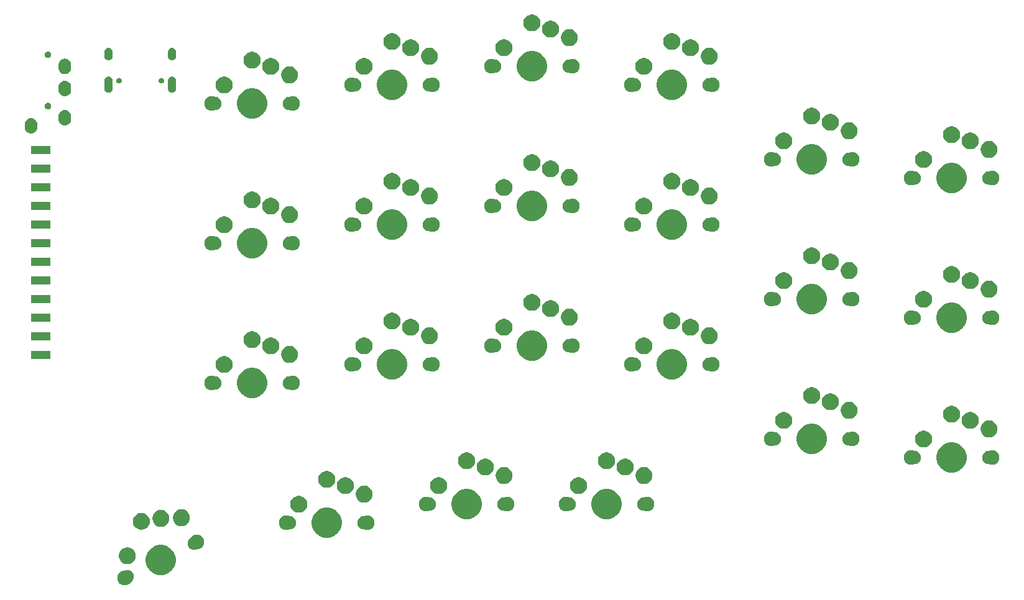
<source format=gbs>
G04 #@! TF.GenerationSoftware,KiCad,Pcbnew,5.0.2+dfsg1-1*
G04 #@! TF.CreationDate,2020-09-05T17:33:06+02:00*
G04 #@! TF.ProjectId,right,72696768-742e-46b6-9963-61645f706362,rev?*
G04 #@! TF.SameCoordinates,Original*
G04 #@! TF.FileFunction,Soldermask,Bot*
G04 #@! TF.FilePolarity,Negative*
%FSLAX46Y46*%
G04 Gerber Fmt 4.6, Leading zero omitted, Abs format (unit mm)*
G04 Created by KiCad (PCBNEW 5.0.2+dfsg1-1) date sam. 05 sept. 2020 17:33:06 CEST*
%MOMM*%
%LPD*%
G01*
G04 APERTURE LIST*
%ADD10C,0.100000*%
G04 APERTURE END LIST*
D10*
G36*
X95284545Y-138052309D02*
X95448517Y-138120229D01*
X95596087Y-138218832D01*
X95721586Y-138344331D01*
X95820189Y-138491901D01*
X95888109Y-138655873D01*
X95922733Y-138829944D01*
X95922733Y-139007426D01*
X95888109Y-139181497D01*
X95820189Y-139345469D01*
X95721586Y-139493039D01*
X95596087Y-139618538D01*
X95456435Y-139711850D01*
X95437502Y-139727388D01*
X95425208Y-139742369D01*
X95283964Y-139883613D01*
X95120011Y-139993163D01*
X94937842Y-140068620D01*
X94744451Y-140107088D01*
X94547271Y-140107088D01*
X94353880Y-140068620D01*
X94171711Y-139993163D01*
X94007758Y-139883613D01*
X93868336Y-139744191D01*
X93758786Y-139580238D01*
X93683329Y-139398069D01*
X93644861Y-139204678D01*
X93644861Y-139007498D01*
X93683329Y-138814107D01*
X93758786Y-138631938D01*
X93868336Y-138467985D01*
X94007758Y-138328563D01*
X94171711Y-138219013D01*
X94353880Y-138143556D01*
X94547271Y-138105088D01*
X94606641Y-138105088D01*
X94631027Y-138102686D01*
X94654463Y-138095577D01*
X94758921Y-138052309D01*
X94932992Y-138017685D01*
X95110474Y-138017685D01*
X95284545Y-138052309D01*
X95284545Y-138052309D01*
G37*
G36*
X100166252Y-134679818D02*
X100166254Y-134679819D01*
X100166255Y-134679819D01*
X100539513Y-134834427D01*
X100726955Y-134959672D01*
X100875439Y-135058886D01*
X101161114Y-135344561D01*
X101161116Y-135344564D01*
X101385573Y-135680487D01*
X101411527Y-135743146D01*
X101540182Y-136053748D01*
X101619000Y-136449993D01*
X101619000Y-136854007D01*
X101553033Y-137185648D01*
X101540181Y-137250255D01*
X101385573Y-137623513D01*
X101385572Y-137623514D01*
X101161114Y-137959439D01*
X100875439Y-138245114D01*
X100875436Y-138245116D01*
X100539513Y-138469573D01*
X100166255Y-138624181D01*
X100166254Y-138624181D01*
X100166252Y-138624182D01*
X99770007Y-138703000D01*
X99365993Y-138703000D01*
X98969748Y-138624182D01*
X98969746Y-138624181D01*
X98969745Y-138624181D01*
X98596487Y-138469573D01*
X98260564Y-138245116D01*
X98260561Y-138245114D01*
X97974886Y-137959439D01*
X97750428Y-137623514D01*
X97750427Y-137623513D01*
X97595819Y-137250255D01*
X97582968Y-137185648D01*
X97517000Y-136854007D01*
X97517000Y-136449993D01*
X97595818Y-136053748D01*
X97724473Y-135743146D01*
X97750427Y-135680487D01*
X97974884Y-135344564D01*
X97974886Y-135344561D01*
X98260561Y-135058886D01*
X98409045Y-134959672D01*
X98596487Y-134834427D01*
X98969745Y-134679819D01*
X98969746Y-134679819D01*
X98969748Y-134679818D01*
X99365993Y-134601000D01*
X99770007Y-134601000D01*
X100166252Y-134679818D01*
X100166252Y-134679818D01*
G37*
G36*
X95360692Y-134972112D02*
X95570160Y-135058876D01*
X95758681Y-135184842D01*
X95918996Y-135345157D01*
X96044962Y-135533678D01*
X96131726Y-135743146D01*
X96175958Y-135965515D01*
X96175958Y-136192245D01*
X96131726Y-136414614D01*
X96044962Y-136624082D01*
X95918996Y-136812603D01*
X95758681Y-136972918D01*
X95570160Y-137098884D01*
X95360692Y-137185648D01*
X95138323Y-137229880D01*
X94911593Y-137229880D01*
X94689224Y-137185648D01*
X94479756Y-137098884D01*
X94291235Y-136972918D01*
X94130920Y-136812603D01*
X94004954Y-136624082D01*
X93918190Y-136414614D01*
X93873958Y-136192245D01*
X93873958Y-135965515D01*
X93918190Y-135743146D01*
X94004954Y-135533678D01*
X94130920Y-135345157D01*
X94291235Y-135184842D01*
X94479756Y-135058876D01*
X94689224Y-134972112D01*
X94911593Y-134927880D01*
X95138323Y-134927880D01*
X95360692Y-134972112D01*
X95360692Y-134972112D01*
G37*
G36*
X104782120Y-133235380D02*
X104964289Y-133310837D01*
X105128242Y-133420387D01*
X105267664Y-133559809D01*
X105377214Y-133723762D01*
X105452671Y-133905931D01*
X105491139Y-134099322D01*
X105491139Y-134296502D01*
X105452671Y-134489893D01*
X105377214Y-134672062D01*
X105267664Y-134836015D01*
X105128242Y-134975437D01*
X104964289Y-135084987D01*
X104782120Y-135160444D01*
X104588729Y-135198912D01*
X104529359Y-135198912D01*
X104504973Y-135201314D01*
X104481537Y-135208423D01*
X104377079Y-135251691D01*
X104203008Y-135286315D01*
X104025526Y-135286315D01*
X103851455Y-135251691D01*
X103687483Y-135183771D01*
X103539913Y-135085168D01*
X103414414Y-134959669D01*
X103315811Y-134812099D01*
X103247891Y-134648127D01*
X103213267Y-134474056D01*
X103213267Y-134296574D01*
X103247891Y-134122503D01*
X103315811Y-133958531D01*
X103414414Y-133810961D01*
X103539913Y-133685462D01*
X103679565Y-133592150D01*
X103698498Y-133576612D01*
X103710792Y-133561631D01*
X103852036Y-133420387D01*
X104015989Y-133310837D01*
X104198158Y-133235380D01*
X104391549Y-133196912D01*
X104588729Y-133196912D01*
X104782120Y-133235380D01*
X104782120Y-133235380D01*
G37*
G36*
X122772252Y-129599818D02*
X122772254Y-129599819D01*
X122772255Y-129599819D01*
X123145513Y-129754427D01*
X123441782Y-129952388D01*
X123481439Y-129978886D01*
X123767114Y-130264561D01*
X123767116Y-130264564D01*
X123991573Y-130600487D01*
X124146181Y-130973745D01*
X124146182Y-130973748D01*
X124225000Y-131369993D01*
X124225000Y-131774007D01*
X124150936Y-132146354D01*
X124146181Y-132170255D01*
X123991573Y-132543513D01*
X123991572Y-132543514D01*
X123767114Y-132879439D01*
X123481439Y-133165114D01*
X123481436Y-133165116D01*
X123145513Y-133389573D01*
X122772255Y-133544181D01*
X122772254Y-133544181D01*
X122772252Y-133544182D01*
X122376007Y-133623000D01*
X121971993Y-133623000D01*
X121575748Y-133544182D01*
X121575746Y-133544181D01*
X121575745Y-133544181D01*
X121202487Y-133389573D01*
X120866564Y-133165116D01*
X120866561Y-133165114D01*
X120580886Y-132879439D01*
X120356428Y-132543514D01*
X120356427Y-132543513D01*
X120201819Y-132170255D01*
X120197065Y-132146354D01*
X120123000Y-131774007D01*
X120123000Y-131369993D01*
X120201818Y-130973748D01*
X120201819Y-130973745D01*
X120356427Y-130600487D01*
X120580884Y-130264564D01*
X120580886Y-130264561D01*
X120866561Y-129978886D01*
X120906218Y-129952388D01*
X121202487Y-129754427D01*
X121575745Y-129599819D01*
X121575746Y-129599819D01*
X121575748Y-129599818D01*
X121971993Y-129521000D01*
X122376007Y-129521000D01*
X122772252Y-129599818D01*
X122772252Y-129599818D01*
G37*
G36*
X127965981Y-130609468D02*
X128148150Y-130684925D01*
X128312103Y-130794475D01*
X128451525Y-130933897D01*
X128561075Y-131097850D01*
X128636532Y-131280019D01*
X128675000Y-131473410D01*
X128675000Y-131670590D01*
X128636532Y-131863981D01*
X128561075Y-132046150D01*
X128451525Y-132210103D01*
X128312103Y-132349525D01*
X128148150Y-132459075D01*
X127994094Y-132522887D01*
X127965981Y-132534532D01*
X127772590Y-132573000D01*
X127575410Y-132573000D01*
X127382019Y-132534532D01*
X127353906Y-132522887D01*
X127256439Y-132482515D01*
X127232990Y-132475402D01*
X127208604Y-132473000D01*
X127165259Y-132473000D01*
X126991188Y-132438376D01*
X126827216Y-132370456D01*
X126679646Y-132271853D01*
X126554147Y-132146354D01*
X126455544Y-131998784D01*
X126387624Y-131834812D01*
X126353000Y-131660741D01*
X126353000Y-131483259D01*
X126387624Y-131309188D01*
X126455544Y-131145216D01*
X126554147Y-130997646D01*
X126679646Y-130872147D01*
X126827216Y-130773544D01*
X126991188Y-130705624D01*
X127165259Y-130671000D01*
X127208604Y-130671000D01*
X127232990Y-130668598D01*
X127256439Y-130661485D01*
X127382019Y-130609468D01*
X127575410Y-130571000D01*
X127772590Y-130571000D01*
X127965981Y-130609468D01*
X127965981Y-130609468D01*
G37*
G36*
X116965981Y-130609468D02*
X117091561Y-130661485D01*
X117115010Y-130668598D01*
X117139396Y-130671000D01*
X117182741Y-130671000D01*
X117356812Y-130705624D01*
X117520784Y-130773544D01*
X117668354Y-130872147D01*
X117793853Y-130997646D01*
X117892456Y-131145216D01*
X117960376Y-131309188D01*
X117995000Y-131483259D01*
X117995000Y-131660741D01*
X117960376Y-131834812D01*
X117892456Y-131998784D01*
X117793853Y-132146354D01*
X117668354Y-132271853D01*
X117520784Y-132370456D01*
X117356812Y-132438376D01*
X117182741Y-132473000D01*
X117139396Y-132473000D01*
X117115010Y-132475402D01*
X117091561Y-132482515D01*
X116994094Y-132522887D01*
X116965981Y-132534532D01*
X116772590Y-132573000D01*
X116575410Y-132573000D01*
X116382019Y-132534532D01*
X116353906Y-132522887D01*
X116199850Y-132459075D01*
X116035897Y-132349525D01*
X115896475Y-132210103D01*
X115786925Y-132046150D01*
X115711468Y-131863981D01*
X115673000Y-131670590D01*
X115673000Y-131473410D01*
X115711468Y-131280019D01*
X115786925Y-131097850D01*
X115896475Y-130933897D01*
X116035897Y-130794475D01*
X116199850Y-130684925D01*
X116382019Y-130609468D01*
X116575410Y-130571000D01*
X116772590Y-130571000D01*
X116965981Y-130609468D01*
X116965981Y-130609468D01*
G37*
G36*
X97271167Y-130265119D02*
X97480635Y-130351883D01*
X97669156Y-130477849D01*
X97829471Y-130638164D01*
X97955437Y-130826685D01*
X98042201Y-131036153D01*
X98086433Y-131258522D01*
X98086433Y-131485252D01*
X98042201Y-131707621D01*
X97955437Y-131917089D01*
X97829471Y-132105610D01*
X97669156Y-132265925D01*
X97480635Y-132391891D01*
X97271167Y-132478655D01*
X97048798Y-132522887D01*
X96822068Y-132522887D01*
X96599699Y-132478655D01*
X96390231Y-132391891D01*
X96201710Y-132265925D01*
X96041395Y-132105610D01*
X95915429Y-131917089D01*
X95828665Y-131707621D01*
X95784433Y-131485252D01*
X95784433Y-131258522D01*
X95828665Y-131036153D01*
X95915429Y-130826685D01*
X96041395Y-130638164D01*
X96201710Y-130477849D01*
X96390231Y-130351883D01*
X96599699Y-130265119D01*
X96822068Y-130220887D01*
X97048798Y-130220887D01*
X97271167Y-130265119D01*
X97271167Y-130265119D01*
G37*
G36*
X99910182Y-129865623D02*
X100119650Y-129952387D01*
X100308171Y-130078353D01*
X100468486Y-130238668D01*
X100594452Y-130427189D01*
X100681216Y-130636657D01*
X100725448Y-130859026D01*
X100725448Y-131085756D01*
X100681216Y-131308125D01*
X100594452Y-131517593D01*
X100468486Y-131706114D01*
X100308171Y-131866429D01*
X100119650Y-131992395D01*
X99910182Y-132079159D01*
X99687813Y-132123391D01*
X99461083Y-132123391D01*
X99238714Y-132079159D01*
X99029246Y-131992395D01*
X98840725Y-131866429D01*
X98680410Y-131706114D01*
X98554444Y-131517593D01*
X98467680Y-131308125D01*
X98423448Y-131085756D01*
X98423448Y-130859026D01*
X98467680Y-130636657D01*
X98554444Y-130427189D01*
X98680410Y-130238668D01*
X98840725Y-130078353D01*
X99029246Y-129952387D01*
X99238714Y-129865623D01*
X99461083Y-129821391D01*
X99687813Y-129821391D01*
X99910182Y-129865623D01*
X99910182Y-129865623D01*
G37*
G36*
X102727728Y-129779379D02*
X102937196Y-129866143D01*
X103125717Y-129992109D01*
X103286032Y-130152424D01*
X103411998Y-130340945D01*
X103498762Y-130550413D01*
X103542994Y-130772782D01*
X103542994Y-130999512D01*
X103498762Y-131221881D01*
X103411998Y-131431349D01*
X103286032Y-131619870D01*
X103125717Y-131780185D01*
X102937196Y-131906151D01*
X102727728Y-131992915D01*
X102505359Y-132037147D01*
X102278629Y-132037147D01*
X102056260Y-131992915D01*
X101846792Y-131906151D01*
X101658271Y-131780185D01*
X101497956Y-131619870D01*
X101371990Y-131431349D01*
X101285226Y-131221881D01*
X101240994Y-130999512D01*
X101240994Y-130772782D01*
X101285226Y-130550413D01*
X101371990Y-130340945D01*
X101497956Y-130152424D01*
X101658271Y-129992109D01*
X101846792Y-129866143D01*
X102056260Y-129779379D01*
X102278629Y-129735147D01*
X102505359Y-129735147D01*
X102727728Y-129779379D01*
X102727728Y-129779379D01*
G37*
G36*
X160872252Y-127059818D02*
X160872254Y-127059819D01*
X160872255Y-127059819D01*
X161245513Y-127214427D01*
X161576905Y-127435857D01*
X161581439Y-127438886D01*
X161867114Y-127724561D01*
X161867116Y-127724564D01*
X162091573Y-128060487D01*
X162234574Y-128405723D01*
X162246182Y-128433748D01*
X162325000Y-128829993D01*
X162325000Y-129234007D01*
X162250936Y-129606354D01*
X162246181Y-129630255D01*
X162091573Y-130003513D01*
X161971643Y-130183000D01*
X161867114Y-130339439D01*
X161581439Y-130625114D01*
X161581436Y-130625116D01*
X161245513Y-130849573D01*
X160872255Y-131004181D01*
X160872254Y-131004181D01*
X160872252Y-131004182D01*
X160476007Y-131083000D01*
X160071993Y-131083000D01*
X159675748Y-131004182D01*
X159675746Y-131004181D01*
X159675745Y-131004181D01*
X159302487Y-130849573D01*
X158966564Y-130625116D01*
X158966561Y-130625114D01*
X158680886Y-130339439D01*
X158576357Y-130183000D01*
X158456427Y-130003513D01*
X158301819Y-129630255D01*
X158297065Y-129606354D01*
X158223000Y-129234007D01*
X158223000Y-128829993D01*
X158301818Y-128433748D01*
X158313426Y-128405723D01*
X158456427Y-128060487D01*
X158680884Y-127724564D01*
X158680886Y-127724561D01*
X158966561Y-127438886D01*
X158971095Y-127435857D01*
X159302487Y-127214427D01*
X159675745Y-127059819D01*
X159675746Y-127059819D01*
X159675748Y-127059818D01*
X160071993Y-126981000D01*
X160476007Y-126981000D01*
X160872252Y-127059818D01*
X160872252Y-127059818D01*
G37*
G36*
X141822252Y-127059818D02*
X141822254Y-127059819D01*
X141822255Y-127059819D01*
X142195513Y-127214427D01*
X142526905Y-127435857D01*
X142531439Y-127438886D01*
X142817114Y-127724561D01*
X142817116Y-127724564D01*
X143041573Y-128060487D01*
X143184574Y-128405723D01*
X143196182Y-128433748D01*
X143275000Y-128829993D01*
X143275000Y-129234007D01*
X143200936Y-129606354D01*
X143196181Y-129630255D01*
X143041573Y-130003513D01*
X142921643Y-130183000D01*
X142817114Y-130339439D01*
X142531439Y-130625114D01*
X142531436Y-130625116D01*
X142195513Y-130849573D01*
X141822255Y-131004181D01*
X141822254Y-131004181D01*
X141822252Y-131004182D01*
X141426007Y-131083000D01*
X141021993Y-131083000D01*
X140625748Y-131004182D01*
X140625746Y-131004181D01*
X140625745Y-131004181D01*
X140252487Y-130849573D01*
X139916564Y-130625116D01*
X139916561Y-130625114D01*
X139630886Y-130339439D01*
X139526357Y-130183000D01*
X139406427Y-130003513D01*
X139251819Y-129630255D01*
X139247065Y-129606354D01*
X139173000Y-129234007D01*
X139173000Y-128829993D01*
X139251818Y-128433748D01*
X139263426Y-128405723D01*
X139406427Y-128060487D01*
X139630884Y-127724564D01*
X139630886Y-127724561D01*
X139916561Y-127438886D01*
X139921095Y-127435857D01*
X140252487Y-127214427D01*
X140625745Y-127059819D01*
X140625746Y-127059819D01*
X140625748Y-127059818D01*
X141021993Y-126981000D01*
X141426007Y-126981000D01*
X141822252Y-127059818D01*
X141822252Y-127059818D01*
G37*
G36*
X118699734Y-127925232D02*
X118909202Y-128011996D01*
X119097723Y-128137962D01*
X119258038Y-128298277D01*
X119384004Y-128486798D01*
X119470768Y-128696266D01*
X119515000Y-128918635D01*
X119515000Y-129145365D01*
X119470768Y-129367734D01*
X119384004Y-129577202D01*
X119258038Y-129765723D01*
X119097723Y-129926038D01*
X118909202Y-130052004D01*
X118699734Y-130138768D01*
X118477365Y-130183000D01*
X118250635Y-130183000D01*
X118028266Y-130138768D01*
X117818798Y-130052004D01*
X117630277Y-129926038D01*
X117469962Y-129765723D01*
X117343996Y-129577202D01*
X117257232Y-129367734D01*
X117213000Y-129145365D01*
X117213000Y-128918635D01*
X117257232Y-128696266D01*
X117343996Y-128486798D01*
X117469962Y-128298277D01*
X117630277Y-128137962D01*
X117818798Y-128011996D01*
X118028266Y-127925232D01*
X118250635Y-127881000D01*
X118477365Y-127881000D01*
X118699734Y-127925232D01*
X118699734Y-127925232D01*
G37*
G36*
X155065981Y-128069468D02*
X155191561Y-128121485D01*
X155215010Y-128128598D01*
X155239396Y-128131000D01*
X155282741Y-128131000D01*
X155456812Y-128165624D01*
X155620784Y-128233544D01*
X155768354Y-128332147D01*
X155893853Y-128457646D01*
X155992456Y-128605216D01*
X156060376Y-128769188D01*
X156095000Y-128943259D01*
X156095000Y-129120741D01*
X156060376Y-129294812D01*
X155992456Y-129458784D01*
X155893853Y-129606354D01*
X155768354Y-129731853D01*
X155620784Y-129830456D01*
X155456812Y-129898376D01*
X155282741Y-129933000D01*
X155239396Y-129933000D01*
X155215010Y-129935402D01*
X155191561Y-129942515D01*
X155071835Y-129992107D01*
X155065981Y-129994532D01*
X154872590Y-130033000D01*
X154675410Y-130033000D01*
X154482019Y-129994532D01*
X154476165Y-129992107D01*
X154299850Y-129919075D01*
X154135897Y-129809525D01*
X153996475Y-129670103D01*
X153886925Y-129506150D01*
X153811468Y-129323981D01*
X153773000Y-129130590D01*
X153773000Y-128933410D01*
X153811468Y-128740019D01*
X153886925Y-128557850D01*
X153996475Y-128393897D01*
X154135897Y-128254475D01*
X154299850Y-128144925D01*
X154482019Y-128069468D01*
X154675410Y-128031000D01*
X154872590Y-128031000D01*
X155065981Y-128069468D01*
X155065981Y-128069468D01*
G37*
G36*
X147015981Y-128069468D02*
X147198150Y-128144925D01*
X147362103Y-128254475D01*
X147501525Y-128393897D01*
X147611075Y-128557850D01*
X147686532Y-128740019D01*
X147725000Y-128933410D01*
X147725000Y-129130590D01*
X147686532Y-129323981D01*
X147611075Y-129506150D01*
X147501525Y-129670103D01*
X147362103Y-129809525D01*
X147198150Y-129919075D01*
X147021835Y-129992107D01*
X147015981Y-129994532D01*
X146822590Y-130033000D01*
X146625410Y-130033000D01*
X146432019Y-129994532D01*
X146426165Y-129992107D01*
X146306439Y-129942515D01*
X146282990Y-129935402D01*
X146258604Y-129933000D01*
X146215259Y-129933000D01*
X146041188Y-129898376D01*
X145877216Y-129830456D01*
X145729646Y-129731853D01*
X145604147Y-129606354D01*
X145505544Y-129458784D01*
X145437624Y-129294812D01*
X145403000Y-129120741D01*
X145403000Y-128943259D01*
X145437624Y-128769188D01*
X145505544Y-128605216D01*
X145604147Y-128457646D01*
X145729646Y-128332147D01*
X145877216Y-128233544D01*
X146041188Y-128165624D01*
X146215259Y-128131000D01*
X146258604Y-128131000D01*
X146282990Y-128128598D01*
X146306439Y-128121485D01*
X146432019Y-128069468D01*
X146625410Y-128031000D01*
X146822590Y-128031000D01*
X147015981Y-128069468D01*
X147015981Y-128069468D01*
G37*
G36*
X166065981Y-128069468D02*
X166248150Y-128144925D01*
X166412103Y-128254475D01*
X166551525Y-128393897D01*
X166661075Y-128557850D01*
X166736532Y-128740019D01*
X166775000Y-128933410D01*
X166775000Y-129130590D01*
X166736532Y-129323981D01*
X166661075Y-129506150D01*
X166551525Y-129670103D01*
X166412103Y-129809525D01*
X166248150Y-129919075D01*
X166071835Y-129992107D01*
X166065981Y-129994532D01*
X165872590Y-130033000D01*
X165675410Y-130033000D01*
X165482019Y-129994532D01*
X165476165Y-129992107D01*
X165356439Y-129942515D01*
X165332990Y-129935402D01*
X165308604Y-129933000D01*
X165265259Y-129933000D01*
X165091188Y-129898376D01*
X164927216Y-129830456D01*
X164779646Y-129731853D01*
X164654147Y-129606354D01*
X164555544Y-129458784D01*
X164487624Y-129294812D01*
X164453000Y-129120741D01*
X164453000Y-128943259D01*
X164487624Y-128769188D01*
X164555544Y-128605216D01*
X164654147Y-128457646D01*
X164779646Y-128332147D01*
X164927216Y-128233544D01*
X165091188Y-128165624D01*
X165265259Y-128131000D01*
X165308604Y-128131000D01*
X165332990Y-128128598D01*
X165356439Y-128121485D01*
X165482019Y-128069468D01*
X165675410Y-128031000D01*
X165872590Y-128031000D01*
X166065981Y-128069468D01*
X166065981Y-128069468D01*
G37*
G36*
X136015981Y-128069468D02*
X136141561Y-128121485D01*
X136165010Y-128128598D01*
X136189396Y-128131000D01*
X136232741Y-128131000D01*
X136406812Y-128165624D01*
X136570784Y-128233544D01*
X136718354Y-128332147D01*
X136843853Y-128457646D01*
X136942456Y-128605216D01*
X137010376Y-128769188D01*
X137045000Y-128943259D01*
X137045000Y-129120741D01*
X137010376Y-129294812D01*
X136942456Y-129458784D01*
X136843853Y-129606354D01*
X136718354Y-129731853D01*
X136570784Y-129830456D01*
X136406812Y-129898376D01*
X136232741Y-129933000D01*
X136189396Y-129933000D01*
X136165010Y-129935402D01*
X136141561Y-129942515D01*
X136021835Y-129992107D01*
X136015981Y-129994532D01*
X135822590Y-130033000D01*
X135625410Y-130033000D01*
X135432019Y-129994532D01*
X135426165Y-129992107D01*
X135249850Y-129919075D01*
X135085897Y-129809525D01*
X134946475Y-129670103D01*
X134836925Y-129506150D01*
X134761468Y-129323981D01*
X134723000Y-129130590D01*
X134723000Y-128933410D01*
X134761468Y-128740019D01*
X134836925Y-128557850D01*
X134946475Y-128393897D01*
X135085897Y-128254475D01*
X135249850Y-128144925D01*
X135432019Y-128069468D01*
X135625410Y-128031000D01*
X135822590Y-128031000D01*
X136015981Y-128069468D01*
X136015981Y-128069468D01*
G37*
G36*
X127609734Y-126565232D02*
X127819202Y-126651996D01*
X128007723Y-126777962D01*
X128168038Y-126938277D01*
X128294004Y-127126798D01*
X128380768Y-127336266D01*
X128425000Y-127558635D01*
X128425000Y-127785365D01*
X128380768Y-128007734D01*
X128294004Y-128217202D01*
X128168038Y-128405723D01*
X128007723Y-128566038D01*
X127819202Y-128692004D01*
X127609734Y-128778768D01*
X127387365Y-128823000D01*
X127160635Y-128823000D01*
X126938266Y-128778768D01*
X126728798Y-128692004D01*
X126540277Y-128566038D01*
X126379962Y-128405723D01*
X126253996Y-128217202D01*
X126167232Y-128007734D01*
X126123000Y-127785365D01*
X126123000Y-127558635D01*
X126167232Y-127336266D01*
X126253996Y-127126798D01*
X126379962Y-126938277D01*
X126540277Y-126777962D01*
X126728798Y-126651996D01*
X126938266Y-126565232D01*
X127160635Y-126521000D01*
X127387365Y-126521000D01*
X127609734Y-126565232D01*
X127609734Y-126565232D01*
G37*
G36*
X137749734Y-125385232D02*
X137959202Y-125471996D01*
X138147723Y-125597962D01*
X138308038Y-125758277D01*
X138434004Y-125946798D01*
X138520768Y-126156266D01*
X138565000Y-126378635D01*
X138565000Y-126605365D01*
X138520768Y-126827734D01*
X138434004Y-127037202D01*
X138308038Y-127225723D01*
X138147723Y-127386038D01*
X137959202Y-127512004D01*
X137749734Y-127598768D01*
X137527365Y-127643000D01*
X137300635Y-127643000D01*
X137078266Y-127598768D01*
X136868798Y-127512004D01*
X136680277Y-127386038D01*
X136519962Y-127225723D01*
X136393996Y-127037202D01*
X136307232Y-126827734D01*
X136263000Y-126605365D01*
X136263000Y-126378635D01*
X136307232Y-126156266D01*
X136393996Y-125946798D01*
X136519962Y-125758277D01*
X136680277Y-125597962D01*
X136868798Y-125471996D01*
X137078266Y-125385232D01*
X137300635Y-125341000D01*
X137527365Y-125341000D01*
X137749734Y-125385232D01*
X137749734Y-125385232D01*
G37*
G36*
X125049734Y-125385232D02*
X125259202Y-125471996D01*
X125447723Y-125597962D01*
X125608038Y-125758277D01*
X125734004Y-125946798D01*
X125820768Y-126156266D01*
X125865000Y-126378635D01*
X125865000Y-126605365D01*
X125820768Y-126827734D01*
X125734004Y-127037202D01*
X125608038Y-127225723D01*
X125447723Y-127386038D01*
X125259202Y-127512004D01*
X125049734Y-127598768D01*
X124827365Y-127643000D01*
X124600635Y-127643000D01*
X124378266Y-127598768D01*
X124168798Y-127512004D01*
X123980277Y-127386038D01*
X123819962Y-127225723D01*
X123693996Y-127037202D01*
X123607232Y-126827734D01*
X123563000Y-126605365D01*
X123563000Y-126378635D01*
X123607232Y-126156266D01*
X123693996Y-125946798D01*
X123819962Y-125758277D01*
X123980277Y-125597962D01*
X124168798Y-125471996D01*
X124378266Y-125385232D01*
X124600635Y-125341000D01*
X124827365Y-125341000D01*
X125049734Y-125385232D01*
X125049734Y-125385232D01*
G37*
G36*
X156799734Y-125385232D02*
X157009202Y-125471996D01*
X157197723Y-125597962D01*
X157358038Y-125758277D01*
X157484004Y-125946798D01*
X157570768Y-126156266D01*
X157615000Y-126378635D01*
X157615000Y-126605365D01*
X157570768Y-126827734D01*
X157484004Y-127037202D01*
X157358038Y-127225723D01*
X157197723Y-127386038D01*
X157009202Y-127512004D01*
X156799734Y-127598768D01*
X156577365Y-127643000D01*
X156350635Y-127643000D01*
X156128266Y-127598768D01*
X155918798Y-127512004D01*
X155730277Y-127386038D01*
X155569962Y-127225723D01*
X155443996Y-127037202D01*
X155357232Y-126827734D01*
X155313000Y-126605365D01*
X155313000Y-126378635D01*
X155357232Y-126156266D01*
X155443996Y-125946798D01*
X155569962Y-125758277D01*
X155730277Y-125597962D01*
X155918798Y-125471996D01*
X156128266Y-125385232D01*
X156350635Y-125341000D01*
X156577365Y-125341000D01*
X156799734Y-125385232D01*
X156799734Y-125385232D01*
G37*
G36*
X122509734Y-124565232D02*
X122719202Y-124651996D01*
X122907723Y-124777962D01*
X123068038Y-124938277D01*
X123194004Y-125126798D01*
X123280768Y-125336266D01*
X123325000Y-125558635D01*
X123325000Y-125785365D01*
X123280768Y-126007734D01*
X123194004Y-126217202D01*
X123068038Y-126405723D01*
X122907723Y-126566038D01*
X122719202Y-126692004D01*
X122509734Y-126778768D01*
X122287365Y-126823000D01*
X122060635Y-126823000D01*
X121838266Y-126778768D01*
X121628798Y-126692004D01*
X121440277Y-126566038D01*
X121279962Y-126405723D01*
X121153996Y-126217202D01*
X121067232Y-126007734D01*
X121023000Y-125785365D01*
X121023000Y-125558635D01*
X121067232Y-125336266D01*
X121153996Y-125126798D01*
X121279962Y-124938277D01*
X121440277Y-124777962D01*
X121628798Y-124651996D01*
X121838266Y-124565232D01*
X122060635Y-124521000D01*
X122287365Y-124521000D01*
X122509734Y-124565232D01*
X122509734Y-124565232D01*
G37*
G36*
X146659734Y-124025232D02*
X146869202Y-124111996D01*
X147057723Y-124237962D01*
X147218038Y-124398277D01*
X147344004Y-124586798D01*
X147430768Y-124796266D01*
X147475000Y-125018635D01*
X147475000Y-125245365D01*
X147430768Y-125467734D01*
X147344004Y-125677202D01*
X147218038Y-125865723D01*
X147057723Y-126026038D01*
X146869202Y-126152004D01*
X146659734Y-126238768D01*
X146437365Y-126283000D01*
X146210635Y-126283000D01*
X145988266Y-126238768D01*
X145778798Y-126152004D01*
X145590277Y-126026038D01*
X145429962Y-125865723D01*
X145303996Y-125677202D01*
X145217232Y-125467734D01*
X145173000Y-125245365D01*
X145173000Y-125018635D01*
X145217232Y-124796266D01*
X145303996Y-124586798D01*
X145429962Y-124398277D01*
X145590277Y-124237962D01*
X145778798Y-124111996D01*
X145988266Y-124025232D01*
X146210635Y-123981000D01*
X146437365Y-123981000D01*
X146659734Y-124025232D01*
X146659734Y-124025232D01*
G37*
G36*
X165709734Y-124025232D02*
X165919202Y-124111996D01*
X166107723Y-124237962D01*
X166268038Y-124398277D01*
X166394004Y-124586798D01*
X166480768Y-124796266D01*
X166525000Y-125018635D01*
X166525000Y-125245365D01*
X166480768Y-125467734D01*
X166394004Y-125677202D01*
X166268038Y-125865723D01*
X166107723Y-126026038D01*
X165919202Y-126152004D01*
X165709734Y-126238768D01*
X165487365Y-126283000D01*
X165260635Y-126283000D01*
X165038266Y-126238768D01*
X164828798Y-126152004D01*
X164640277Y-126026038D01*
X164479962Y-125865723D01*
X164353996Y-125677202D01*
X164267232Y-125467734D01*
X164223000Y-125245365D01*
X164223000Y-125018635D01*
X164267232Y-124796266D01*
X164353996Y-124586798D01*
X164479962Y-124398277D01*
X164640277Y-124237962D01*
X164828798Y-124111996D01*
X165038266Y-124025232D01*
X165260635Y-123981000D01*
X165487365Y-123981000D01*
X165709734Y-124025232D01*
X165709734Y-124025232D01*
G37*
G36*
X163149734Y-122845232D02*
X163359202Y-122931996D01*
X163547723Y-123057962D01*
X163708038Y-123218277D01*
X163834004Y-123406798D01*
X163920768Y-123616266D01*
X163965000Y-123838635D01*
X163965000Y-124065365D01*
X163920768Y-124287734D01*
X163834004Y-124497202D01*
X163708038Y-124685723D01*
X163547723Y-124846038D01*
X163359202Y-124972004D01*
X163149734Y-125058768D01*
X162927365Y-125103000D01*
X162700635Y-125103000D01*
X162478266Y-125058768D01*
X162268798Y-124972004D01*
X162080277Y-124846038D01*
X161919962Y-124685723D01*
X161793996Y-124497202D01*
X161707232Y-124287734D01*
X161663000Y-124065365D01*
X161663000Y-123838635D01*
X161707232Y-123616266D01*
X161793996Y-123406798D01*
X161919962Y-123218277D01*
X162080277Y-123057962D01*
X162268798Y-122931996D01*
X162478266Y-122845232D01*
X162700635Y-122801000D01*
X162927365Y-122801000D01*
X163149734Y-122845232D01*
X163149734Y-122845232D01*
G37*
G36*
X144099734Y-122845232D02*
X144309202Y-122931996D01*
X144497723Y-123057962D01*
X144658038Y-123218277D01*
X144784004Y-123406798D01*
X144870768Y-123616266D01*
X144915000Y-123838635D01*
X144915000Y-124065365D01*
X144870768Y-124287734D01*
X144784004Y-124497202D01*
X144658038Y-124685723D01*
X144497723Y-124846038D01*
X144309202Y-124972004D01*
X144099734Y-125058768D01*
X143877365Y-125103000D01*
X143650635Y-125103000D01*
X143428266Y-125058768D01*
X143218798Y-124972004D01*
X143030277Y-124846038D01*
X142869962Y-124685723D01*
X142743996Y-124497202D01*
X142657232Y-124287734D01*
X142613000Y-124065365D01*
X142613000Y-123838635D01*
X142657232Y-123616266D01*
X142743996Y-123406798D01*
X142869962Y-123218277D01*
X143030277Y-123057962D01*
X143218798Y-122931996D01*
X143428266Y-122845232D01*
X143650635Y-122801000D01*
X143877365Y-122801000D01*
X144099734Y-122845232D01*
X144099734Y-122845232D01*
G37*
G36*
X207862252Y-120709818D02*
X207862254Y-120709819D01*
X207862255Y-120709819D01*
X208235513Y-120864427D01*
X208502766Y-121043000D01*
X208571439Y-121088886D01*
X208857114Y-121374561D01*
X208857116Y-121374564D01*
X209081573Y-121710487D01*
X209236181Y-122083745D01*
X209236182Y-122083748D01*
X209315000Y-122479993D01*
X209315000Y-122884007D01*
X209240936Y-123256354D01*
X209236181Y-123280255D01*
X209081573Y-123653513D01*
X208862753Y-123981000D01*
X208857114Y-123989439D01*
X208571439Y-124275114D01*
X208571436Y-124275116D01*
X208235513Y-124499573D01*
X207862255Y-124654181D01*
X207862254Y-124654181D01*
X207862252Y-124654182D01*
X207466007Y-124733000D01*
X207061993Y-124733000D01*
X206665748Y-124654182D01*
X206665746Y-124654181D01*
X206665745Y-124654181D01*
X206292487Y-124499573D01*
X205956564Y-124275116D01*
X205956561Y-124275114D01*
X205670886Y-123989439D01*
X205665247Y-123981000D01*
X205446427Y-123653513D01*
X205291819Y-123280255D01*
X205287065Y-123256354D01*
X205213000Y-122884007D01*
X205213000Y-122479993D01*
X205291818Y-122083748D01*
X205291819Y-122083745D01*
X205446427Y-121710487D01*
X205670884Y-121374564D01*
X205670886Y-121374561D01*
X205956561Y-121088886D01*
X206025234Y-121043000D01*
X206292487Y-120864427D01*
X206665745Y-120709819D01*
X206665746Y-120709819D01*
X206665748Y-120709818D01*
X207061993Y-120631000D01*
X207466007Y-120631000D01*
X207862252Y-120709818D01*
X207862252Y-120709818D01*
G37*
G36*
X160609734Y-122025232D02*
X160819202Y-122111996D01*
X161007723Y-122237962D01*
X161168038Y-122398277D01*
X161294004Y-122586798D01*
X161380768Y-122796266D01*
X161425000Y-123018635D01*
X161425000Y-123245365D01*
X161380768Y-123467734D01*
X161294004Y-123677202D01*
X161168038Y-123865723D01*
X161007723Y-124026038D01*
X160819202Y-124152004D01*
X160609734Y-124238768D01*
X160387365Y-124283000D01*
X160160635Y-124283000D01*
X159938266Y-124238768D01*
X159728798Y-124152004D01*
X159540277Y-124026038D01*
X159379962Y-123865723D01*
X159253996Y-123677202D01*
X159167232Y-123467734D01*
X159123000Y-123245365D01*
X159123000Y-123018635D01*
X159167232Y-122796266D01*
X159253996Y-122586798D01*
X159379962Y-122398277D01*
X159540277Y-122237962D01*
X159728798Y-122111996D01*
X159938266Y-122025232D01*
X160160635Y-121981000D01*
X160387365Y-121981000D01*
X160609734Y-122025232D01*
X160609734Y-122025232D01*
G37*
G36*
X141559734Y-122025232D02*
X141769202Y-122111996D01*
X141957723Y-122237962D01*
X142118038Y-122398277D01*
X142244004Y-122586798D01*
X142330768Y-122796266D01*
X142375000Y-123018635D01*
X142375000Y-123245365D01*
X142330768Y-123467734D01*
X142244004Y-123677202D01*
X142118038Y-123865723D01*
X141957723Y-124026038D01*
X141769202Y-124152004D01*
X141559734Y-124238768D01*
X141337365Y-124283000D01*
X141110635Y-124283000D01*
X140888266Y-124238768D01*
X140678798Y-124152004D01*
X140490277Y-124026038D01*
X140329962Y-123865723D01*
X140203996Y-123677202D01*
X140117232Y-123467734D01*
X140073000Y-123245365D01*
X140073000Y-123018635D01*
X140117232Y-122796266D01*
X140203996Y-122586798D01*
X140329962Y-122398277D01*
X140490277Y-122237962D01*
X140678798Y-122111996D01*
X140888266Y-122025232D01*
X141110635Y-121981000D01*
X141337365Y-121981000D01*
X141559734Y-122025232D01*
X141559734Y-122025232D01*
G37*
G36*
X202055981Y-121719468D02*
X202181561Y-121771485D01*
X202205010Y-121778598D01*
X202229396Y-121781000D01*
X202272741Y-121781000D01*
X202446812Y-121815624D01*
X202610784Y-121883544D01*
X202758354Y-121982147D01*
X202883853Y-122107646D01*
X202982456Y-122255216D01*
X203050376Y-122419188D01*
X203085000Y-122593259D01*
X203085000Y-122770741D01*
X203050376Y-122944812D01*
X202982456Y-123108784D01*
X202883853Y-123256354D01*
X202758354Y-123381853D01*
X202610784Y-123480456D01*
X202446812Y-123548376D01*
X202272741Y-123583000D01*
X202229396Y-123583000D01*
X202205010Y-123585402D01*
X202181561Y-123592515D01*
X202055981Y-123644532D01*
X201862590Y-123683000D01*
X201665410Y-123683000D01*
X201472019Y-123644532D01*
X201289850Y-123569075D01*
X201125897Y-123459525D01*
X200986475Y-123320103D01*
X200876925Y-123156150D01*
X200801468Y-122973981D01*
X200763000Y-122780590D01*
X200763000Y-122583410D01*
X200801468Y-122390019D01*
X200876925Y-122207850D01*
X200986475Y-122043897D01*
X201125897Y-121904475D01*
X201289850Y-121794925D01*
X201472019Y-121719468D01*
X201665410Y-121681000D01*
X201862590Y-121681000D01*
X202055981Y-121719468D01*
X202055981Y-121719468D01*
G37*
G36*
X213055981Y-121719468D02*
X213238150Y-121794925D01*
X213402103Y-121904475D01*
X213541525Y-122043897D01*
X213651075Y-122207850D01*
X213726532Y-122390019D01*
X213765000Y-122583410D01*
X213765000Y-122780590D01*
X213726532Y-122973981D01*
X213651075Y-123156150D01*
X213541525Y-123320103D01*
X213402103Y-123459525D01*
X213238150Y-123569075D01*
X213124221Y-123616266D01*
X213055981Y-123644532D01*
X212862590Y-123683000D01*
X212665410Y-123683000D01*
X212472019Y-123644532D01*
X212403779Y-123616266D01*
X212346439Y-123592515D01*
X212322990Y-123585402D01*
X212298604Y-123583000D01*
X212255259Y-123583000D01*
X212081188Y-123548376D01*
X211917216Y-123480456D01*
X211769646Y-123381853D01*
X211644147Y-123256354D01*
X211545544Y-123108784D01*
X211477624Y-122944812D01*
X211443000Y-122770741D01*
X211443000Y-122593259D01*
X211477624Y-122419188D01*
X211545544Y-122255216D01*
X211644147Y-122107646D01*
X211769646Y-121982147D01*
X211917216Y-121883544D01*
X212081188Y-121815624D01*
X212255259Y-121781000D01*
X212298604Y-121781000D01*
X212322990Y-121778598D01*
X212346439Y-121771485D01*
X212472019Y-121719468D01*
X212665410Y-121681000D01*
X212862590Y-121681000D01*
X213055981Y-121719468D01*
X213055981Y-121719468D01*
G37*
G36*
X188812252Y-118169818D02*
X188812254Y-118169819D01*
X188812255Y-118169819D01*
X189185513Y-118324427D01*
X189516905Y-118545857D01*
X189521439Y-118548886D01*
X189807114Y-118834561D01*
X189807116Y-118834564D01*
X190031573Y-119170487D01*
X190174574Y-119515723D01*
X190186182Y-119543748D01*
X190265000Y-119939993D01*
X190265000Y-120344007D01*
X190190936Y-120716354D01*
X190186181Y-120740255D01*
X190031573Y-121113513D01*
X190031572Y-121113514D01*
X189807114Y-121449439D01*
X189521439Y-121735114D01*
X189521436Y-121735116D01*
X189185513Y-121959573D01*
X188812255Y-122114181D01*
X188812254Y-122114181D01*
X188812252Y-122114182D01*
X188416007Y-122193000D01*
X188011993Y-122193000D01*
X187615748Y-122114182D01*
X187615746Y-122114181D01*
X187615745Y-122114181D01*
X187242487Y-121959573D01*
X186906564Y-121735116D01*
X186906561Y-121735114D01*
X186620886Y-121449439D01*
X186396428Y-121113514D01*
X186396427Y-121113513D01*
X186241819Y-120740255D01*
X186237065Y-120716354D01*
X186163000Y-120344007D01*
X186163000Y-119939993D01*
X186241818Y-119543748D01*
X186253426Y-119515723D01*
X186396427Y-119170487D01*
X186620884Y-118834564D01*
X186620886Y-118834561D01*
X186906561Y-118548886D01*
X186911095Y-118545857D01*
X187242487Y-118324427D01*
X187615745Y-118169819D01*
X187615746Y-118169819D01*
X187615748Y-118169818D01*
X188011993Y-118091000D01*
X188416007Y-118091000D01*
X188812252Y-118169818D01*
X188812252Y-118169818D01*
G37*
G36*
X203789734Y-119035232D02*
X203999202Y-119121996D01*
X204187723Y-119247962D01*
X204348038Y-119408277D01*
X204474004Y-119596798D01*
X204560768Y-119806266D01*
X204605000Y-120028635D01*
X204605000Y-120255365D01*
X204560768Y-120477734D01*
X204474004Y-120687202D01*
X204348038Y-120875723D01*
X204187723Y-121036038D01*
X203999202Y-121162004D01*
X203789734Y-121248768D01*
X203567365Y-121293000D01*
X203340635Y-121293000D01*
X203118266Y-121248768D01*
X202908798Y-121162004D01*
X202720277Y-121036038D01*
X202559962Y-120875723D01*
X202433996Y-120687202D01*
X202347232Y-120477734D01*
X202303000Y-120255365D01*
X202303000Y-120028635D01*
X202347232Y-119806266D01*
X202433996Y-119596798D01*
X202559962Y-119408277D01*
X202720277Y-119247962D01*
X202908798Y-119121996D01*
X203118266Y-119035232D01*
X203340635Y-118991000D01*
X203567365Y-118991000D01*
X203789734Y-119035232D01*
X203789734Y-119035232D01*
G37*
G36*
X194005981Y-119179468D02*
X194188150Y-119254925D01*
X194352103Y-119364475D01*
X194491525Y-119503897D01*
X194601075Y-119667850D01*
X194676532Y-119850019D01*
X194715000Y-120043410D01*
X194715000Y-120240590D01*
X194676532Y-120433981D01*
X194601075Y-120616150D01*
X194491525Y-120780103D01*
X194352103Y-120919525D01*
X194188150Y-121029075D01*
X194005981Y-121104532D01*
X193812590Y-121143000D01*
X193615410Y-121143000D01*
X193422019Y-121104532D01*
X193296439Y-121052515D01*
X193272990Y-121045402D01*
X193248604Y-121043000D01*
X193205259Y-121043000D01*
X193031188Y-121008376D01*
X192867216Y-120940456D01*
X192719646Y-120841853D01*
X192594147Y-120716354D01*
X192495544Y-120568784D01*
X192427624Y-120404812D01*
X192393000Y-120230741D01*
X192393000Y-120053259D01*
X192427624Y-119879188D01*
X192495544Y-119715216D01*
X192594147Y-119567646D01*
X192719646Y-119442147D01*
X192867216Y-119343544D01*
X193031188Y-119275624D01*
X193205259Y-119241000D01*
X193248604Y-119241000D01*
X193272990Y-119238598D01*
X193296439Y-119231485D01*
X193422019Y-119179468D01*
X193615410Y-119141000D01*
X193812590Y-119141000D01*
X194005981Y-119179468D01*
X194005981Y-119179468D01*
G37*
G36*
X183005981Y-119179468D02*
X183131561Y-119231485D01*
X183155010Y-119238598D01*
X183179396Y-119241000D01*
X183222741Y-119241000D01*
X183396812Y-119275624D01*
X183560784Y-119343544D01*
X183708354Y-119442147D01*
X183833853Y-119567646D01*
X183932456Y-119715216D01*
X184000376Y-119879188D01*
X184035000Y-120053259D01*
X184035000Y-120230741D01*
X184000376Y-120404812D01*
X183932456Y-120568784D01*
X183833853Y-120716354D01*
X183708354Y-120841853D01*
X183560784Y-120940456D01*
X183396812Y-121008376D01*
X183222741Y-121043000D01*
X183179396Y-121043000D01*
X183155010Y-121045402D01*
X183131561Y-121052515D01*
X183005981Y-121104532D01*
X182812590Y-121143000D01*
X182615410Y-121143000D01*
X182422019Y-121104532D01*
X182239850Y-121029075D01*
X182075897Y-120919525D01*
X181936475Y-120780103D01*
X181826925Y-120616150D01*
X181751468Y-120433981D01*
X181713000Y-120240590D01*
X181713000Y-120043410D01*
X181751468Y-119850019D01*
X181826925Y-119667850D01*
X181936475Y-119503897D01*
X182075897Y-119364475D01*
X182239850Y-119254925D01*
X182422019Y-119179468D01*
X182615410Y-119141000D01*
X182812590Y-119141000D01*
X183005981Y-119179468D01*
X183005981Y-119179468D01*
G37*
G36*
X212699734Y-117675232D02*
X212909202Y-117761996D01*
X213097723Y-117887962D01*
X213258038Y-118048277D01*
X213384004Y-118236798D01*
X213470768Y-118446266D01*
X213515000Y-118668635D01*
X213515000Y-118895365D01*
X213470768Y-119117734D01*
X213384004Y-119327202D01*
X213258038Y-119515723D01*
X213097723Y-119676038D01*
X212909202Y-119802004D01*
X212699734Y-119888768D01*
X212477365Y-119933000D01*
X212250635Y-119933000D01*
X212028266Y-119888768D01*
X211818798Y-119802004D01*
X211630277Y-119676038D01*
X211469962Y-119515723D01*
X211343996Y-119327202D01*
X211257232Y-119117734D01*
X211213000Y-118895365D01*
X211213000Y-118668635D01*
X211257232Y-118446266D01*
X211343996Y-118236798D01*
X211469962Y-118048277D01*
X211630277Y-117887962D01*
X211818798Y-117761996D01*
X212028266Y-117675232D01*
X212250635Y-117631000D01*
X212477365Y-117631000D01*
X212699734Y-117675232D01*
X212699734Y-117675232D01*
G37*
G36*
X210139734Y-116495232D02*
X210349202Y-116581996D01*
X210537723Y-116707962D01*
X210698038Y-116868277D01*
X210824004Y-117056798D01*
X210910768Y-117266266D01*
X210955000Y-117488635D01*
X210955000Y-117715365D01*
X210910768Y-117937734D01*
X210824004Y-118147202D01*
X210698038Y-118335723D01*
X210537723Y-118496038D01*
X210349202Y-118622004D01*
X210139734Y-118708768D01*
X209917365Y-118753000D01*
X209690635Y-118753000D01*
X209468266Y-118708768D01*
X209258798Y-118622004D01*
X209070277Y-118496038D01*
X208909962Y-118335723D01*
X208783996Y-118147202D01*
X208697232Y-117937734D01*
X208653000Y-117715365D01*
X208653000Y-117488635D01*
X208697232Y-117266266D01*
X208783996Y-117056798D01*
X208909962Y-116868277D01*
X209070277Y-116707962D01*
X209258798Y-116581996D01*
X209468266Y-116495232D01*
X209690635Y-116451000D01*
X209917365Y-116451000D01*
X210139734Y-116495232D01*
X210139734Y-116495232D01*
G37*
G36*
X184739734Y-116495232D02*
X184949202Y-116581996D01*
X185137723Y-116707962D01*
X185298038Y-116868277D01*
X185424004Y-117056798D01*
X185510768Y-117266266D01*
X185555000Y-117488635D01*
X185555000Y-117715365D01*
X185510768Y-117937734D01*
X185424004Y-118147202D01*
X185298038Y-118335723D01*
X185137723Y-118496038D01*
X184949202Y-118622004D01*
X184739734Y-118708768D01*
X184517365Y-118753000D01*
X184290635Y-118753000D01*
X184068266Y-118708768D01*
X183858798Y-118622004D01*
X183670277Y-118496038D01*
X183509962Y-118335723D01*
X183383996Y-118147202D01*
X183297232Y-117937734D01*
X183253000Y-117715365D01*
X183253000Y-117488635D01*
X183297232Y-117266266D01*
X183383996Y-117056798D01*
X183509962Y-116868277D01*
X183670277Y-116707962D01*
X183858798Y-116581996D01*
X184068266Y-116495232D01*
X184290635Y-116451000D01*
X184517365Y-116451000D01*
X184739734Y-116495232D01*
X184739734Y-116495232D01*
G37*
G36*
X207599734Y-115675232D02*
X207809202Y-115761996D01*
X207997723Y-115887962D01*
X208158038Y-116048277D01*
X208284004Y-116236798D01*
X208370768Y-116446266D01*
X208415000Y-116668635D01*
X208415000Y-116895365D01*
X208370768Y-117117734D01*
X208284004Y-117327202D01*
X208158038Y-117515723D01*
X207997723Y-117676038D01*
X207809202Y-117802004D01*
X207599734Y-117888768D01*
X207377365Y-117933000D01*
X207150635Y-117933000D01*
X206928266Y-117888768D01*
X206718798Y-117802004D01*
X206530277Y-117676038D01*
X206369962Y-117515723D01*
X206243996Y-117327202D01*
X206157232Y-117117734D01*
X206113000Y-116895365D01*
X206113000Y-116668635D01*
X206157232Y-116446266D01*
X206243996Y-116236798D01*
X206369962Y-116048277D01*
X206530277Y-115887962D01*
X206718798Y-115761996D01*
X206928266Y-115675232D01*
X207150635Y-115631000D01*
X207377365Y-115631000D01*
X207599734Y-115675232D01*
X207599734Y-115675232D01*
G37*
G36*
X193649734Y-115135232D02*
X193859202Y-115221996D01*
X194047723Y-115347962D01*
X194208038Y-115508277D01*
X194334004Y-115696798D01*
X194420768Y-115906266D01*
X194465000Y-116128635D01*
X194465000Y-116355365D01*
X194420768Y-116577734D01*
X194334004Y-116787202D01*
X194208038Y-116975723D01*
X194047723Y-117136038D01*
X193859202Y-117262004D01*
X193649734Y-117348768D01*
X193427365Y-117393000D01*
X193200635Y-117393000D01*
X192978266Y-117348768D01*
X192768798Y-117262004D01*
X192580277Y-117136038D01*
X192419962Y-116975723D01*
X192293996Y-116787202D01*
X192207232Y-116577734D01*
X192163000Y-116355365D01*
X192163000Y-116128635D01*
X192207232Y-115906266D01*
X192293996Y-115696798D01*
X192419962Y-115508277D01*
X192580277Y-115347962D01*
X192768798Y-115221996D01*
X192978266Y-115135232D01*
X193200635Y-115091000D01*
X193427365Y-115091000D01*
X193649734Y-115135232D01*
X193649734Y-115135232D01*
G37*
G36*
X191089734Y-113955232D02*
X191299202Y-114041996D01*
X191487723Y-114167962D01*
X191648038Y-114328277D01*
X191774004Y-114516798D01*
X191860768Y-114726266D01*
X191905000Y-114948635D01*
X191905000Y-115175365D01*
X191860768Y-115397734D01*
X191774004Y-115607202D01*
X191648038Y-115795723D01*
X191487723Y-115956038D01*
X191299202Y-116082004D01*
X191089734Y-116168768D01*
X190867365Y-116213000D01*
X190640635Y-116213000D01*
X190418266Y-116168768D01*
X190208798Y-116082004D01*
X190020277Y-115956038D01*
X189859962Y-115795723D01*
X189733996Y-115607202D01*
X189647232Y-115397734D01*
X189603000Y-115175365D01*
X189603000Y-114948635D01*
X189647232Y-114726266D01*
X189733996Y-114516798D01*
X189859962Y-114328277D01*
X190020277Y-114167962D01*
X190208798Y-114041996D01*
X190418266Y-113955232D01*
X190640635Y-113911000D01*
X190867365Y-113911000D01*
X191089734Y-113955232D01*
X191089734Y-113955232D01*
G37*
G36*
X188549734Y-113135232D02*
X188759202Y-113221996D01*
X188947723Y-113347962D01*
X189108038Y-113508277D01*
X189234004Y-113696798D01*
X189320768Y-113906266D01*
X189365000Y-114128635D01*
X189365000Y-114355365D01*
X189320768Y-114577734D01*
X189234004Y-114787202D01*
X189108038Y-114975723D01*
X188947723Y-115136038D01*
X188759202Y-115262004D01*
X188549734Y-115348768D01*
X188327365Y-115393000D01*
X188100635Y-115393000D01*
X187878266Y-115348768D01*
X187668798Y-115262004D01*
X187480277Y-115136038D01*
X187319962Y-114975723D01*
X187193996Y-114787202D01*
X187107232Y-114577734D01*
X187063000Y-114355365D01*
X187063000Y-114128635D01*
X187107232Y-113906266D01*
X187193996Y-113696798D01*
X187319962Y-113508277D01*
X187480277Y-113347962D01*
X187668798Y-113221996D01*
X187878266Y-113135232D01*
X188100635Y-113091000D01*
X188327365Y-113091000D01*
X188549734Y-113135232D01*
X188549734Y-113135232D01*
G37*
G36*
X112612252Y-110549818D02*
X112612254Y-110549819D01*
X112612255Y-110549819D01*
X112985513Y-110704427D01*
X113252766Y-110883000D01*
X113321439Y-110928886D01*
X113607114Y-111214561D01*
X113607116Y-111214564D01*
X113831573Y-111550487D01*
X113986181Y-111923745D01*
X113986182Y-111923748D01*
X114065000Y-112319993D01*
X114065000Y-112724007D01*
X113990936Y-113096354D01*
X113986181Y-113120255D01*
X113831573Y-113493513D01*
X113831572Y-113493514D01*
X113607114Y-113829439D01*
X113321439Y-114115114D01*
X113321436Y-114115116D01*
X112985513Y-114339573D01*
X112612255Y-114494181D01*
X112612254Y-114494181D01*
X112612252Y-114494182D01*
X112216007Y-114573000D01*
X111811993Y-114573000D01*
X111415748Y-114494182D01*
X111415746Y-114494181D01*
X111415745Y-114494181D01*
X111042487Y-114339573D01*
X110706564Y-114115116D01*
X110706561Y-114115114D01*
X110420886Y-113829439D01*
X110196428Y-113493514D01*
X110196427Y-113493513D01*
X110041819Y-113120255D01*
X110037065Y-113096354D01*
X109963000Y-112724007D01*
X109963000Y-112319993D01*
X110041818Y-111923748D01*
X110041819Y-111923745D01*
X110196427Y-111550487D01*
X110420884Y-111214564D01*
X110420886Y-111214561D01*
X110706561Y-110928886D01*
X110775234Y-110883000D01*
X111042487Y-110704427D01*
X111415745Y-110549819D01*
X111415746Y-110549819D01*
X111415748Y-110549818D01*
X111811993Y-110471000D01*
X112216007Y-110471000D01*
X112612252Y-110549818D01*
X112612252Y-110549818D01*
G37*
G36*
X106805981Y-111559468D02*
X106931561Y-111611485D01*
X106955010Y-111618598D01*
X106979396Y-111621000D01*
X107022741Y-111621000D01*
X107196812Y-111655624D01*
X107360784Y-111723544D01*
X107508354Y-111822147D01*
X107633853Y-111947646D01*
X107732456Y-112095216D01*
X107800376Y-112259188D01*
X107835000Y-112433259D01*
X107835000Y-112610741D01*
X107800376Y-112784812D01*
X107732456Y-112948784D01*
X107633853Y-113096354D01*
X107508354Y-113221853D01*
X107360784Y-113320456D01*
X107196812Y-113388376D01*
X107022741Y-113423000D01*
X106979396Y-113423000D01*
X106955010Y-113425402D01*
X106931561Y-113432515D01*
X106805981Y-113484532D01*
X106612590Y-113523000D01*
X106415410Y-113523000D01*
X106222019Y-113484532D01*
X106039850Y-113409075D01*
X105875897Y-113299525D01*
X105736475Y-113160103D01*
X105626925Y-112996150D01*
X105551468Y-112813981D01*
X105513000Y-112620590D01*
X105513000Y-112423410D01*
X105551468Y-112230019D01*
X105626925Y-112047850D01*
X105736475Y-111883897D01*
X105875897Y-111744475D01*
X106039850Y-111634925D01*
X106222019Y-111559468D01*
X106415410Y-111521000D01*
X106612590Y-111521000D01*
X106805981Y-111559468D01*
X106805981Y-111559468D01*
G37*
G36*
X117805981Y-111559468D02*
X117988150Y-111634925D01*
X118152103Y-111744475D01*
X118291525Y-111883897D01*
X118401075Y-112047850D01*
X118476532Y-112230019D01*
X118515000Y-112423410D01*
X118515000Y-112620590D01*
X118476532Y-112813981D01*
X118401075Y-112996150D01*
X118291525Y-113160103D01*
X118152103Y-113299525D01*
X117988150Y-113409075D01*
X117805981Y-113484532D01*
X117612590Y-113523000D01*
X117415410Y-113523000D01*
X117222019Y-113484532D01*
X117096439Y-113432515D01*
X117072990Y-113425402D01*
X117048604Y-113423000D01*
X117005259Y-113423000D01*
X116831188Y-113388376D01*
X116667216Y-113320456D01*
X116519646Y-113221853D01*
X116394147Y-113096354D01*
X116295544Y-112948784D01*
X116227624Y-112784812D01*
X116193000Y-112610741D01*
X116193000Y-112433259D01*
X116227624Y-112259188D01*
X116295544Y-112095216D01*
X116394147Y-111947646D01*
X116519646Y-111822147D01*
X116667216Y-111723544D01*
X116831188Y-111655624D01*
X117005259Y-111621000D01*
X117048604Y-111621000D01*
X117072990Y-111618598D01*
X117096439Y-111611485D01*
X117222019Y-111559468D01*
X117415410Y-111521000D01*
X117612590Y-111521000D01*
X117805981Y-111559468D01*
X117805981Y-111559468D01*
G37*
G36*
X169762252Y-108009818D02*
X169762254Y-108009819D01*
X169762255Y-108009819D01*
X170135513Y-108164427D01*
X170402766Y-108343000D01*
X170471439Y-108388886D01*
X170757114Y-108674561D01*
X170757116Y-108674564D01*
X170981573Y-109010487D01*
X171124574Y-109355723D01*
X171136182Y-109383748D01*
X171215000Y-109779993D01*
X171215000Y-110184007D01*
X171140936Y-110556354D01*
X171136181Y-110580255D01*
X170981573Y-110953513D01*
X170981572Y-110953514D01*
X170757114Y-111289439D01*
X170471439Y-111575114D01*
X170471436Y-111575116D01*
X170135513Y-111799573D01*
X169762255Y-111954181D01*
X169762254Y-111954181D01*
X169762252Y-111954182D01*
X169366007Y-112033000D01*
X168961993Y-112033000D01*
X168565748Y-111954182D01*
X168565746Y-111954181D01*
X168565745Y-111954181D01*
X168192487Y-111799573D01*
X167856564Y-111575116D01*
X167856561Y-111575114D01*
X167570886Y-111289439D01*
X167346428Y-110953514D01*
X167346427Y-110953513D01*
X167191819Y-110580255D01*
X167187065Y-110556354D01*
X167113000Y-110184007D01*
X167113000Y-109779993D01*
X167191818Y-109383748D01*
X167203426Y-109355723D01*
X167346427Y-109010487D01*
X167570884Y-108674564D01*
X167570886Y-108674561D01*
X167856561Y-108388886D01*
X167925234Y-108343000D01*
X168192487Y-108164427D01*
X168565745Y-108009819D01*
X168565746Y-108009819D01*
X168565748Y-108009818D01*
X168961993Y-107931000D01*
X169366007Y-107931000D01*
X169762252Y-108009818D01*
X169762252Y-108009818D01*
G37*
G36*
X131662252Y-108009818D02*
X131662254Y-108009819D01*
X131662255Y-108009819D01*
X132035513Y-108164427D01*
X132302766Y-108343000D01*
X132371439Y-108388886D01*
X132657114Y-108674561D01*
X132657116Y-108674564D01*
X132881573Y-109010487D01*
X133024574Y-109355723D01*
X133036182Y-109383748D01*
X133115000Y-109779993D01*
X133115000Y-110184007D01*
X133040936Y-110556354D01*
X133036181Y-110580255D01*
X132881573Y-110953513D01*
X132881572Y-110953514D01*
X132657114Y-111289439D01*
X132371439Y-111575114D01*
X132371436Y-111575116D01*
X132035513Y-111799573D01*
X131662255Y-111954181D01*
X131662254Y-111954181D01*
X131662252Y-111954182D01*
X131266007Y-112033000D01*
X130861993Y-112033000D01*
X130465748Y-111954182D01*
X130465746Y-111954181D01*
X130465745Y-111954181D01*
X130092487Y-111799573D01*
X129756564Y-111575116D01*
X129756561Y-111575114D01*
X129470886Y-111289439D01*
X129246428Y-110953514D01*
X129246427Y-110953513D01*
X129091819Y-110580255D01*
X129087065Y-110556354D01*
X129013000Y-110184007D01*
X129013000Y-109779993D01*
X129091818Y-109383748D01*
X129103426Y-109355723D01*
X129246427Y-109010487D01*
X129470884Y-108674564D01*
X129470886Y-108674561D01*
X129756561Y-108388886D01*
X129825234Y-108343000D01*
X130092487Y-108164427D01*
X130465745Y-108009819D01*
X130465746Y-108009819D01*
X130465748Y-108009818D01*
X130861993Y-107931000D01*
X131266007Y-107931000D01*
X131662252Y-108009818D01*
X131662252Y-108009818D01*
G37*
G36*
X108539734Y-108875232D02*
X108749202Y-108961996D01*
X108937723Y-109087962D01*
X109098038Y-109248277D01*
X109224004Y-109436798D01*
X109310768Y-109646266D01*
X109355000Y-109868635D01*
X109355000Y-110095365D01*
X109310768Y-110317734D01*
X109224004Y-110527202D01*
X109098038Y-110715723D01*
X108937723Y-110876038D01*
X108749202Y-111002004D01*
X108539734Y-111088768D01*
X108317365Y-111133000D01*
X108090635Y-111133000D01*
X107868266Y-111088768D01*
X107658798Y-111002004D01*
X107470277Y-110876038D01*
X107309962Y-110715723D01*
X107183996Y-110527202D01*
X107097232Y-110317734D01*
X107053000Y-110095365D01*
X107053000Y-109868635D01*
X107097232Y-109646266D01*
X107183996Y-109436798D01*
X107309962Y-109248277D01*
X107470277Y-109087962D01*
X107658798Y-108961996D01*
X107868266Y-108875232D01*
X108090635Y-108831000D01*
X108317365Y-108831000D01*
X108539734Y-108875232D01*
X108539734Y-108875232D01*
G37*
G36*
X163955981Y-109019468D02*
X164081561Y-109071485D01*
X164105010Y-109078598D01*
X164129396Y-109081000D01*
X164172741Y-109081000D01*
X164346812Y-109115624D01*
X164510784Y-109183544D01*
X164658354Y-109282147D01*
X164783853Y-109407646D01*
X164882456Y-109555216D01*
X164950376Y-109719188D01*
X164985000Y-109893259D01*
X164985000Y-110070741D01*
X164950376Y-110244812D01*
X164882456Y-110408784D01*
X164783853Y-110556354D01*
X164658354Y-110681853D01*
X164510784Y-110780456D01*
X164346812Y-110848376D01*
X164172741Y-110883000D01*
X164129396Y-110883000D01*
X164105010Y-110885402D01*
X164081561Y-110892515D01*
X163955981Y-110944532D01*
X163762590Y-110983000D01*
X163565410Y-110983000D01*
X163372019Y-110944532D01*
X163189850Y-110869075D01*
X163025897Y-110759525D01*
X162886475Y-110620103D01*
X162776925Y-110456150D01*
X162701468Y-110273981D01*
X162663000Y-110080590D01*
X162663000Y-109883410D01*
X162701468Y-109690019D01*
X162776925Y-109507850D01*
X162886475Y-109343897D01*
X163025897Y-109204475D01*
X163189850Y-109094925D01*
X163372019Y-109019468D01*
X163565410Y-108981000D01*
X163762590Y-108981000D01*
X163955981Y-109019468D01*
X163955981Y-109019468D01*
G37*
G36*
X174955981Y-109019468D02*
X175138150Y-109094925D01*
X175302103Y-109204475D01*
X175441525Y-109343897D01*
X175551075Y-109507850D01*
X175626532Y-109690019D01*
X175665000Y-109883410D01*
X175665000Y-110080590D01*
X175626532Y-110273981D01*
X175551075Y-110456150D01*
X175441525Y-110620103D01*
X175302103Y-110759525D01*
X175138150Y-110869075D01*
X174955981Y-110944532D01*
X174762590Y-110983000D01*
X174565410Y-110983000D01*
X174372019Y-110944532D01*
X174246439Y-110892515D01*
X174222990Y-110885402D01*
X174198604Y-110883000D01*
X174155259Y-110883000D01*
X173981188Y-110848376D01*
X173817216Y-110780456D01*
X173669646Y-110681853D01*
X173544147Y-110556354D01*
X173445544Y-110408784D01*
X173377624Y-110244812D01*
X173343000Y-110070741D01*
X173343000Y-109893259D01*
X173377624Y-109719188D01*
X173445544Y-109555216D01*
X173544147Y-109407646D01*
X173669646Y-109282147D01*
X173817216Y-109183544D01*
X173981188Y-109115624D01*
X174155259Y-109081000D01*
X174198604Y-109081000D01*
X174222990Y-109078598D01*
X174246439Y-109071485D01*
X174372019Y-109019468D01*
X174565410Y-108981000D01*
X174762590Y-108981000D01*
X174955981Y-109019468D01*
X174955981Y-109019468D01*
G37*
G36*
X125855981Y-109019468D02*
X125981561Y-109071485D01*
X126005010Y-109078598D01*
X126029396Y-109081000D01*
X126072741Y-109081000D01*
X126246812Y-109115624D01*
X126410784Y-109183544D01*
X126558354Y-109282147D01*
X126683853Y-109407646D01*
X126782456Y-109555216D01*
X126850376Y-109719188D01*
X126885000Y-109893259D01*
X126885000Y-110070741D01*
X126850376Y-110244812D01*
X126782456Y-110408784D01*
X126683853Y-110556354D01*
X126558354Y-110681853D01*
X126410784Y-110780456D01*
X126246812Y-110848376D01*
X126072741Y-110883000D01*
X126029396Y-110883000D01*
X126005010Y-110885402D01*
X125981561Y-110892515D01*
X125855981Y-110944532D01*
X125662590Y-110983000D01*
X125465410Y-110983000D01*
X125272019Y-110944532D01*
X125089850Y-110869075D01*
X124925897Y-110759525D01*
X124786475Y-110620103D01*
X124676925Y-110456150D01*
X124601468Y-110273981D01*
X124563000Y-110080590D01*
X124563000Y-109883410D01*
X124601468Y-109690019D01*
X124676925Y-109507850D01*
X124786475Y-109343897D01*
X124925897Y-109204475D01*
X125089850Y-109094925D01*
X125272019Y-109019468D01*
X125465410Y-108981000D01*
X125662590Y-108981000D01*
X125855981Y-109019468D01*
X125855981Y-109019468D01*
G37*
G36*
X136855981Y-109019468D02*
X137038150Y-109094925D01*
X137202103Y-109204475D01*
X137341525Y-109343897D01*
X137451075Y-109507850D01*
X137526532Y-109690019D01*
X137565000Y-109883410D01*
X137565000Y-110080590D01*
X137526532Y-110273981D01*
X137451075Y-110456150D01*
X137341525Y-110620103D01*
X137202103Y-110759525D01*
X137038150Y-110869075D01*
X136855981Y-110944532D01*
X136662590Y-110983000D01*
X136465410Y-110983000D01*
X136272019Y-110944532D01*
X136146439Y-110892515D01*
X136122990Y-110885402D01*
X136098604Y-110883000D01*
X136055259Y-110883000D01*
X135881188Y-110848376D01*
X135717216Y-110780456D01*
X135569646Y-110681853D01*
X135444147Y-110556354D01*
X135345544Y-110408784D01*
X135277624Y-110244812D01*
X135243000Y-110070741D01*
X135243000Y-109893259D01*
X135277624Y-109719188D01*
X135345544Y-109555216D01*
X135444147Y-109407646D01*
X135569646Y-109282147D01*
X135717216Y-109183544D01*
X135881188Y-109115624D01*
X136055259Y-109081000D01*
X136098604Y-109081000D01*
X136122990Y-109078598D01*
X136146439Y-109071485D01*
X136272019Y-109019468D01*
X136465410Y-108981000D01*
X136662590Y-108981000D01*
X136855981Y-109019468D01*
X136855981Y-109019468D01*
G37*
G36*
X117449734Y-107515232D02*
X117659202Y-107601996D01*
X117847723Y-107727962D01*
X118008038Y-107888277D01*
X118134004Y-108076798D01*
X118220768Y-108286266D01*
X118265000Y-108508635D01*
X118265000Y-108735365D01*
X118220768Y-108957734D01*
X118134004Y-109167202D01*
X118008038Y-109355723D01*
X117847723Y-109516038D01*
X117659202Y-109642004D01*
X117449734Y-109728768D01*
X117227365Y-109773000D01*
X117000635Y-109773000D01*
X116778266Y-109728768D01*
X116568798Y-109642004D01*
X116380277Y-109516038D01*
X116219962Y-109355723D01*
X116093996Y-109167202D01*
X116007232Y-108957734D01*
X115963000Y-108735365D01*
X115963000Y-108508635D01*
X116007232Y-108286266D01*
X116093996Y-108076798D01*
X116219962Y-107888277D01*
X116380277Y-107727962D01*
X116568798Y-107601996D01*
X116778266Y-107515232D01*
X117000635Y-107471000D01*
X117227365Y-107471000D01*
X117449734Y-107515232D01*
X117449734Y-107515232D01*
G37*
G36*
X150712252Y-105469818D02*
X150712254Y-105469819D01*
X150712255Y-105469819D01*
X151085513Y-105624427D01*
X151416905Y-105845857D01*
X151421439Y-105848886D01*
X151707114Y-106134561D01*
X151707116Y-106134564D01*
X151931573Y-106470487D01*
X152074574Y-106815723D01*
X152086182Y-106843748D01*
X152165000Y-107239993D01*
X152165000Y-107644007D01*
X152090936Y-108016354D01*
X152086181Y-108040255D01*
X151931573Y-108413513D01*
X151841198Y-108548768D01*
X151707114Y-108749439D01*
X151421439Y-109035114D01*
X151421436Y-109035116D01*
X151085513Y-109259573D01*
X150712255Y-109414181D01*
X150712254Y-109414181D01*
X150712252Y-109414182D01*
X150316007Y-109493000D01*
X149911993Y-109493000D01*
X149515748Y-109414182D01*
X149515746Y-109414181D01*
X149515745Y-109414181D01*
X149142487Y-109259573D01*
X148806564Y-109035116D01*
X148806561Y-109035114D01*
X148520886Y-108749439D01*
X148386802Y-108548768D01*
X148296427Y-108413513D01*
X148141819Y-108040255D01*
X148137065Y-108016354D01*
X148063000Y-107644007D01*
X148063000Y-107239993D01*
X148141818Y-106843748D01*
X148153426Y-106815723D01*
X148296427Y-106470487D01*
X148520884Y-106134564D01*
X148520886Y-106134561D01*
X148806561Y-105848886D01*
X148811095Y-105845857D01*
X149142487Y-105624427D01*
X149515745Y-105469819D01*
X149515746Y-105469819D01*
X149515748Y-105469818D01*
X149911993Y-105391000D01*
X150316007Y-105391000D01*
X150712252Y-105469818D01*
X150712252Y-105469818D01*
G37*
G36*
X84550000Y-109263000D02*
X81948000Y-109263000D01*
X81948000Y-108161000D01*
X84550000Y-108161000D01*
X84550000Y-109263000D01*
X84550000Y-109263000D01*
G37*
G36*
X127589734Y-106335232D02*
X127799202Y-106421996D01*
X127987723Y-106547962D01*
X128148038Y-106708277D01*
X128274004Y-106896798D01*
X128360768Y-107106266D01*
X128405000Y-107328635D01*
X128405000Y-107555365D01*
X128360768Y-107777734D01*
X128274004Y-107987202D01*
X128148038Y-108175723D01*
X127987723Y-108336038D01*
X127799202Y-108462004D01*
X127589734Y-108548768D01*
X127367365Y-108593000D01*
X127140635Y-108593000D01*
X126918266Y-108548768D01*
X126708798Y-108462004D01*
X126520277Y-108336038D01*
X126359962Y-108175723D01*
X126233996Y-107987202D01*
X126147232Y-107777734D01*
X126103000Y-107555365D01*
X126103000Y-107328635D01*
X126147232Y-107106266D01*
X126233996Y-106896798D01*
X126359962Y-106708277D01*
X126520277Y-106547962D01*
X126708798Y-106421996D01*
X126918266Y-106335232D01*
X127140635Y-106291000D01*
X127367365Y-106291000D01*
X127589734Y-106335232D01*
X127589734Y-106335232D01*
G37*
G36*
X114889734Y-106335232D02*
X115099202Y-106421996D01*
X115287723Y-106547962D01*
X115448038Y-106708277D01*
X115574004Y-106896798D01*
X115660768Y-107106266D01*
X115705000Y-107328635D01*
X115705000Y-107555365D01*
X115660768Y-107777734D01*
X115574004Y-107987202D01*
X115448038Y-108175723D01*
X115287723Y-108336038D01*
X115099202Y-108462004D01*
X114889734Y-108548768D01*
X114667365Y-108593000D01*
X114440635Y-108593000D01*
X114218266Y-108548768D01*
X114008798Y-108462004D01*
X113820277Y-108336038D01*
X113659962Y-108175723D01*
X113533996Y-107987202D01*
X113447232Y-107777734D01*
X113403000Y-107555365D01*
X113403000Y-107328635D01*
X113447232Y-107106266D01*
X113533996Y-106896798D01*
X113659962Y-106708277D01*
X113820277Y-106547962D01*
X114008798Y-106421996D01*
X114218266Y-106335232D01*
X114440635Y-106291000D01*
X114667365Y-106291000D01*
X114889734Y-106335232D01*
X114889734Y-106335232D01*
G37*
G36*
X165689734Y-106335232D02*
X165899202Y-106421996D01*
X166087723Y-106547962D01*
X166248038Y-106708277D01*
X166374004Y-106896798D01*
X166460768Y-107106266D01*
X166505000Y-107328635D01*
X166505000Y-107555365D01*
X166460768Y-107777734D01*
X166374004Y-107987202D01*
X166248038Y-108175723D01*
X166087723Y-108336038D01*
X165899202Y-108462004D01*
X165689734Y-108548768D01*
X165467365Y-108593000D01*
X165240635Y-108593000D01*
X165018266Y-108548768D01*
X164808798Y-108462004D01*
X164620277Y-108336038D01*
X164459962Y-108175723D01*
X164333996Y-107987202D01*
X164247232Y-107777734D01*
X164203000Y-107555365D01*
X164203000Y-107328635D01*
X164247232Y-107106266D01*
X164333996Y-106896798D01*
X164459962Y-106708277D01*
X164620277Y-106547962D01*
X164808798Y-106421996D01*
X165018266Y-106335232D01*
X165240635Y-106291000D01*
X165467365Y-106291000D01*
X165689734Y-106335232D01*
X165689734Y-106335232D01*
G37*
G36*
X144905981Y-106479468D02*
X145031561Y-106531485D01*
X145055010Y-106538598D01*
X145079396Y-106541000D01*
X145122741Y-106541000D01*
X145296812Y-106575624D01*
X145460784Y-106643544D01*
X145608354Y-106742147D01*
X145733853Y-106867646D01*
X145832456Y-107015216D01*
X145900376Y-107179188D01*
X145935000Y-107353259D01*
X145935000Y-107530741D01*
X145900376Y-107704812D01*
X145832456Y-107868784D01*
X145733853Y-108016354D01*
X145608354Y-108141853D01*
X145460784Y-108240456D01*
X145296812Y-108308376D01*
X145122741Y-108343000D01*
X145079396Y-108343000D01*
X145055010Y-108345402D01*
X145031561Y-108352515D01*
X144905981Y-108404532D01*
X144712590Y-108443000D01*
X144515410Y-108443000D01*
X144322019Y-108404532D01*
X144139850Y-108329075D01*
X143975897Y-108219525D01*
X143836475Y-108080103D01*
X143726925Y-107916150D01*
X143651468Y-107733981D01*
X143613000Y-107540590D01*
X143613000Y-107343410D01*
X143651468Y-107150019D01*
X143726925Y-106967850D01*
X143836475Y-106803897D01*
X143975897Y-106664475D01*
X144139850Y-106554925D01*
X144322019Y-106479468D01*
X144515410Y-106441000D01*
X144712590Y-106441000D01*
X144905981Y-106479468D01*
X144905981Y-106479468D01*
G37*
G36*
X155905981Y-106479468D02*
X156088150Y-106554925D01*
X156252103Y-106664475D01*
X156391525Y-106803897D01*
X156501075Y-106967850D01*
X156576532Y-107150019D01*
X156615000Y-107343410D01*
X156615000Y-107540590D01*
X156576532Y-107733981D01*
X156501075Y-107916150D01*
X156391525Y-108080103D01*
X156252103Y-108219525D01*
X156088150Y-108329075D01*
X155905981Y-108404532D01*
X155712590Y-108443000D01*
X155515410Y-108443000D01*
X155322019Y-108404532D01*
X155196439Y-108352515D01*
X155172990Y-108345402D01*
X155148604Y-108343000D01*
X155105259Y-108343000D01*
X154931188Y-108308376D01*
X154767216Y-108240456D01*
X154619646Y-108141853D01*
X154494147Y-108016354D01*
X154395544Y-107868784D01*
X154327624Y-107704812D01*
X154293000Y-107530741D01*
X154293000Y-107353259D01*
X154327624Y-107179188D01*
X154395544Y-107015216D01*
X154494147Y-106867646D01*
X154619646Y-106742147D01*
X154767216Y-106643544D01*
X154931188Y-106575624D01*
X155105259Y-106541000D01*
X155148604Y-106541000D01*
X155172990Y-106538598D01*
X155196439Y-106531485D01*
X155322019Y-106479468D01*
X155515410Y-106441000D01*
X155712590Y-106441000D01*
X155905981Y-106479468D01*
X155905981Y-106479468D01*
G37*
G36*
X112349734Y-105515232D02*
X112559202Y-105601996D01*
X112747723Y-105727962D01*
X112908038Y-105888277D01*
X113034004Y-106076798D01*
X113120768Y-106286266D01*
X113165000Y-106508635D01*
X113165000Y-106735365D01*
X113120768Y-106957734D01*
X113034004Y-107167202D01*
X112908038Y-107355723D01*
X112747723Y-107516038D01*
X112559202Y-107642004D01*
X112349734Y-107728768D01*
X112127365Y-107773000D01*
X111900635Y-107773000D01*
X111678266Y-107728768D01*
X111468798Y-107642004D01*
X111280277Y-107516038D01*
X111119962Y-107355723D01*
X110993996Y-107167202D01*
X110907232Y-106957734D01*
X110863000Y-106735365D01*
X110863000Y-106508635D01*
X110907232Y-106286266D01*
X110993996Y-106076798D01*
X111119962Y-105888277D01*
X111280277Y-105727962D01*
X111468798Y-105601996D01*
X111678266Y-105515232D01*
X111900635Y-105471000D01*
X112127365Y-105471000D01*
X112349734Y-105515232D01*
X112349734Y-105515232D01*
G37*
G36*
X136499734Y-104975232D02*
X136709202Y-105061996D01*
X136897723Y-105187962D01*
X137058038Y-105348277D01*
X137184004Y-105536798D01*
X137270768Y-105746266D01*
X137315000Y-105968635D01*
X137315000Y-106195365D01*
X137270768Y-106417734D01*
X137184004Y-106627202D01*
X137058038Y-106815723D01*
X136897723Y-106976038D01*
X136709202Y-107102004D01*
X136499734Y-107188768D01*
X136277365Y-107233000D01*
X136050635Y-107233000D01*
X135828266Y-107188768D01*
X135618798Y-107102004D01*
X135430277Y-106976038D01*
X135269962Y-106815723D01*
X135143996Y-106627202D01*
X135057232Y-106417734D01*
X135013000Y-106195365D01*
X135013000Y-105968635D01*
X135057232Y-105746266D01*
X135143996Y-105536798D01*
X135269962Y-105348277D01*
X135430277Y-105187962D01*
X135618798Y-105061996D01*
X135828266Y-104975232D01*
X136050635Y-104931000D01*
X136277365Y-104931000D01*
X136499734Y-104975232D01*
X136499734Y-104975232D01*
G37*
G36*
X174599734Y-104975232D02*
X174809202Y-105061996D01*
X174997723Y-105187962D01*
X175158038Y-105348277D01*
X175284004Y-105536798D01*
X175370768Y-105746266D01*
X175415000Y-105968635D01*
X175415000Y-106195365D01*
X175370768Y-106417734D01*
X175284004Y-106627202D01*
X175158038Y-106815723D01*
X174997723Y-106976038D01*
X174809202Y-107102004D01*
X174599734Y-107188768D01*
X174377365Y-107233000D01*
X174150635Y-107233000D01*
X173928266Y-107188768D01*
X173718798Y-107102004D01*
X173530277Y-106976038D01*
X173369962Y-106815723D01*
X173243996Y-106627202D01*
X173157232Y-106417734D01*
X173113000Y-106195365D01*
X173113000Y-105968635D01*
X173157232Y-105746266D01*
X173243996Y-105536798D01*
X173369962Y-105348277D01*
X173530277Y-105187962D01*
X173718798Y-105061996D01*
X173928266Y-104975232D01*
X174150635Y-104931000D01*
X174377365Y-104931000D01*
X174599734Y-104975232D01*
X174599734Y-104975232D01*
G37*
G36*
X84550000Y-106723000D02*
X81948000Y-106723000D01*
X81948000Y-105621000D01*
X84550000Y-105621000D01*
X84550000Y-106723000D01*
X84550000Y-106723000D01*
G37*
G36*
X172039734Y-103795232D02*
X172249202Y-103881996D01*
X172437723Y-104007962D01*
X172598038Y-104168277D01*
X172724004Y-104356798D01*
X172810768Y-104566266D01*
X172855000Y-104788635D01*
X172855000Y-105015365D01*
X172810768Y-105237734D01*
X172724004Y-105447202D01*
X172598038Y-105635723D01*
X172437723Y-105796038D01*
X172249202Y-105922004D01*
X172039734Y-106008768D01*
X171817365Y-106053000D01*
X171590635Y-106053000D01*
X171368266Y-106008768D01*
X171158798Y-105922004D01*
X170970277Y-105796038D01*
X170809962Y-105635723D01*
X170683996Y-105447202D01*
X170597232Y-105237734D01*
X170553000Y-105015365D01*
X170553000Y-104788635D01*
X170597232Y-104566266D01*
X170683996Y-104356798D01*
X170809962Y-104168277D01*
X170970277Y-104007962D01*
X171158798Y-103881996D01*
X171368266Y-103795232D01*
X171590635Y-103751000D01*
X171817365Y-103751000D01*
X172039734Y-103795232D01*
X172039734Y-103795232D01*
G37*
G36*
X133939734Y-103795232D02*
X134149202Y-103881996D01*
X134337723Y-104007962D01*
X134498038Y-104168277D01*
X134624004Y-104356798D01*
X134710768Y-104566266D01*
X134755000Y-104788635D01*
X134755000Y-105015365D01*
X134710768Y-105237734D01*
X134624004Y-105447202D01*
X134498038Y-105635723D01*
X134337723Y-105796038D01*
X134149202Y-105922004D01*
X133939734Y-106008768D01*
X133717365Y-106053000D01*
X133490635Y-106053000D01*
X133268266Y-106008768D01*
X133058798Y-105922004D01*
X132870277Y-105796038D01*
X132709962Y-105635723D01*
X132583996Y-105447202D01*
X132497232Y-105237734D01*
X132453000Y-105015365D01*
X132453000Y-104788635D01*
X132497232Y-104566266D01*
X132583996Y-104356798D01*
X132709962Y-104168277D01*
X132870277Y-104007962D01*
X133058798Y-103881996D01*
X133268266Y-103795232D01*
X133490635Y-103751000D01*
X133717365Y-103751000D01*
X133939734Y-103795232D01*
X133939734Y-103795232D01*
G37*
G36*
X146639734Y-103795232D02*
X146849202Y-103881996D01*
X147037723Y-104007962D01*
X147198038Y-104168277D01*
X147324004Y-104356798D01*
X147410768Y-104566266D01*
X147455000Y-104788635D01*
X147455000Y-105015365D01*
X147410768Y-105237734D01*
X147324004Y-105447202D01*
X147198038Y-105635723D01*
X147037723Y-105796038D01*
X146849202Y-105922004D01*
X146639734Y-106008768D01*
X146417365Y-106053000D01*
X146190635Y-106053000D01*
X145968266Y-106008768D01*
X145758798Y-105922004D01*
X145570277Y-105796038D01*
X145409962Y-105635723D01*
X145283996Y-105447202D01*
X145197232Y-105237734D01*
X145153000Y-105015365D01*
X145153000Y-104788635D01*
X145197232Y-104566266D01*
X145283996Y-104356798D01*
X145409962Y-104168277D01*
X145570277Y-104007962D01*
X145758798Y-103881996D01*
X145968266Y-103795232D01*
X146190635Y-103751000D01*
X146417365Y-103751000D01*
X146639734Y-103795232D01*
X146639734Y-103795232D01*
G37*
G36*
X207862252Y-101659818D02*
X207862254Y-101659819D01*
X207862255Y-101659819D01*
X208235513Y-101814427D01*
X208502766Y-101993000D01*
X208571439Y-102038886D01*
X208857114Y-102324561D01*
X208857116Y-102324564D01*
X209081573Y-102660487D01*
X209220877Y-102996798D01*
X209236182Y-103033748D01*
X209315000Y-103429993D01*
X209315000Y-103834007D01*
X209240936Y-104206354D01*
X209236181Y-104230255D01*
X209081573Y-104603513D01*
X208862753Y-104931000D01*
X208857114Y-104939439D01*
X208571439Y-105225114D01*
X208571436Y-105225116D01*
X208235513Y-105449573D01*
X207862255Y-105604181D01*
X207862254Y-105604181D01*
X207862252Y-105604182D01*
X207466007Y-105683000D01*
X207061993Y-105683000D01*
X206665748Y-105604182D01*
X206665746Y-105604181D01*
X206665745Y-105604181D01*
X206292487Y-105449573D01*
X205956564Y-105225116D01*
X205956561Y-105225114D01*
X205670886Y-104939439D01*
X205665247Y-104931000D01*
X205446427Y-104603513D01*
X205291819Y-104230255D01*
X205287065Y-104206354D01*
X205213000Y-103834007D01*
X205213000Y-103429993D01*
X205291818Y-103033748D01*
X205307123Y-102996798D01*
X205446427Y-102660487D01*
X205670884Y-102324564D01*
X205670886Y-102324561D01*
X205956561Y-102038886D01*
X206025234Y-101993000D01*
X206292487Y-101814427D01*
X206665745Y-101659819D01*
X206665746Y-101659819D01*
X206665748Y-101659818D01*
X207061993Y-101581000D01*
X207466007Y-101581000D01*
X207862252Y-101659818D01*
X207862252Y-101659818D01*
G37*
G36*
X131399734Y-102975232D02*
X131609202Y-103061996D01*
X131797723Y-103187962D01*
X131958038Y-103348277D01*
X132084004Y-103536798D01*
X132170768Y-103746266D01*
X132215000Y-103968635D01*
X132215000Y-104195365D01*
X132170768Y-104417734D01*
X132084004Y-104627202D01*
X131958038Y-104815723D01*
X131797723Y-104976038D01*
X131609202Y-105102004D01*
X131399734Y-105188768D01*
X131177365Y-105233000D01*
X130950635Y-105233000D01*
X130728266Y-105188768D01*
X130518798Y-105102004D01*
X130330277Y-104976038D01*
X130169962Y-104815723D01*
X130043996Y-104627202D01*
X129957232Y-104417734D01*
X129913000Y-104195365D01*
X129913000Y-103968635D01*
X129957232Y-103746266D01*
X130043996Y-103536798D01*
X130169962Y-103348277D01*
X130330277Y-103187962D01*
X130518798Y-103061996D01*
X130728266Y-102975232D01*
X130950635Y-102931000D01*
X131177365Y-102931000D01*
X131399734Y-102975232D01*
X131399734Y-102975232D01*
G37*
G36*
X169499734Y-102975232D02*
X169709202Y-103061996D01*
X169897723Y-103187962D01*
X170058038Y-103348277D01*
X170184004Y-103536798D01*
X170270768Y-103746266D01*
X170315000Y-103968635D01*
X170315000Y-104195365D01*
X170270768Y-104417734D01*
X170184004Y-104627202D01*
X170058038Y-104815723D01*
X169897723Y-104976038D01*
X169709202Y-105102004D01*
X169499734Y-105188768D01*
X169277365Y-105233000D01*
X169050635Y-105233000D01*
X168828266Y-105188768D01*
X168618798Y-105102004D01*
X168430277Y-104976038D01*
X168269962Y-104815723D01*
X168143996Y-104627202D01*
X168057232Y-104417734D01*
X168013000Y-104195365D01*
X168013000Y-103968635D01*
X168057232Y-103746266D01*
X168143996Y-103536798D01*
X168269962Y-103348277D01*
X168430277Y-103187962D01*
X168618798Y-103061996D01*
X168828266Y-102975232D01*
X169050635Y-102931000D01*
X169277365Y-102931000D01*
X169499734Y-102975232D01*
X169499734Y-102975232D01*
G37*
G36*
X155549734Y-102435232D02*
X155759202Y-102521996D01*
X155947723Y-102647962D01*
X156108038Y-102808277D01*
X156234004Y-102996798D01*
X156320768Y-103206266D01*
X156365000Y-103428635D01*
X156365000Y-103655365D01*
X156320768Y-103877734D01*
X156234004Y-104087202D01*
X156108038Y-104275723D01*
X155947723Y-104436038D01*
X155759202Y-104562004D01*
X155549734Y-104648768D01*
X155327365Y-104693000D01*
X155100635Y-104693000D01*
X154878266Y-104648768D01*
X154668798Y-104562004D01*
X154480277Y-104436038D01*
X154319962Y-104275723D01*
X154193996Y-104087202D01*
X154107232Y-103877734D01*
X154063000Y-103655365D01*
X154063000Y-103428635D01*
X154107232Y-103206266D01*
X154193996Y-102996798D01*
X154319962Y-102808277D01*
X154480277Y-102647962D01*
X154668798Y-102521996D01*
X154878266Y-102435232D01*
X155100635Y-102391000D01*
X155327365Y-102391000D01*
X155549734Y-102435232D01*
X155549734Y-102435232D01*
G37*
G36*
X213055981Y-102669468D02*
X213238150Y-102744925D01*
X213402103Y-102854475D01*
X213541525Y-102993897D01*
X213651075Y-103157850D01*
X213726532Y-103340019D01*
X213765000Y-103533410D01*
X213765000Y-103730590D01*
X213726532Y-103923981D01*
X213651075Y-104106150D01*
X213541525Y-104270103D01*
X213402103Y-104409525D01*
X213238150Y-104519075D01*
X213134510Y-104562004D01*
X213055981Y-104594532D01*
X212862590Y-104633000D01*
X212665410Y-104633000D01*
X212472019Y-104594532D01*
X212393490Y-104562004D01*
X212346439Y-104542515D01*
X212322990Y-104535402D01*
X212298604Y-104533000D01*
X212255259Y-104533000D01*
X212081188Y-104498376D01*
X211917216Y-104430456D01*
X211769646Y-104331853D01*
X211644147Y-104206354D01*
X211545544Y-104058784D01*
X211477624Y-103894812D01*
X211443000Y-103720741D01*
X211443000Y-103543259D01*
X211477624Y-103369188D01*
X211545544Y-103205216D01*
X211644147Y-103057646D01*
X211769646Y-102932147D01*
X211917216Y-102833544D01*
X212081188Y-102765624D01*
X212255259Y-102731000D01*
X212298604Y-102731000D01*
X212322990Y-102728598D01*
X212346439Y-102721485D01*
X212472019Y-102669468D01*
X212665410Y-102631000D01*
X212862590Y-102631000D01*
X213055981Y-102669468D01*
X213055981Y-102669468D01*
G37*
G36*
X202055981Y-102669468D02*
X202181561Y-102721485D01*
X202205010Y-102728598D01*
X202229396Y-102731000D01*
X202272741Y-102731000D01*
X202446812Y-102765624D01*
X202610784Y-102833544D01*
X202758354Y-102932147D01*
X202883853Y-103057646D01*
X202982456Y-103205216D01*
X203050376Y-103369188D01*
X203085000Y-103543259D01*
X203085000Y-103720741D01*
X203050376Y-103894812D01*
X202982456Y-104058784D01*
X202883853Y-104206354D01*
X202758354Y-104331853D01*
X202610784Y-104430456D01*
X202446812Y-104498376D01*
X202272741Y-104533000D01*
X202229396Y-104533000D01*
X202205010Y-104535402D01*
X202181561Y-104542515D01*
X202134510Y-104562004D01*
X202055981Y-104594532D01*
X201862590Y-104633000D01*
X201665410Y-104633000D01*
X201472019Y-104594532D01*
X201393490Y-104562004D01*
X201289850Y-104519075D01*
X201125897Y-104409525D01*
X200986475Y-104270103D01*
X200876925Y-104106150D01*
X200801468Y-103923981D01*
X200763000Y-103730590D01*
X200763000Y-103533410D01*
X200801468Y-103340019D01*
X200876925Y-103157850D01*
X200986475Y-102993897D01*
X201125897Y-102854475D01*
X201289850Y-102744925D01*
X201472019Y-102669468D01*
X201665410Y-102631000D01*
X201862590Y-102631000D01*
X202055981Y-102669468D01*
X202055981Y-102669468D01*
G37*
G36*
X84550000Y-104183000D02*
X81948000Y-104183000D01*
X81948000Y-103081000D01*
X84550000Y-103081000D01*
X84550000Y-104183000D01*
X84550000Y-104183000D01*
G37*
G36*
X152989734Y-101255232D02*
X153199202Y-101341996D01*
X153387723Y-101467962D01*
X153548038Y-101628277D01*
X153674004Y-101816798D01*
X153760768Y-102026266D01*
X153805000Y-102248635D01*
X153805000Y-102475365D01*
X153760768Y-102697734D01*
X153674004Y-102907202D01*
X153548038Y-103095723D01*
X153387723Y-103256038D01*
X153199202Y-103382004D01*
X152989734Y-103468768D01*
X152767365Y-103513000D01*
X152540635Y-103513000D01*
X152318266Y-103468768D01*
X152108798Y-103382004D01*
X151920277Y-103256038D01*
X151759962Y-103095723D01*
X151633996Y-102907202D01*
X151547232Y-102697734D01*
X151503000Y-102475365D01*
X151503000Y-102248635D01*
X151547232Y-102026266D01*
X151633996Y-101816798D01*
X151759962Y-101628277D01*
X151920277Y-101467962D01*
X152108798Y-101341996D01*
X152318266Y-101255232D01*
X152540635Y-101211000D01*
X152767365Y-101211000D01*
X152989734Y-101255232D01*
X152989734Y-101255232D01*
G37*
G36*
X188812252Y-99119818D02*
X188812254Y-99119819D01*
X188812255Y-99119819D01*
X189185513Y-99274427D01*
X189516905Y-99495857D01*
X189521439Y-99498886D01*
X189807114Y-99784561D01*
X189807116Y-99784564D01*
X190031573Y-100120487D01*
X190174574Y-100465723D01*
X190186182Y-100493748D01*
X190265000Y-100889993D01*
X190265000Y-101294007D01*
X190190936Y-101666354D01*
X190186181Y-101690255D01*
X190031573Y-102063513D01*
X189857146Y-102324561D01*
X189807114Y-102399439D01*
X189521439Y-102685114D01*
X189521436Y-102685116D01*
X189185513Y-102909573D01*
X188812255Y-103064181D01*
X188812254Y-103064181D01*
X188812252Y-103064182D01*
X188416007Y-103143000D01*
X188011993Y-103143000D01*
X187615748Y-103064182D01*
X187615746Y-103064181D01*
X187615745Y-103064181D01*
X187242487Y-102909573D01*
X186906564Y-102685116D01*
X186906561Y-102685114D01*
X186620886Y-102399439D01*
X186570854Y-102324561D01*
X186396427Y-102063513D01*
X186241819Y-101690255D01*
X186237065Y-101666354D01*
X186163000Y-101294007D01*
X186163000Y-100889993D01*
X186241818Y-100493748D01*
X186253426Y-100465723D01*
X186396427Y-100120487D01*
X186620884Y-99784564D01*
X186620886Y-99784561D01*
X186906561Y-99498886D01*
X186911095Y-99495857D01*
X187242487Y-99274427D01*
X187615745Y-99119819D01*
X187615746Y-99119819D01*
X187615748Y-99119818D01*
X188011993Y-99041000D01*
X188416007Y-99041000D01*
X188812252Y-99119818D01*
X188812252Y-99119818D01*
G37*
G36*
X150449734Y-100435232D02*
X150659202Y-100521996D01*
X150847723Y-100647962D01*
X151008038Y-100808277D01*
X151134004Y-100996798D01*
X151220768Y-101206266D01*
X151265000Y-101428635D01*
X151265000Y-101655365D01*
X151220768Y-101877734D01*
X151134004Y-102087202D01*
X151008038Y-102275723D01*
X150847723Y-102436038D01*
X150659202Y-102562004D01*
X150449734Y-102648768D01*
X150227365Y-102693000D01*
X150000635Y-102693000D01*
X149778266Y-102648768D01*
X149568798Y-102562004D01*
X149380277Y-102436038D01*
X149219962Y-102275723D01*
X149093996Y-102087202D01*
X149007232Y-101877734D01*
X148963000Y-101655365D01*
X148963000Y-101428635D01*
X149007232Y-101206266D01*
X149093996Y-100996798D01*
X149219962Y-100808277D01*
X149380277Y-100647962D01*
X149568798Y-100521996D01*
X149778266Y-100435232D01*
X150000635Y-100391000D01*
X150227365Y-100391000D01*
X150449734Y-100435232D01*
X150449734Y-100435232D01*
G37*
G36*
X203789734Y-99985232D02*
X203999202Y-100071996D01*
X204187723Y-100197962D01*
X204348038Y-100358277D01*
X204474004Y-100546798D01*
X204560768Y-100756266D01*
X204605000Y-100978635D01*
X204605000Y-101205365D01*
X204560768Y-101427734D01*
X204474004Y-101637202D01*
X204348038Y-101825723D01*
X204187723Y-101986038D01*
X203999202Y-102112004D01*
X203789734Y-102198768D01*
X203567365Y-102243000D01*
X203340635Y-102243000D01*
X203118266Y-102198768D01*
X202908798Y-102112004D01*
X202720277Y-101986038D01*
X202559962Y-101825723D01*
X202433996Y-101637202D01*
X202347232Y-101427734D01*
X202303000Y-101205365D01*
X202303000Y-100978635D01*
X202347232Y-100756266D01*
X202433996Y-100546798D01*
X202559962Y-100358277D01*
X202720277Y-100197962D01*
X202908798Y-100071996D01*
X203118266Y-99985232D01*
X203340635Y-99941000D01*
X203567365Y-99941000D01*
X203789734Y-99985232D01*
X203789734Y-99985232D01*
G37*
G36*
X194005981Y-100129468D02*
X194188150Y-100204925D01*
X194352103Y-100314475D01*
X194491525Y-100453897D01*
X194601075Y-100617850D01*
X194676532Y-100800019D01*
X194715000Y-100993410D01*
X194715000Y-101190590D01*
X194676532Y-101383981D01*
X194601075Y-101566150D01*
X194491525Y-101730103D01*
X194352103Y-101869525D01*
X194188150Y-101979075D01*
X194005981Y-102054532D01*
X193812590Y-102093000D01*
X193615410Y-102093000D01*
X193422019Y-102054532D01*
X193296439Y-102002515D01*
X193272990Y-101995402D01*
X193248604Y-101993000D01*
X193205259Y-101993000D01*
X193031188Y-101958376D01*
X192867216Y-101890456D01*
X192719646Y-101791853D01*
X192594147Y-101666354D01*
X192495544Y-101518784D01*
X192427624Y-101354812D01*
X192393000Y-101180741D01*
X192393000Y-101003259D01*
X192427624Y-100829188D01*
X192495544Y-100665216D01*
X192594147Y-100517646D01*
X192719646Y-100392147D01*
X192867216Y-100293544D01*
X193031188Y-100225624D01*
X193205259Y-100191000D01*
X193248604Y-100191000D01*
X193272990Y-100188598D01*
X193296439Y-100181485D01*
X193422019Y-100129468D01*
X193615410Y-100091000D01*
X193812590Y-100091000D01*
X194005981Y-100129468D01*
X194005981Y-100129468D01*
G37*
G36*
X183005981Y-100129468D02*
X183131561Y-100181485D01*
X183155010Y-100188598D01*
X183179396Y-100191000D01*
X183222741Y-100191000D01*
X183396812Y-100225624D01*
X183560784Y-100293544D01*
X183708354Y-100392147D01*
X183833853Y-100517646D01*
X183932456Y-100665216D01*
X184000376Y-100829188D01*
X184035000Y-101003259D01*
X184035000Y-101180741D01*
X184000376Y-101354812D01*
X183932456Y-101518784D01*
X183833853Y-101666354D01*
X183708354Y-101791853D01*
X183560784Y-101890456D01*
X183396812Y-101958376D01*
X183222741Y-101993000D01*
X183179396Y-101993000D01*
X183155010Y-101995402D01*
X183131561Y-102002515D01*
X183005981Y-102054532D01*
X182812590Y-102093000D01*
X182615410Y-102093000D01*
X182422019Y-102054532D01*
X182239850Y-101979075D01*
X182075897Y-101869525D01*
X181936475Y-101730103D01*
X181826925Y-101566150D01*
X181751468Y-101383981D01*
X181713000Y-101190590D01*
X181713000Y-100993410D01*
X181751468Y-100800019D01*
X181826925Y-100617850D01*
X181936475Y-100453897D01*
X182075897Y-100314475D01*
X182239850Y-100204925D01*
X182422019Y-100129468D01*
X182615410Y-100091000D01*
X182812590Y-100091000D01*
X183005981Y-100129468D01*
X183005981Y-100129468D01*
G37*
G36*
X84550000Y-101643000D02*
X81948000Y-101643000D01*
X81948000Y-100541000D01*
X84550000Y-100541000D01*
X84550000Y-101643000D01*
X84550000Y-101643000D01*
G37*
G36*
X212699734Y-98625232D02*
X212909202Y-98711996D01*
X213097723Y-98837962D01*
X213258038Y-98998277D01*
X213384004Y-99186798D01*
X213470768Y-99396266D01*
X213515000Y-99618635D01*
X213515000Y-99845365D01*
X213470768Y-100067734D01*
X213384004Y-100277202D01*
X213258038Y-100465723D01*
X213097723Y-100626038D01*
X212909202Y-100752004D01*
X212699734Y-100838768D01*
X212477365Y-100883000D01*
X212250635Y-100883000D01*
X212028266Y-100838768D01*
X211818798Y-100752004D01*
X211630277Y-100626038D01*
X211469962Y-100465723D01*
X211343996Y-100277202D01*
X211257232Y-100067734D01*
X211213000Y-99845365D01*
X211213000Y-99618635D01*
X211257232Y-99396266D01*
X211343996Y-99186798D01*
X211469962Y-98998277D01*
X211630277Y-98837962D01*
X211818798Y-98711996D01*
X212028266Y-98625232D01*
X212250635Y-98581000D01*
X212477365Y-98581000D01*
X212699734Y-98625232D01*
X212699734Y-98625232D01*
G37*
G36*
X210139734Y-97445232D02*
X210349202Y-97531996D01*
X210537723Y-97657962D01*
X210698038Y-97818277D01*
X210824004Y-98006798D01*
X210910768Y-98216266D01*
X210955000Y-98438635D01*
X210955000Y-98665365D01*
X210910768Y-98887734D01*
X210824004Y-99097202D01*
X210698038Y-99285723D01*
X210537723Y-99446038D01*
X210349202Y-99572004D01*
X210139734Y-99658768D01*
X209917365Y-99703000D01*
X209690635Y-99703000D01*
X209468266Y-99658768D01*
X209258798Y-99572004D01*
X209070277Y-99446038D01*
X208909962Y-99285723D01*
X208783996Y-99097202D01*
X208697232Y-98887734D01*
X208653000Y-98665365D01*
X208653000Y-98438635D01*
X208697232Y-98216266D01*
X208783996Y-98006798D01*
X208909962Y-97818277D01*
X209070277Y-97657962D01*
X209258798Y-97531996D01*
X209468266Y-97445232D01*
X209690635Y-97401000D01*
X209917365Y-97401000D01*
X210139734Y-97445232D01*
X210139734Y-97445232D01*
G37*
G36*
X184739734Y-97445232D02*
X184949202Y-97531996D01*
X185137723Y-97657962D01*
X185298038Y-97818277D01*
X185424004Y-98006798D01*
X185510768Y-98216266D01*
X185555000Y-98438635D01*
X185555000Y-98665365D01*
X185510768Y-98887734D01*
X185424004Y-99097202D01*
X185298038Y-99285723D01*
X185137723Y-99446038D01*
X184949202Y-99572004D01*
X184739734Y-99658768D01*
X184517365Y-99703000D01*
X184290635Y-99703000D01*
X184068266Y-99658768D01*
X183858798Y-99572004D01*
X183670277Y-99446038D01*
X183509962Y-99285723D01*
X183383996Y-99097202D01*
X183297232Y-98887734D01*
X183253000Y-98665365D01*
X183253000Y-98438635D01*
X183297232Y-98216266D01*
X183383996Y-98006798D01*
X183509962Y-97818277D01*
X183670277Y-97657962D01*
X183858798Y-97531996D01*
X184068266Y-97445232D01*
X184290635Y-97401000D01*
X184517365Y-97401000D01*
X184739734Y-97445232D01*
X184739734Y-97445232D01*
G37*
G36*
X84550000Y-99103000D02*
X81948000Y-99103000D01*
X81948000Y-98001000D01*
X84550000Y-98001000D01*
X84550000Y-99103000D01*
X84550000Y-99103000D01*
G37*
G36*
X207599734Y-96625232D02*
X207809202Y-96711996D01*
X207997723Y-96837962D01*
X208158038Y-96998277D01*
X208284004Y-97186798D01*
X208370768Y-97396266D01*
X208415000Y-97618635D01*
X208415000Y-97845365D01*
X208370768Y-98067734D01*
X208284004Y-98277202D01*
X208158038Y-98465723D01*
X207997723Y-98626038D01*
X207809202Y-98752004D01*
X207599734Y-98838768D01*
X207377365Y-98883000D01*
X207150635Y-98883000D01*
X206928266Y-98838768D01*
X206718798Y-98752004D01*
X206530277Y-98626038D01*
X206369962Y-98465723D01*
X206243996Y-98277202D01*
X206157232Y-98067734D01*
X206113000Y-97845365D01*
X206113000Y-97618635D01*
X206157232Y-97396266D01*
X206243996Y-97186798D01*
X206369962Y-96998277D01*
X206530277Y-96837962D01*
X206718798Y-96711996D01*
X206928266Y-96625232D01*
X207150635Y-96581000D01*
X207377365Y-96581000D01*
X207599734Y-96625232D01*
X207599734Y-96625232D01*
G37*
G36*
X193649734Y-96085232D02*
X193859202Y-96171996D01*
X194047723Y-96297962D01*
X194208038Y-96458277D01*
X194334004Y-96646798D01*
X194420768Y-96856266D01*
X194465000Y-97078635D01*
X194465000Y-97305365D01*
X194420768Y-97527734D01*
X194334004Y-97737202D01*
X194208038Y-97925723D01*
X194047723Y-98086038D01*
X193859202Y-98212004D01*
X193649734Y-98298768D01*
X193427365Y-98343000D01*
X193200635Y-98343000D01*
X192978266Y-98298768D01*
X192768798Y-98212004D01*
X192580277Y-98086038D01*
X192419962Y-97925723D01*
X192293996Y-97737202D01*
X192207232Y-97527734D01*
X192163000Y-97305365D01*
X192163000Y-97078635D01*
X192207232Y-96856266D01*
X192293996Y-96646798D01*
X192419962Y-96458277D01*
X192580277Y-96297962D01*
X192768798Y-96171996D01*
X192978266Y-96085232D01*
X193200635Y-96041000D01*
X193427365Y-96041000D01*
X193649734Y-96085232D01*
X193649734Y-96085232D01*
G37*
G36*
X191089734Y-94905232D02*
X191299202Y-94991996D01*
X191487723Y-95117962D01*
X191648038Y-95278277D01*
X191774004Y-95466798D01*
X191860768Y-95676266D01*
X191905000Y-95898635D01*
X191905000Y-96125365D01*
X191860768Y-96347734D01*
X191774004Y-96557202D01*
X191648038Y-96745723D01*
X191487723Y-96906038D01*
X191299202Y-97032004D01*
X191089734Y-97118768D01*
X190867365Y-97163000D01*
X190640635Y-97163000D01*
X190418266Y-97118768D01*
X190208798Y-97032004D01*
X190020277Y-96906038D01*
X189859962Y-96745723D01*
X189733996Y-96557202D01*
X189647232Y-96347734D01*
X189603000Y-96125365D01*
X189603000Y-95898635D01*
X189647232Y-95676266D01*
X189733996Y-95466798D01*
X189859962Y-95278277D01*
X190020277Y-95117962D01*
X190208798Y-94991996D01*
X190418266Y-94905232D01*
X190640635Y-94861000D01*
X190867365Y-94861000D01*
X191089734Y-94905232D01*
X191089734Y-94905232D01*
G37*
G36*
X84550000Y-96563000D02*
X81948000Y-96563000D01*
X81948000Y-95461000D01*
X84550000Y-95461000D01*
X84550000Y-96563000D01*
X84550000Y-96563000D01*
G37*
G36*
X188549734Y-94085232D02*
X188759202Y-94171996D01*
X188947723Y-94297962D01*
X189108038Y-94458277D01*
X189234004Y-94646798D01*
X189320768Y-94856266D01*
X189365000Y-95078635D01*
X189365000Y-95305365D01*
X189320768Y-95527734D01*
X189234004Y-95737202D01*
X189108038Y-95925723D01*
X188947723Y-96086038D01*
X188759202Y-96212004D01*
X188549734Y-96298768D01*
X188327365Y-96343000D01*
X188100635Y-96343000D01*
X187878266Y-96298768D01*
X187668798Y-96212004D01*
X187480277Y-96086038D01*
X187319962Y-95925723D01*
X187193996Y-95737202D01*
X187107232Y-95527734D01*
X187063000Y-95305365D01*
X187063000Y-95078635D01*
X187107232Y-94856266D01*
X187193996Y-94646798D01*
X187319962Y-94458277D01*
X187480277Y-94297962D01*
X187668798Y-94171996D01*
X187878266Y-94085232D01*
X188100635Y-94041000D01*
X188327365Y-94041000D01*
X188549734Y-94085232D01*
X188549734Y-94085232D01*
G37*
G36*
X112612252Y-91499818D02*
X112612254Y-91499819D01*
X112612255Y-91499819D01*
X112985513Y-91654427D01*
X113252766Y-91833000D01*
X113321439Y-91878886D01*
X113607114Y-92164561D01*
X113607116Y-92164564D01*
X113831573Y-92500487D01*
X113986181Y-92873745D01*
X113986182Y-92873748D01*
X114065000Y-93269993D01*
X114065000Y-93674007D01*
X113990936Y-94046354D01*
X113986181Y-94070255D01*
X113831573Y-94443513D01*
X113831572Y-94443514D01*
X113607114Y-94779439D01*
X113321439Y-95065114D01*
X113321436Y-95065116D01*
X112985513Y-95289573D01*
X112612255Y-95444181D01*
X112612254Y-95444181D01*
X112612252Y-95444182D01*
X112216007Y-95523000D01*
X111811993Y-95523000D01*
X111415748Y-95444182D01*
X111415746Y-95444181D01*
X111415745Y-95444181D01*
X111042487Y-95289573D01*
X110706564Y-95065116D01*
X110706561Y-95065114D01*
X110420886Y-94779439D01*
X110196428Y-94443514D01*
X110196427Y-94443513D01*
X110041819Y-94070255D01*
X110037065Y-94046354D01*
X109963000Y-93674007D01*
X109963000Y-93269993D01*
X110041818Y-92873748D01*
X110041819Y-92873745D01*
X110196427Y-92500487D01*
X110420884Y-92164564D01*
X110420886Y-92164561D01*
X110706561Y-91878886D01*
X110775234Y-91833000D01*
X111042487Y-91654427D01*
X111415745Y-91499819D01*
X111415746Y-91499819D01*
X111415748Y-91499818D01*
X111811993Y-91421000D01*
X112216007Y-91421000D01*
X112612252Y-91499818D01*
X112612252Y-91499818D01*
G37*
G36*
X106805981Y-92509468D02*
X106931561Y-92561485D01*
X106955010Y-92568598D01*
X106979396Y-92571000D01*
X107022741Y-92571000D01*
X107196812Y-92605624D01*
X107360784Y-92673544D01*
X107508354Y-92772147D01*
X107633853Y-92897646D01*
X107732456Y-93045216D01*
X107800376Y-93209188D01*
X107835000Y-93383259D01*
X107835000Y-93560741D01*
X107800376Y-93734812D01*
X107732456Y-93898784D01*
X107633853Y-94046354D01*
X107508354Y-94171853D01*
X107360784Y-94270456D01*
X107196812Y-94338376D01*
X107022741Y-94373000D01*
X106979396Y-94373000D01*
X106955010Y-94375402D01*
X106931561Y-94382515D01*
X106805981Y-94434532D01*
X106612590Y-94473000D01*
X106415410Y-94473000D01*
X106222019Y-94434532D01*
X106039850Y-94359075D01*
X105875897Y-94249525D01*
X105736475Y-94110103D01*
X105626925Y-93946150D01*
X105551468Y-93763981D01*
X105513000Y-93570590D01*
X105513000Y-93373410D01*
X105551468Y-93180019D01*
X105626925Y-92997850D01*
X105736475Y-92833897D01*
X105875897Y-92694475D01*
X106039850Y-92584925D01*
X106222019Y-92509468D01*
X106415410Y-92471000D01*
X106612590Y-92471000D01*
X106805981Y-92509468D01*
X106805981Y-92509468D01*
G37*
G36*
X117805981Y-92509468D02*
X117988150Y-92584925D01*
X118152103Y-92694475D01*
X118291525Y-92833897D01*
X118401075Y-92997850D01*
X118476532Y-93180019D01*
X118515000Y-93373410D01*
X118515000Y-93570590D01*
X118476532Y-93763981D01*
X118401075Y-93946150D01*
X118291525Y-94110103D01*
X118152103Y-94249525D01*
X117988150Y-94359075D01*
X117805981Y-94434532D01*
X117612590Y-94473000D01*
X117415410Y-94473000D01*
X117222019Y-94434532D01*
X117096439Y-94382515D01*
X117072990Y-94375402D01*
X117048604Y-94373000D01*
X117005259Y-94373000D01*
X116831188Y-94338376D01*
X116667216Y-94270456D01*
X116519646Y-94171853D01*
X116394147Y-94046354D01*
X116295544Y-93898784D01*
X116227624Y-93734812D01*
X116193000Y-93560741D01*
X116193000Y-93383259D01*
X116227624Y-93209188D01*
X116295544Y-93045216D01*
X116394147Y-92897646D01*
X116519646Y-92772147D01*
X116667216Y-92673544D01*
X116831188Y-92605624D01*
X117005259Y-92571000D01*
X117048604Y-92571000D01*
X117072990Y-92568598D01*
X117096439Y-92561485D01*
X117222019Y-92509468D01*
X117415410Y-92471000D01*
X117612590Y-92471000D01*
X117805981Y-92509468D01*
X117805981Y-92509468D01*
G37*
G36*
X84550000Y-94023000D02*
X81948000Y-94023000D01*
X81948000Y-92921000D01*
X84550000Y-92921000D01*
X84550000Y-94023000D01*
X84550000Y-94023000D01*
G37*
G36*
X131662252Y-88959818D02*
X131662254Y-88959819D01*
X131662255Y-88959819D01*
X132035513Y-89114427D01*
X132302766Y-89293000D01*
X132371439Y-89338886D01*
X132657114Y-89624561D01*
X132657116Y-89624564D01*
X132881573Y-89960487D01*
X133024574Y-90305723D01*
X133036182Y-90333748D01*
X133115000Y-90729993D01*
X133115000Y-91134007D01*
X133040936Y-91506354D01*
X133036181Y-91530255D01*
X132881573Y-91903513D01*
X132881572Y-91903514D01*
X132657114Y-92239439D01*
X132371439Y-92525114D01*
X132371436Y-92525116D01*
X132035513Y-92749573D01*
X131662255Y-92904181D01*
X131662254Y-92904181D01*
X131662252Y-92904182D01*
X131266007Y-92983000D01*
X130861993Y-92983000D01*
X130465748Y-92904182D01*
X130465746Y-92904181D01*
X130465745Y-92904181D01*
X130092487Y-92749573D01*
X129756564Y-92525116D01*
X129756561Y-92525114D01*
X129470886Y-92239439D01*
X129246428Y-91903514D01*
X129246427Y-91903513D01*
X129091819Y-91530255D01*
X129087065Y-91506354D01*
X129013000Y-91134007D01*
X129013000Y-90729993D01*
X129091818Y-90333748D01*
X129103426Y-90305723D01*
X129246427Y-89960487D01*
X129470884Y-89624564D01*
X129470886Y-89624561D01*
X129756561Y-89338886D01*
X129825234Y-89293000D01*
X130092487Y-89114427D01*
X130465745Y-88959819D01*
X130465746Y-88959819D01*
X130465748Y-88959818D01*
X130861993Y-88881000D01*
X131266007Y-88881000D01*
X131662252Y-88959818D01*
X131662252Y-88959818D01*
G37*
G36*
X169762252Y-88959818D02*
X169762254Y-88959819D01*
X169762255Y-88959819D01*
X170135513Y-89114427D01*
X170402766Y-89293000D01*
X170471439Y-89338886D01*
X170757114Y-89624561D01*
X170757116Y-89624564D01*
X170981573Y-89960487D01*
X171124574Y-90305723D01*
X171136182Y-90333748D01*
X171215000Y-90729993D01*
X171215000Y-91134007D01*
X171140936Y-91506354D01*
X171136181Y-91530255D01*
X170981573Y-91903513D01*
X170981572Y-91903514D01*
X170757114Y-92239439D01*
X170471439Y-92525114D01*
X170471436Y-92525116D01*
X170135513Y-92749573D01*
X169762255Y-92904181D01*
X169762254Y-92904181D01*
X169762252Y-92904182D01*
X169366007Y-92983000D01*
X168961993Y-92983000D01*
X168565748Y-92904182D01*
X168565746Y-92904181D01*
X168565745Y-92904181D01*
X168192487Y-92749573D01*
X167856564Y-92525116D01*
X167856561Y-92525114D01*
X167570886Y-92239439D01*
X167346428Y-91903514D01*
X167346427Y-91903513D01*
X167191819Y-91530255D01*
X167187065Y-91506354D01*
X167113000Y-91134007D01*
X167113000Y-90729993D01*
X167191818Y-90333748D01*
X167203426Y-90305723D01*
X167346427Y-89960487D01*
X167570884Y-89624564D01*
X167570886Y-89624561D01*
X167856561Y-89338886D01*
X167925234Y-89293000D01*
X168192487Y-89114427D01*
X168565745Y-88959819D01*
X168565746Y-88959819D01*
X168565748Y-88959818D01*
X168961993Y-88881000D01*
X169366007Y-88881000D01*
X169762252Y-88959818D01*
X169762252Y-88959818D01*
G37*
G36*
X108539734Y-89825232D02*
X108749202Y-89911996D01*
X108937723Y-90037962D01*
X109098038Y-90198277D01*
X109224004Y-90386798D01*
X109310768Y-90596266D01*
X109355000Y-90818635D01*
X109355000Y-91045365D01*
X109310768Y-91267734D01*
X109224004Y-91477202D01*
X109098038Y-91665723D01*
X108937723Y-91826038D01*
X108749202Y-91952004D01*
X108539734Y-92038768D01*
X108317365Y-92083000D01*
X108090635Y-92083000D01*
X107868266Y-92038768D01*
X107658798Y-91952004D01*
X107470277Y-91826038D01*
X107309962Y-91665723D01*
X107183996Y-91477202D01*
X107097232Y-91267734D01*
X107053000Y-91045365D01*
X107053000Y-90818635D01*
X107097232Y-90596266D01*
X107183996Y-90386798D01*
X107309962Y-90198277D01*
X107470277Y-90037962D01*
X107658798Y-89911996D01*
X107868266Y-89825232D01*
X108090635Y-89781000D01*
X108317365Y-89781000D01*
X108539734Y-89825232D01*
X108539734Y-89825232D01*
G37*
G36*
X125855981Y-89969468D02*
X125981561Y-90021485D01*
X126005010Y-90028598D01*
X126029396Y-90031000D01*
X126072741Y-90031000D01*
X126246812Y-90065624D01*
X126410784Y-90133544D01*
X126558354Y-90232147D01*
X126683853Y-90357646D01*
X126782456Y-90505216D01*
X126850376Y-90669188D01*
X126885000Y-90843259D01*
X126885000Y-91020741D01*
X126850376Y-91194812D01*
X126782456Y-91358784D01*
X126683853Y-91506354D01*
X126558354Y-91631853D01*
X126410784Y-91730456D01*
X126246812Y-91798376D01*
X126072741Y-91833000D01*
X126029396Y-91833000D01*
X126005010Y-91835402D01*
X125981561Y-91842515D01*
X125855981Y-91894532D01*
X125662590Y-91933000D01*
X125465410Y-91933000D01*
X125272019Y-91894532D01*
X125089850Y-91819075D01*
X124925897Y-91709525D01*
X124786475Y-91570103D01*
X124676925Y-91406150D01*
X124601468Y-91223981D01*
X124563000Y-91030590D01*
X124563000Y-90833410D01*
X124601468Y-90640019D01*
X124676925Y-90457850D01*
X124786475Y-90293897D01*
X124925897Y-90154475D01*
X125089850Y-90044925D01*
X125272019Y-89969468D01*
X125465410Y-89931000D01*
X125662590Y-89931000D01*
X125855981Y-89969468D01*
X125855981Y-89969468D01*
G37*
G36*
X174955981Y-89969468D02*
X175138150Y-90044925D01*
X175302103Y-90154475D01*
X175441525Y-90293897D01*
X175551075Y-90457850D01*
X175626532Y-90640019D01*
X175665000Y-90833410D01*
X175665000Y-91030590D01*
X175626532Y-91223981D01*
X175551075Y-91406150D01*
X175441525Y-91570103D01*
X175302103Y-91709525D01*
X175138150Y-91819075D01*
X174955981Y-91894532D01*
X174762590Y-91933000D01*
X174565410Y-91933000D01*
X174372019Y-91894532D01*
X174246439Y-91842515D01*
X174222990Y-91835402D01*
X174198604Y-91833000D01*
X174155259Y-91833000D01*
X173981188Y-91798376D01*
X173817216Y-91730456D01*
X173669646Y-91631853D01*
X173544147Y-91506354D01*
X173445544Y-91358784D01*
X173377624Y-91194812D01*
X173343000Y-91020741D01*
X173343000Y-90843259D01*
X173377624Y-90669188D01*
X173445544Y-90505216D01*
X173544147Y-90357646D01*
X173669646Y-90232147D01*
X173817216Y-90133544D01*
X173981188Y-90065624D01*
X174155259Y-90031000D01*
X174198604Y-90031000D01*
X174222990Y-90028598D01*
X174246439Y-90021485D01*
X174372019Y-89969468D01*
X174565410Y-89931000D01*
X174762590Y-89931000D01*
X174955981Y-89969468D01*
X174955981Y-89969468D01*
G37*
G36*
X163955981Y-89969468D02*
X164081561Y-90021485D01*
X164105010Y-90028598D01*
X164129396Y-90031000D01*
X164172741Y-90031000D01*
X164346812Y-90065624D01*
X164510784Y-90133544D01*
X164658354Y-90232147D01*
X164783853Y-90357646D01*
X164882456Y-90505216D01*
X164950376Y-90669188D01*
X164985000Y-90843259D01*
X164985000Y-91020741D01*
X164950376Y-91194812D01*
X164882456Y-91358784D01*
X164783853Y-91506354D01*
X164658354Y-91631853D01*
X164510784Y-91730456D01*
X164346812Y-91798376D01*
X164172741Y-91833000D01*
X164129396Y-91833000D01*
X164105010Y-91835402D01*
X164081561Y-91842515D01*
X163955981Y-91894532D01*
X163762590Y-91933000D01*
X163565410Y-91933000D01*
X163372019Y-91894532D01*
X163189850Y-91819075D01*
X163025897Y-91709525D01*
X162886475Y-91570103D01*
X162776925Y-91406150D01*
X162701468Y-91223981D01*
X162663000Y-91030590D01*
X162663000Y-90833410D01*
X162701468Y-90640019D01*
X162776925Y-90457850D01*
X162886475Y-90293897D01*
X163025897Y-90154475D01*
X163189850Y-90044925D01*
X163372019Y-89969468D01*
X163565410Y-89931000D01*
X163762590Y-89931000D01*
X163955981Y-89969468D01*
X163955981Y-89969468D01*
G37*
G36*
X136855981Y-89969468D02*
X137038150Y-90044925D01*
X137202103Y-90154475D01*
X137341525Y-90293897D01*
X137451075Y-90457850D01*
X137526532Y-90640019D01*
X137565000Y-90833410D01*
X137565000Y-91030590D01*
X137526532Y-91223981D01*
X137451075Y-91406150D01*
X137341525Y-91570103D01*
X137202103Y-91709525D01*
X137038150Y-91819075D01*
X136855981Y-91894532D01*
X136662590Y-91933000D01*
X136465410Y-91933000D01*
X136272019Y-91894532D01*
X136146439Y-91842515D01*
X136122990Y-91835402D01*
X136098604Y-91833000D01*
X136055259Y-91833000D01*
X135881188Y-91798376D01*
X135717216Y-91730456D01*
X135569646Y-91631853D01*
X135444147Y-91506354D01*
X135345544Y-91358784D01*
X135277624Y-91194812D01*
X135243000Y-91020741D01*
X135243000Y-90843259D01*
X135277624Y-90669188D01*
X135345544Y-90505216D01*
X135444147Y-90357646D01*
X135569646Y-90232147D01*
X135717216Y-90133544D01*
X135881188Y-90065624D01*
X136055259Y-90031000D01*
X136098604Y-90031000D01*
X136122990Y-90028598D01*
X136146439Y-90021485D01*
X136272019Y-89969468D01*
X136465410Y-89931000D01*
X136662590Y-89931000D01*
X136855981Y-89969468D01*
X136855981Y-89969468D01*
G37*
G36*
X84550000Y-91483000D02*
X81948000Y-91483000D01*
X81948000Y-90381000D01*
X84550000Y-90381000D01*
X84550000Y-91483000D01*
X84550000Y-91483000D01*
G37*
G36*
X117449734Y-88465232D02*
X117659202Y-88551996D01*
X117847723Y-88677962D01*
X118008038Y-88838277D01*
X118134004Y-89026798D01*
X118220768Y-89236266D01*
X118265000Y-89458635D01*
X118265000Y-89685365D01*
X118220768Y-89907734D01*
X118134004Y-90117202D01*
X118008038Y-90305723D01*
X117847723Y-90466038D01*
X117659202Y-90592004D01*
X117449734Y-90678768D01*
X117227365Y-90723000D01*
X117000635Y-90723000D01*
X116778266Y-90678768D01*
X116568798Y-90592004D01*
X116380277Y-90466038D01*
X116219962Y-90305723D01*
X116093996Y-90117202D01*
X116007232Y-89907734D01*
X115963000Y-89685365D01*
X115963000Y-89458635D01*
X116007232Y-89236266D01*
X116093996Y-89026798D01*
X116219962Y-88838277D01*
X116380277Y-88677962D01*
X116568798Y-88551996D01*
X116778266Y-88465232D01*
X117000635Y-88421000D01*
X117227365Y-88421000D01*
X117449734Y-88465232D01*
X117449734Y-88465232D01*
G37*
G36*
X150712252Y-86419818D02*
X150712254Y-86419819D01*
X150712255Y-86419819D01*
X151085513Y-86574427D01*
X151416905Y-86795857D01*
X151421439Y-86798886D01*
X151707114Y-87084561D01*
X151707116Y-87084564D01*
X151931573Y-87420487D01*
X152074574Y-87765723D01*
X152086182Y-87793748D01*
X152165000Y-88189993D01*
X152165000Y-88594007D01*
X152090936Y-88966354D01*
X152086181Y-88990255D01*
X151931573Y-89363513D01*
X151841198Y-89498768D01*
X151707114Y-89699439D01*
X151421439Y-89985114D01*
X151421436Y-89985116D01*
X151085513Y-90209573D01*
X150712255Y-90364181D01*
X150712254Y-90364181D01*
X150712252Y-90364182D01*
X150316007Y-90443000D01*
X149911993Y-90443000D01*
X149515748Y-90364182D01*
X149515746Y-90364181D01*
X149515745Y-90364181D01*
X149142487Y-90209573D01*
X148806564Y-89985116D01*
X148806561Y-89985114D01*
X148520886Y-89699439D01*
X148386802Y-89498768D01*
X148296427Y-89363513D01*
X148141819Y-88990255D01*
X148137065Y-88966354D01*
X148063000Y-88594007D01*
X148063000Y-88189993D01*
X148141818Y-87793748D01*
X148153426Y-87765723D01*
X148296427Y-87420487D01*
X148520884Y-87084564D01*
X148520886Y-87084561D01*
X148806561Y-86798886D01*
X148811095Y-86795857D01*
X149142487Y-86574427D01*
X149515745Y-86419819D01*
X149515746Y-86419819D01*
X149515748Y-86419818D01*
X149911993Y-86341000D01*
X150316007Y-86341000D01*
X150712252Y-86419818D01*
X150712252Y-86419818D01*
G37*
G36*
X114889734Y-87285232D02*
X115099202Y-87371996D01*
X115287723Y-87497962D01*
X115448038Y-87658277D01*
X115574004Y-87846798D01*
X115660768Y-88056266D01*
X115705000Y-88278635D01*
X115705000Y-88505365D01*
X115660768Y-88727734D01*
X115574004Y-88937202D01*
X115448038Y-89125723D01*
X115287723Y-89286038D01*
X115099202Y-89412004D01*
X114889734Y-89498768D01*
X114667365Y-89543000D01*
X114440635Y-89543000D01*
X114218266Y-89498768D01*
X114008798Y-89412004D01*
X113820277Y-89286038D01*
X113659962Y-89125723D01*
X113533996Y-88937202D01*
X113447232Y-88727734D01*
X113403000Y-88505365D01*
X113403000Y-88278635D01*
X113447232Y-88056266D01*
X113533996Y-87846798D01*
X113659962Y-87658277D01*
X113820277Y-87497962D01*
X114008798Y-87371996D01*
X114218266Y-87285232D01*
X114440635Y-87241000D01*
X114667365Y-87241000D01*
X114889734Y-87285232D01*
X114889734Y-87285232D01*
G37*
G36*
X127589734Y-87285232D02*
X127799202Y-87371996D01*
X127987723Y-87497962D01*
X128148038Y-87658277D01*
X128274004Y-87846798D01*
X128360768Y-88056266D01*
X128405000Y-88278635D01*
X128405000Y-88505365D01*
X128360768Y-88727734D01*
X128274004Y-88937202D01*
X128148038Y-89125723D01*
X127987723Y-89286038D01*
X127799202Y-89412004D01*
X127589734Y-89498768D01*
X127367365Y-89543000D01*
X127140635Y-89543000D01*
X126918266Y-89498768D01*
X126708798Y-89412004D01*
X126520277Y-89286038D01*
X126359962Y-89125723D01*
X126233996Y-88937202D01*
X126147232Y-88727734D01*
X126103000Y-88505365D01*
X126103000Y-88278635D01*
X126147232Y-88056266D01*
X126233996Y-87846798D01*
X126359962Y-87658277D01*
X126520277Y-87497962D01*
X126708798Y-87371996D01*
X126918266Y-87285232D01*
X127140635Y-87241000D01*
X127367365Y-87241000D01*
X127589734Y-87285232D01*
X127589734Y-87285232D01*
G37*
G36*
X165689734Y-87285232D02*
X165899202Y-87371996D01*
X166087723Y-87497962D01*
X166248038Y-87658277D01*
X166374004Y-87846798D01*
X166460768Y-88056266D01*
X166505000Y-88278635D01*
X166505000Y-88505365D01*
X166460768Y-88727734D01*
X166374004Y-88937202D01*
X166248038Y-89125723D01*
X166087723Y-89286038D01*
X165899202Y-89412004D01*
X165689734Y-89498768D01*
X165467365Y-89543000D01*
X165240635Y-89543000D01*
X165018266Y-89498768D01*
X164808798Y-89412004D01*
X164620277Y-89286038D01*
X164459962Y-89125723D01*
X164333996Y-88937202D01*
X164247232Y-88727734D01*
X164203000Y-88505365D01*
X164203000Y-88278635D01*
X164247232Y-88056266D01*
X164333996Y-87846798D01*
X164459962Y-87658277D01*
X164620277Y-87497962D01*
X164808798Y-87371996D01*
X165018266Y-87285232D01*
X165240635Y-87241000D01*
X165467365Y-87241000D01*
X165689734Y-87285232D01*
X165689734Y-87285232D01*
G37*
G36*
X144905981Y-87429468D02*
X145031561Y-87481485D01*
X145055010Y-87488598D01*
X145079396Y-87491000D01*
X145122741Y-87491000D01*
X145296812Y-87525624D01*
X145460784Y-87593544D01*
X145608354Y-87692147D01*
X145733853Y-87817646D01*
X145832456Y-87965216D01*
X145900376Y-88129188D01*
X145935000Y-88303259D01*
X145935000Y-88480741D01*
X145900376Y-88654812D01*
X145832456Y-88818784D01*
X145733853Y-88966354D01*
X145608354Y-89091853D01*
X145460784Y-89190456D01*
X145296812Y-89258376D01*
X145122741Y-89293000D01*
X145079396Y-89293000D01*
X145055010Y-89295402D01*
X145031561Y-89302515D01*
X144905981Y-89354532D01*
X144712590Y-89393000D01*
X144515410Y-89393000D01*
X144322019Y-89354532D01*
X144139850Y-89279075D01*
X143975897Y-89169525D01*
X143836475Y-89030103D01*
X143726925Y-88866150D01*
X143651468Y-88683981D01*
X143613000Y-88490590D01*
X143613000Y-88293410D01*
X143651468Y-88100019D01*
X143726925Y-87917850D01*
X143836475Y-87753897D01*
X143975897Y-87614475D01*
X144139850Y-87504925D01*
X144322019Y-87429468D01*
X144515410Y-87391000D01*
X144712590Y-87391000D01*
X144905981Y-87429468D01*
X144905981Y-87429468D01*
G37*
G36*
X155905981Y-87429468D02*
X156088150Y-87504925D01*
X156252103Y-87614475D01*
X156391525Y-87753897D01*
X156501075Y-87917850D01*
X156576532Y-88100019D01*
X156615000Y-88293410D01*
X156615000Y-88490590D01*
X156576532Y-88683981D01*
X156501075Y-88866150D01*
X156391525Y-89030103D01*
X156252103Y-89169525D01*
X156088150Y-89279075D01*
X155905981Y-89354532D01*
X155712590Y-89393000D01*
X155515410Y-89393000D01*
X155322019Y-89354532D01*
X155196439Y-89302515D01*
X155172990Y-89295402D01*
X155148604Y-89293000D01*
X155105259Y-89293000D01*
X154931188Y-89258376D01*
X154767216Y-89190456D01*
X154619646Y-89091853D01*
X154494147Y-88966354D01*
X154395544Y-88818784D01*
X154327624Y-88654812D01*
X154293000Y-88480741D01*
X154293000Y-88303259D01*
X154327624Y-88129188D01*
X154395544Y-87965216D01*
X154494147Y-87817646D01*
X154619646Y-87692147D01*
X154767216Y-87593544D01*
X154931188Y-87525624D01*
X155105259Y-87491000D01*
X155148604Y-87491000D01*
X155172990Y-87488598D01*
X155196439Y-87481485D01*
X155322019Y-87429468D01*
X155515410Y-87391000D01*
X155712590Y-87391000D01*
X155905981Y-87429468D01*
X155905981Y-87429468D01*
G37*
G36*
X84550000Y-88943000D02*
X81948000Y-88943000D01*
X81948000Y-87841000D01*
X84550000Y-87841000D01*
X84550000Y-88943000D01*
X84550000Y-88943000D01*
G37*
G36*
X112349734Y-86465232D02*
X112559202Y-86551996D01*
X112747723Y-86677962D01*
X112908038Y-86838277D01*
X113034004Y-87026798D01*
X113120768Y-87236266D01*
X113165000Y-87458635D01*
X113165000Y-87685365D01*
X113120768Y-87907734D01*
X113034004Y-88117202D01*
X112908038Y-88305723D01*
X112747723Y-88466038D01*
X112559202Y-88592004D01*
X112349734Y-88678768D01*
X112127365Y-88723000D01*
X111900635Y-88723000D01*
X111678266Y-88678768D01*
X111468798Y-88592004D01*
X111280277Y-88466038D01*
X111119962Y-88305723D01*
X110993996Y-88117202D01*
X110907232Y-87907734D01*
X110863000Y-87685365D01*
X110863000Y-87458635D01*
X110907232Y-87236266D01*
X110993996Y-87026798D01*
X111119962Y-86838277D01*
X111280277Y-86677962D01*
X111468798Y-86551996D01*
X111678266Y-86465232D01*
X111900635Y-86421000D01*
X112127365Y-86421000D01*
X112349734Y-86465232D01*
X112349734Y-86465232D01*
G37*
G36*
X136499734Y-85925232D02*
X136709202Y-86011996D01*
X136897723Y-86137962D01*
X137058038Y-86298277D01*
X137184004Y-86486798D01*
X137270768Y-86696266D01*
X137315000Y-86918635D01*
X137315000Y-87145365D01*
X137270768Y-87367734D01*
X137184004Y-87577202D01*
X137058038Y-87765723D01*
X136897723Y-87926038D01*
X136709202Y-88052004D01*
X136499734Y-88138768D01*
X136277365Y-88183000D01*
X136050635Y-88183000D01*
X135828266Y-88138768D01*
X135618798Y-88052004D01*
X135430277Y-87926038D01*
X135269962Y-87765723D01*
X135143996Y-87577202D01*
X135057232Y-87367734D01*
X135013000Y-87145365D01*
X135013000Y-86918635D01*
X135057232Y-86696266D01*
X135143996Y-86486798D01*
X135269962Y-86298277D01*
X135430277Y-86137962D01*
X135618798Y-86011996D01*
X135828266Y-85925232D01*
X136050635Y-85881000D01*
X136277365Y-85881000D01*
X136499734Y-85925232D01*
X136499734Y-85925232D01*
G37*
G36*
X174599734Y-85925232D02*
X174809202Y-86011996D01*
X174997723Y-86137962D01*
X175158038Y-86298277D01*
X175284004Y-86486798D01*
X175370768Y-86696266D01*
X175415000Y-86918635D01*
X175415000Y-87145365D01*
X175370768Y-87367734D01*
X175284004Y-87577202D01*
X175158038Y-87765723D01*
X174997723Y-87926038D01*
X174809202Y-88052004D01*
X174599734Y-88138768D01*
X174377365Y-88183000D01*
X174150635Y-88183000D01*
X173928266Y-88138768D01*
X173718798Y-88052004D01*
X173530277Y-87926038D01*
X173369962Y-87765723D01*
X173243996Y-87577202D01*
X173157232Y-87367734D01*
X173113000Y-87145365D01*
X173113000Y-86918635D01*
X173157232Y-86696266D01*
X173243996Y-86486798D01*
X173369962Y-86298277D01*
X173530277Y-86137962D01*
X173718798Y-86011996D01*
X173928266Y-85925232D01*
X174150635Y-85881000D01*
X174377365Y-85881000D01*
X174599734Y-85925232D01*
X174599734Y-85925232D01*
G37*
G36*
X133939734Y-84745232D02*
X134149202Y-84831996D01*
X134337723Y-84957962D01*
X134498038Y-85118277D01*
X134624004Y-85306798D01*
X134710768Y-85516266D01*
X134755000Y-85738635D01*
X134755000Y-85965365D01*
X134710768Y-86187734D01*
X134624004Y-86397202D01*
X134498038Y-86585723D01*
X134337723Y-86746038D01*
X134149202Y-86872004D01*
X133939734Y-86958768D01*
X133717365Y-87003000D01*
X133490635Y-87003000D01*
X133268266Y-86958768D01*
X133058798Y-86872004D01*
X132870277Y-86746038D01*
X132709962Y-86585723D01*
X132583996Y-86397202D01*
X132497232Y-86187734D01*
X132453000Y-85965365D01*
X132453000Y-85738635D01*
X132497232Y-85516266D01*
X132583996Y-85306798D01*
X132709962Y-85118277D01*
X132870277Y-84957962D01*
X133058798Y-84831996D01*
X133268266Y-84745232D01*
X133490635Y-84701000D01*
X133717365Y-84701000D01*
X133939734Y-84745232D01*
X133939734Y-84745232D01*
G37*
G36*
X146639734Y-84745232D02*
X146849202Y-84831996D01*
X147037723Y-84957962D01*
X147198038Y-85118277D01*
X147324004Y-85306798D01*
X147410768Y-85516266D01*
X147455000Y-85738635D01*
X147455000Y-85965365D01*
X147410768Y-86187734D01*
X147324004Y-86397202D01*
X147198038Y-86585723D01*
X147037723Y-86746038D01*
X146849202Y-86872004D01*
X146639734Y-86958768D01*
X146417365Y-87003000D01*
X146190635Y-87003000D01*
X145968266Y-86958768D01*
X145758798Y-86872004D01*
X145570277Y-86746038D01*
X145409962Y-86585723D01*
X145283996Y-86397202D01*
X145197232Y-86187734D01*
X145153000Y-85965365D01*
X145153000Y-85738635D01*
X145197232Y-85516266D01*
X145283996Y-85306798D01*
X145409962Y-85118277D01*
X145570277Y-84957962D01*
X145758798Y-84831996D01*
X145968266Y-84745232D01*
X146190635Y-84701000D01*
X146417365Y-84701000D01*
X146639734Y-84745232D01*
X146639734Y-84745232D01*
G37*
G36*
X172039734Y-84745232D02*
X172249202Y-84831996D01*
X172437723Y-84957962D01*
X172598038Y-85118277D01*
X172724004Y-85306798D01*
X172810768Y-85516266D01*
X172855000Y-85738635D01*
X172855000Y-85965365D01*
X172810768Y-86187734D01*
X172724004Y-86397202D01*
X172598038Y-86585723D01*
X172437723Y-86746038D01*
X172249202Y-86872004D01*
X172039734Y-86958768D01*
X171817365Y-87003000D01*
X171590635Y-87003000D01*
X171368266Y-86958768D01*
X171158798Y-86872004D01*
X170970277Y-86746038D01*
X170809962Y-86585723D01*
X170683996Y-86397202D01*
X170597232Y-86187734D01*
X170553000Y-85965365D01*
X170553000Y-85738635D01*
X170597232Y-85516266D01*
X170683996Y-85306798D01*
X170809962Y-85118277D01*
X170970277Y-84957962D01*
X171158798Y-84831996D01*
X171368266Y-84745232D01*
X171590635Y-84701000D01*
X171817365Y-84701000D01*
X172039734Y-84745232D01*
X172039734Y-84745232D01*
G37*
G36*
X207862252Y-82609818D02*
X207862254Y-82609819D01*
X207862255Y-82609819D01*
X208235513Y-82764427D01*
X208502766Y-82943000D01*
X208571439Y-82988886D01*
X208857114Y-83274561D01*
X208857116Y-83274564D01*
X209081573Y-83610487D01*
X209220877Y-83946798D01*
X209236182Y-83983748D01*
X209315000Y-84379993D01*
X209315000Y-84784007D01*
X209240936Y-85156354D01*
X209236181Y-85180255D01*
X209081573Y-85553513D01*
X208862753Y-85881000D01*
X208857114Y-85889439D01*
X208571439Y-86175114D01*
X208571436Y-86175116D01*
X208235513Y-86399573D01*
X207862255Y-86554181D01*
X207862254Y-86554181D01*
X207862252Y-86554182D01*
X207466007Y-86633000D01*
X207061993Y-86633000D01*
X206665748Y-86554182D01*
X206665746Y-86554181D01*
X206665745Y-86554181D01*
X206292487Y-86399573D01*
X205956564Y-86175116D01*
X205956561Y-86175114D01*
X205670886Y-85889439D01*
X205665247Y-85881000D01*
X205446427Y-85553513D01*
X205291819Y-85180255D01*
X205287065Y-85156354D01*
X205213000Y-84784007D01*
X205213000Y-84379993D01*
X205291818Y-83983748D01*
X205307123Y-83946798D01*
X205446427Y-83610487D01*
X205670884Y-83274564D01*
X205670886Y-83274561D01*
X205956561Y-82988886D01*
X206025234Y-82943000D01*
X206292487Y-82764427D01*
X206665745Y-82609819D01*
X206665746Y-82609819D01*
X206665748Y-82609818D01*
X207061993Y-82531000D01*
X207466007Y-82531000D01*
X207862252Y-82609818D01*
X207862252Y-82609818D01*
G37*
G36*
X84550000Y-86403000D02*
X81948000Y-86403000D01*
X81948000Y-85301000D01*
X84550000Y-85301000D01*
X84550000Y-86403000D01*
X84550000Y-86403000D01*
G37*
G36*
X169499734Y-83925232D02*
X169709202Y-84011996D01*
X169897723Y-84137962D01*
X170058038Y-84298277D01*
X170184004Y-84486798D01*
X170270768Y-84696266D01*
X170315000Y-84918635D01*
X170315000Y-85145365D01*
X170270768Y-85367734D01*
X170184004Y-85577202D01*
X170058038Y-85765723D01*
X169897723Y-85926038D01*
X169709202Y-86052004D01*
X169499734Y-86138768D01*
X169277365Y-86183000D01*
X169050635Y-86183000D01*
X168828266Y-86138768D01*
X168618798Y-86052004D01*
X168430277Y-85926038D01*
X168269962Y-85765723D01*
X168143996Y-85577202D01*
X168057232Y-85367734D01*
X168013000Y-85145365D01*
X168013000Y-84918635D01*
X168057232Y-84696266D01*
X168143996Y-84486798D01*
X168269962Y-84298277D01*
X168430277Y-84137962D01*
X168618798Y-84011996D01*
X168828266Y-83925232D01*
X169050635Y-83881000D01*
X169277365Y-83881000D01*
X169499734Y-83925232D01*
X169499734Y-83925232D01*
G37*
G36*
X131399734Y-83925232D02*
X131609202Y-84011996D01*
X131797723Y-84137962D01*
X131958038Y-84298277D01*
X132084004Y-84486798D01*
X132170768Y-84696266D01*
X132215000Y-84918635D01*
X132215000Y-85145365D01*
X132170768Y-85367734D01*
X132084004Y-85577202D01*
X131958038Y-85765723D01*
X131797723Y-85926038D01*
X131609202Y-86052004D01*
X131399734Y-86138768D01*
X131177365Y-86183000D01*
X130950635Y-86183000D01*
X130728266Y-86138768D01*
X130518798Y-86052004D01*
X130330277Y-85926038D01*
X130169962Y-85765723D01*
X130043996Y-85577202D01*
X129957232Y-85367734D01*
X129913000Y-85145365D01*
X129913000Y-84918635D01*
X129957232Y-84696266D01*
X130043996Y-84486798D01*
X130169962Y-84298277D01*
X130330277Y-84137962D01*
X130518798Y-84011996D01*
X130728266Y-83925232D01*
X130950635Y-83881000D01*
X131177365Y-83881000D01*
X131399734Y-83925232D01*
X131399734Y-83925232D01*
G37*
G36*
X155549734Y-83385232D02*
X155759202Y-83471996D01*
X155947723Y-83597962D01*
X156108038Y-83758277D01*
X156234004Y-83946798D01*
X156320768Y-84156266D01*
X156365000Y-84378635D01*
X156365000Y-84605365D01*
X156320768Y-84827734D01*
X156234004Y-85037202D01*
X156108038Y-85225723D01*
X155947723Y-85386038D01*
X155759202Y-85512004D01*
X155549734Y-85598768D01*
X155327365Y-85643000D01*
X155100635Y-85643000D01*
X154878266Y-85598768D01*
X154668798Y-85512004D01*
X154480277Y-85386038D01*
X154319962Y-85225723D01*
X154193996Y-85037202D01*
X154107232Y-84827734D01*
X154063000Y-84605365D01*
X154063000Y-84378635D01*
X154107232Y-84156266D01*
X154193996Y-83946798D01*
X154319962Y-83758277D01*
X154480277Y-83597962D01*
X154668798Y-83471996D01*
X154878266Y-83385232D01*
X155100635Y-83341000D01*
X155327365Y-83341000D01*
X155549734Y-83385232D01*
X155549734Y-83385232D01*
G37*
G36*
X202055981Y-83619468D02*
X202181561Y-83671485D01*
X202205010Y-83678598D01*
X202229396Y-83681000D01*
X202272741Y-83681000D01*
X202446812Y-83715624D01*
X202610784Y-83783544D01*
X202758354Y-83882147D01*
X202883853Y-84007646D01*
X202982456Y-84155216D01*
X203050376Y-84319188D01*
X203085000Y-84493259D01*
X203085000Y-84670741D01*
X203050376Y-84844812D01*
X202982456Y-85008784D01*
X202883853Y-85156354D01*
X202758354Y-85281853D01*
X202610784Y-85380456D01*
X202446812Y-85448376D01*
X202272741Y-85483000D01*
X202229396Y-85483000D01*
X202205010Y-85485402D01*
X202181561Y-85492515D01*
X202134510Y-85512004D01*
X202055981Y-85544532D01*
X201862590Y-85583000D01*
X201665410Y-85583000D01*
X201472019Y-85544532D01*
X201393490Y-85512004D01*
X201289850Y-85469075D01*
X201125897Y-85359525D01*
X200986475Y-85220103D01*
X200876925Y-85056150D01*
X200801468Y-84873981D01*
X200763000Y-84680590D01*
X200763000Y-84483410D01*
X200801468Y-84290019D01*
X200876925Y-84107850D01*
X200986475Y-83943897D01*
X201125897Y-83804475D01*
X201289850Y-83694925D01*
X201472019Y-83619468D01*
X201665410Y-83581000D01*
X201862590Y-83581000D01*
X202055981Y-83619468D01*
X202055981Y-83619468D01*
G37*
G36*
X213055981Y-83619468D02*
X213238150Y-83694925D01*
X213402103Y-83804475D01*
X213541525Y-83943897D01*
X213651075Y-84107850D01*
X213726532Y-84290019D01*
X213765000Y-84483410D01*
X213765000Y-84680590D01*
X213726532Y-84873981D01*
X213651075Y-85056150D01*
X213541525Y-85220103D01*
X213402103Y-85359525D01*
X213238150Y-85469075D01*
X213134510Y-85512004D01*
X213055981Y-85544532D01*
X212862590Y-85583000D01*
X212665410Y-85583000D01*
X212472019Y-85544532D01*
X212393490Y-85512004D01*
X212346439Y-85492515D01*
X212322990Y-85485402D01*
X212298604Y-85483000D01*
X212255259Y-85483000D01*
X212081188Y-85448376D01*
X211917216Y-85380456D01*
X211769646Y-85281853D01*
X211644147Y-85156354D01*
X211545544Y-85008784D01*
X211477624Y-84844812D01*
X211443000Y-84670741D01*
X211443000Y-84493259D01*
X211477624Y-84319188D01*
X211545544Y-84155216D01*
X211644147Y-84007646D01*
X211769646Y-83882147D01*
X211917216Y-83783544D01*
X212081188Y-83715624D01*
X212255259Y-83681000D01*
X212298604Y-83681000D01*
X212322990Y-83678598D01*
X212346439Y-83671485D01*
X212472019Y-83619468D01*
X212665410Y-83581000D01*
X212862590Y-83581000D01*
X213055981Y-83619468D01*
X213055981Y-83619468D01*
G37*
G36*
X152989734Y-82205232D02*
X153199202Y-82291996D01*
X153387723Y-82417962D01*
X153548038Y-82578277D01*
X153674004Y-82766798D01*
X153760768Y-82976266D01*
X153805000Y-83198635D01*
X153805000Y-83425365D01*
X153760768Y-83647734D01*
X153674004Y-83857202D01*
X153548038Y-84045723D01*
X153387723Y-84206038D01*
X153199202Y-84332004D01*
X152989734Y-84418768D01*
X152767365Y-84463000D01*
X152540635Y-84463000D01*
X152318266Y-84418768D01*
X152108798Y-84332004D01*
X151920277Y-84206038D01*
X151759962Y-84045723D01*
X151633996Y-83857202D01*
X151547232Y-83647734D01*
X151503000Y-83425365D01*
X151503000Y-83198635D01*
X151547232Y-82976266D01*
X151633996Y-82766798D01*
X151759962Y-82578277D01*
X151920277Y-82417962D01*
X152108798Y-82291996D01*
X152318266Y-82205232D01*
X152540635Y-82161000D01*
X152767365Y-82161000D01*
X152989734Y-82205232D01*
X152989734Y-82205232D01*
G37*
G36*
X188812252Y-80069818D02*
X188812254Y-80069819D01*
X188812255Y-80069819D01*
X189185513Y-80224427D01*
X189516905Y-80445857D01*
X189521439Y-80448886D01*
X189807114Y-80734561D01*
X189807116Y-80734564D01*
X190031573Y-81070487D01*
X190174574Y-81415723D01*
X190186182Y-81443748D01*
X190265000Y-81839993D01*
X190265000Y-82244007D01*
X190190936Y-82616354D01*
X190186181Y-82640255D01*
X190031573Y-83013513D01*
X189857146Y-83274561D01*
X189807114Y-83349439D01*
X189521439Y-83635114D01*
X189521436Y-83635116D01*
X189185513Y-83859573D01*
X188812255Y-84014181D01*
X188812254Y-84014181D01*
X188812252Y-84014182D01*
X188416007Y-84093000D01*
X188011993Y-84093000D01*
X187615748Y-84014182D01*
X187615746Y-84014181D01*
X187615745Y-84014181D01*
X187242487Y-83859573D01*
X186906564Y-83635116D01*
X186906561Y-83635114D01*
X186620886Y-83349439D01*
X186570854Y-83274561D01*
X186396427Y-83013513D01*
X186241819Y-82640255D01*
X186237065Y-82616354D01*
X186163000Y-82244007D01*
X186163000Y-81839993D01*
X186241818Y-81443748D01*
X186253426Y-81415723D01*
X186396427Y-81070487D01*
X186620884Y-80734564D01*
X186620886Y-80734561D01*
X186906561Y-80448886D01*
X186911095Y-80445857D01*
X187242487Y-80224427D01*
X187615745Y-80069819D01*
X187615746Y-80069819D01*
X187615748Y-80069818D01*
X188011993Y-79991000D01*
X188416007Y-79991000D01*
X188812252Y-80069818D01*
X188812252Y-80069818D01*
G37*
G36*
X84550000Y-83863000D02*
X81948000Y-83863000D01*
X81948000Y-82761000D01*
X84550000Y-82761000D01*
X84550000Y-83863000D01*
X84550000Y-83863000D01*
G37*
G36*
X150449734Y-81385232D02*
X150659202Y-81471996D01*
X150847723Y-81597962D01*
X151008038Y-81758277D01*
X151134004Y-81946798D01*
X151220768Y-82156266D01*
X151265000Y-82378635D01*
X151265000Y-82605365D01*
X151220768Y-82827734D01*
X151134004Y-83037202D01*
X151008038Y-83225723D01*
X150847723Y-83386038D01*
X150659202Y-83512004D01*
X150449734Y-83598768D01*
X150227365Y-83643000D01*
X150000635Y-83643000D01*
X149778266Y-83598768D01*
X149568798Y-83512004D01*
X149380277Y-83386038D01*
X149219962Y-83225723D01*
X149093996Y-83037202D01*
X149007232Y-82827734D01*
X148963000Y-82605365D01*
X148963000Y-82378635D01*
X149007232Y-82156266D01*
X149093996Y-81946798D01*
X149219962Y-81758277D01*
X149380277Y-81597962D01*
X149568798Y-81471996D01*
X149778266Y-81385232D01*
X150000635Y-81341000D01*
X150227365Y-81341000D01*
X150449734Y-81385232D01*
X150449734Y-81385232D01*
G37*
G36*
X203789734Y-80935232D02*
X203999202Y-81021996D01*
X204187723Y-81147962D01*
X204348038Y-81308277D01*
X204474004Y-81496798D01*
X204560768Y-81706266D01*
X204605000Y-81928635D01*
X204605000Y-82155365D01*
X204560768Y-82377734D01*
X204474004Y-82587202D01*
X204348038Y-82775723D01*
X204187723Y-82936038D01*
X203999202Y-83062004D01*
X203789734Y-83148768D01*
X203567365Y-83193000D01*
X203340635Y-83193000D01*
X203118266Y-83148768D01*
X202908798Y-83062004D01*
X202720277Y-82936038D01*
X202559962Y-82775723D01*
X202433996Y-82587202D01*
X202347232Y-82377734D01*
X202303000Y-82155365D01*
X202303000Y-81928635D01*
X202347232Y-81706266D01*
X202433996Y-81496798D01*
X202559962Y-81308277D01*
X202720277Y-81147962D01*
X202908798Y-81021996D01*
X203118266Y-80935232D01*
X203340635Y-80891000D01*
X203567365Y-80891000D01*
X203789734Y-80935232D01*
X203789734Y-80935232D01*
G37*
G36*
X183005981Y-81079468D02*
X183131561Y-81131485D01*
X183155010Y-81138598D01*
X183179396Y-81141000D01*
X183222741Y-81141000D01*
X183396812Y-81175624D01*
X183560784Y-81243544D01*
X183708354Y-81342147D01*
X183833853Y-81467646D01*
X183932456Y-81615216D01*
X184000376Y-81779188D01*
X184035000Y-81953259D01*
X184035000Y-82130741D01*
X184000376Y-82304812D01*
X183932456Y-82468784D01*
X183833853Y-82616354D01*
X183708354Y-82741853D01*
X183560784Y-82840456D01*
X183396812Y-82908376D01*
X183222741Y-82943000D01*
X183179396Y-82943000D01*
X183155010Y-82945402D01*
X183131561Y-82952515D01*
X183005981Y-83004532D01*
X182812590Y-83043000D01*
X182615410Y-83043000D01*
X182422019Y-83004532D01*
X182239850Y-82929075D01*
X182075897Y-82819525D01*
X181936475Y-82680103D01*
X181826925Y-82516150D01*
X181751468Y-82333981D01*
X181713000Y-82140590D01*
X181713000Y-81943410D01*
X181751468Y-81750019D01*
X181826925Y-81567850D01*
X181936475Y-81403897D01*
X182075897Y-81264475D01*
X182239850Y-81154925D01*
X182422019Y-81079468D01*
X182615410Y-81041000D01*
X182812590Y-81041000D01*
X183005981Y-81079468D01*
X183005981Y-81079468D01*
G37*
G36*
X194005981Y-81079468D02*
X194188150Y-81154925D01*
X194352103Y-81264475D01*
X194491525Y-81403897D01*
X194601075Y-81567850D01*
X194676532Y-81750019D01*
X194715000Y-81943410D01*
X194715000Y-82140590D01*
X194676532Y-82333981D01*
X194601075Y-82516150D01*
X194491525Y-82680103D01*
X194352103Y-82819525D01*
X194188150Y-82929075D01*
X194005981Y-83004532D01*
X193812590Y-83043000D01*
X193615410Y-83043000D01*
X193422019Y-83004532D01*
X193296439Y-82952515D01*
X193272990Y-82945402D01*
X193248604Y-82943000D01*
X193205259Y-82943000D01*
X193031188Y-82908376D01*
X192867216Y-82840456D01*
X192719646Y-82741853D01*
X192594147Y-82616354D01*
X192495544Y-82468784D01*
X192427624Y-82304812D01*
X192393000Y-82130741D01*
X192393000Y-81953259D01*
X192427624Y-81779188D01*
X192495544Y-81615216D01*
X192594147Y-81467646D01*
X192719646Y-81342147D01*
X192867216Y-81243544D01*
X193031188Y-81175624D01*
X193205259Y-81141000D01*
X193248604Y-81141000D01*
X193272990Y-81138598D01*
X193296439Y-81131485D01*
X193422019Y-81079468D01*
X193615410Y-81041000D01*
X193812590Y-81041000D01*
X194005981Y-81079468D01*
X194005981Y-81079468D01*
G37*
G36*
X212699734Y-79575232D02*
X212909202Y-79661996D01*
X213097723Y-79787962D01*
X213258038Y-79948277D01*
X213384004Y-80136798D01*
X213470768Y-80346266D01*
X213515000Y-80568635D01*
X213515000Y-80795365D01*
X213470768Y-81017734D01*
X213384004Y-81227202D01*
X213258038Y-81415723D01*
X213097723Y-81576038D01*
X212909202Y-81702004D01*
X212699734Y-81788768D01*
X212477365Y-81833000D01*
X212250635Y-81833000D01*
X212028266Y-81788768D01*
X211818798Y-81702004D01*
X211630277Y-81576038D01*
X211469962Y-81415723D01*
X211343996Y-81227202D01*
X211257232Y-81017734D01*
X211213000Y-80795365D01*
X211213000Y-80568635D01*
X211257232Y-80346266D01*
X211343996Y-80136798D01*
X211469962Y-79948277D01*
X211630277Y-79787962D01*
X211818798Y-79661996D01*
X212028266Y-79575232D01*
X212250635Y-79531000D01*
X212477365Y-79531000D01*
X212699734Y-79575232D01*
X212699734Y-79575232D01*
G37*
G36*
X84550000Y-81323000D02*
X81948000Y-81323000D01*
X81948000Y-80221000D01*
X84550000Y-80221000D01*
X84550000Y-81323000D01*
X84550000Y-81323000D01*
G37*
G36*
X210139734Y-78395232D02*
X210349202Y-78481996D01*
X210537723Y-78607962D01*
X210698038Y-78768277D01*
X210824004Y-78956798D01*
X210910768Y-79166266D01*
X210955000Y-79388635D01*
X210955000Y-79615365D01*
X210910768Y-79837734D01*
X210824004Y-80047202D01*
X210698038Y-80235723D01*
X210537723Y-80396038D01*
X210349202Y-80522004D01*
X210139734Y-80608768D01*
X209917365Y-80653000D01*
X209690635Y-80653000D01*
X209468266Y-80608768D01*
X209258798Y-80522004D01*
X209070277Y-80396038D01*
X208909962Y-80235723D01*
X208783996Y-80047202D01*
X208697232Y-79837734D01*
X208653000Y-79615365D01*
X208653000Y-79388635D01*
X208697232Y-79166266D01*
X208783996Y-78956798D01*
X208909962Y-78768277D01*
X209070277Y-78607962D01*
X209258798Y-78481996D01*
X209468266Y-78395232D01*
X209690635Y-78351000D01*
X209917365Y-78351000D01*
X210139734Y-78395232D01*
X210139734Y-78395232D01*
G37*
G36*
X184739734Y-78395232D02*
X184949202Y-78481996D01*
X185137723Y-78607962D01*
X185298038Y-78768277D01*
X185424004Y-78956798D01*
X185510768Y-79166266D01*
X185555000Y-79388635D01*
X185555000Y-79615365D01*
X185510768Y-79837734D01*
X185424004Y-80047202D01*
X185298038Y-80235723D01*
X185137723Y-80396038D01*
X184949202Y-80522004D01*
X184739734Y-80608768D01*
X184517365Y-80653000D01*
X184290635Y-80653000D01*
X184068266Y-80608768D01*
X183858798Y-80522004D01*
X183670277Y-80396038D01*
X183509962Y-80235723D01*
X183383996Y-80047202D01*
X183297232Y-79837734D01*
X183253000Y-79615365D01*
X183253000Y-79388635D01*
X183297232Y-79166266D01*
X183383996Y-78956798D01*
X183509962Y-78768277D01*
X183670277Y-78607962D01*
X183858798Y-78481996D01*
X184068266Y-78395232D01*
X184290635Y-78351000D01*
X184517365Y-78351000D01*
X184739734Y-78395232D01*
X184739734Y-78395232D01*
G37*
G36*
X207599734Y-77575232D02*
X207809202Y-77661996D01*
X207997723Y-77787962D01*
X208158038Y-77948277D01*
X208284004Y-78136798D01*
X208370768Y-78346266D01*
X208415000Y-78568635D01*
X208415000Y-78795365D01*
X208370768Y-79017734D01*
X208284004Y-79227202D01*
X208158038Y-79415723D01*
X207997723Y-79576038D01*
X207809202Y-79702004D01*
X207599734Y-79788768D01*
X207377365Y-79833000D01*
X207150635Y-79833000D01*
X206928266Y-79788768D01*
X206718798Y-79702004D01*
X206530277Y-79576038D01*
X206369962Y-79415723D01*
X206243996Y-79227202D01*
X206157232Y-79017734D01*
X206113000Y-78795365D01*
X206113000Y-78568635D01*
X206157232Y-78346266D01*
X206243996Y-78136798D01*
X206369962Y-77948277D01*
X206530277Y-77787962D01*
X206718798Y-77661996D01*
X206928266Y-77575232D01*
X207150635Y-77531000D01*
X207377365Y-77531000D01*
X207599734Y-77575232D01*
X207599734Y-77575232D01*
G37*
G36*
X193649734Y-77035232D02*
X193859202Y-77121996D01*
X194047723Y-77247962D01*
X194208038Y-77408277D01*
X194334004Y-77596798D01*
X194420768Y-77806266D01*
X194465000Y-78028635D01*
X194465000Y-78255365D01*
X194420768Y-78477734D01*
X194334004Y-78687202D01*
X194208038Y-78875723D01*
X194047723Y-79036038D01*
X193859202Y-79162004D01*
X193649734Y-79248768D01*
X193427365Y-79293000D01*
X193200635Y-79293000D01*
X192978266Y-79248768D01*
X192768798Y-79162004D01*
X192580277Y-79036038D01*
X192419962Y-78875723D01*
X192293996Y-78687202D01*
X192207232Y-78477734D01*
X192163000Y-78255365D01*
X192163000Y-78028635D01*
X192207232Y-77806266D01*
X192293996Y-77596798D01*
X192419962Y-77408277D01*
X192580277Y-77247962D01*
X192768798Y-77121996D01*
X192978266Y-77035232D01*
X193200635Y-76991000D01*
X193427365Y-76991000D01*
X193649734Y-77035232D01*
X193649734Y-77035232D01*
G37*
G36*
X82067820Y-76428313D02*
X82067823Y-76428314D01*
X82067824Y-76428314D01*
X82228238Y-76476975D01*
X82228240Y-76476976D01*
X82228243Y-76476977D01*
X82376078Y-76555995D01*
X82505659Y-76662341D01*
X82612005Y-76791922D01*
X82691023Y-76939756D01*
X82691023Y-76939757D01*
X82691025Y-76939761D01*
X82732160Y-77075365D01*
X82739687Y-77100179D01*
X82752000Y-77225196D01*
X82752000Y-77708803D01*
X82739687Y-77833820D01*
X82739686Y-77833822D01*
X82739686Y-77833825D01*
X82694736Y-77982004D01*
X82691023Y-77994244D01*
X82612005Y-78142078D01*
X82505659Y-78271659D01*
X82376078Y-78378005D01*
X82228244Y-78457023D01*
X82228241Y-78457024D01*
X82228239Y-78457025D01*
X82067825Y-78505686D01*
X82067824Y-78505686D01*
X82067821Y-78505687D01*
X81901000Y-78522117D01*
X81734180Y-78505687D01*
X81734177Y-78505686D01*
X81734176Y-78505686D01*
X81573762Y-78457025D01*
X81573760Y-78457024D01*
X81573757Y-78457023D01*
X81425923Y-78378005D01*
X81296344Y-78271661D01*
X81189993Y-78142074D01*
X81110977Y-77994244D01*
X81107264Y-77982003D01*
X81062314Y-77833825D01*
X81062314Y-77833824D01*
X81062313Y-77833821D01*
X81050000Y-77708804D01*
X81050000Y-77225197D01*
X81062313Y-77100180D01*
X81062314Y-77100176D01*
X81110975Y-76939762D01*
X81110976Y-76939760D01*
X81110977Y-76939757D01*
X81189995Y-76791922D01*
X81296341Y-76662341D01*
X81425922Y-76555995D01*
X81573756Y-76476977D01*
X81573759Y-76476976D01*
X81573761Y-76476975D01*
X81734175Y-76428314D01*
X81734176Y-76428314D01*
X81734179Y-76428313D01*
X81901000Y-76411883D01*
X82067820Y-76428313D01*
X82067820Y-76428313D01*
G37*
G36*
X191089734Y-75855232D02*
X191299202Y-75941996D01*
X191487723Y-76067962D01*
X191648038Y-76228277D01*
X191774004Y-76416798D01*
X191860768Y-76626266D01*
X191905000Y-76848635D01*
X191905000Y-77075365D01*
X191860768Y-77297734D01*
X191774004Y-77507202D01*
X191648038Y-77695723D01*
X191487723Y-77856038D01*
X191299202Y-77982004D01*
X191089734Y-78068768D01*
X190867365Y-78113000D01*
X190640635Y-78113000D01*
X190418266Y-78068768D01*
X190208798Y-77982004D01*
X190020277Y-77856038D01*
X189859962Y-77695723D01*
X189733996Y-77507202D01*
X189647232Y-77297734D01*
X189603000Y-77075365D01*
X189603000Y-76848635D01*
X189647232Y-76626266D01*
X189733996Y-76416798D01*
X189859962Y-76228277D01*
X190020277Y-76067962D01*
X190208798Y-75941996D01*
X190418266Y-75855232D01*
X190640635Y-75811000D01*
X190867365Y-75811000D01*
X191089734Y-75855232D01*
X191089734Y-75855232D01*
G37*
G36*
X86667820Y-75328313D02*
X86667823Y-75328314D01*
X86667824Y-75328314D01*
X86828238Y-75376975D01*
X86828240Y-75376976D01*
X86828243Y-75376977D01*
X86976078Y-75455995D01*
X87105659Y-75562341D01*
X87212005Y-75691922D01*
X87291023Y-75839756D01*
X87291023Y-75839757D01*
X87291025Y-75839761D01*
X87322038Y-75941997D01*
X87339687Y-76000179D01*
X87352000Y-76125196D01*
X87352000Y-76608803D01*
X87339687Y-76733820D01*
X87339686Y-76733822D01*
X87339686Y-76733825D01*
X87291025Y-76894239D01*
X87291023Y-76894244D01*
X87212005Y-77042078D01*
X87105659Y-77171659D01*
X86976078Y-77278005D01*
X86828244Y-77357023D01*
X86828241Y-77357024D01*
X86828239Y-77357025D01*
X86667825Y-77405686D01*
X86667824Y-77405686D01*
X86667821Y-77405687D01*
X86501000Y-77422117D01*
X86334180Y-77405687D01*
X86334177Y-77405686D01*
X86334176Y-77405686D01*
X86173762Y-77357025D01*
X86173760Y-77357024D01*
X86173757Y-77357023D01*
X86025923Y-77278005D01*
X85896344Y-77171661D01*
X85888419Y-77162004D01*
X85789996Y-77042078D01*
X85789995Y-77042077D01*
X85789993Y-77042074D01*
X85710977Y-76894244D01*
X85705359Y-76875723D01*
X85662314Y-76733825D01*
X85662314Y-76733824D01*
X85662313Y-76733821D01*
X85650000Y-76608804D01*
X85650000Y-76125197D01*
X85662313Y-76000180D01*
X85662314Y-76000176D01*
X85710975Y-75839762D01*
X85710976Y-75839760D01*
X85710977Y-75839757D01*
X85789995Y-75691922D01*
X85896341Y-75562341D01*
X86025922Y-75455995D01*
X86173756Y-75376977D01*
X86173759Y-75376976D01*
X86173761Y-75376975D01*
X86334175Y-75328314D01*
X86334176Y-75328314D01*
X86334179Y-75328313D01*
X86501000Y-75311883D01*
X86667820Y-75328313D01*
X86667820Y-75328313D01*
G37*
G36*
X188549734Y-75035232D02*
X188759202Y-75121996D01*
X188947723Y-75247962D01*
X189108038Y-75408277D01*
X189234004Y-75596798D01*
X189320768Y-75806266D01*
X189365000Y-76028635D01*
X189365000Y-76255365D01*
X189320768Y-76477734D01*
X189234004Y-76687202D01*
X189108038Y-76875723D01*
X188947723Y-77036038D01*
X188759202Y-77162004D01*
X188549734Y-77248768D01*
X188327365Y-77293000D01*
X188100635Y-77293000D01*
X187878266Y-77248768D01*
X187668798Y-77162004D01*
X187480277Y-77036038D01*
X187319962Y-76875723D01*
X187193996Y-76687202D01*
X187107232Y-76477734D01*
X187063000Y-76255365D01*
X187063000Y-76028635D01*
X187107232Y-75806266D01*
X187193996Y-75596798D01*
X187319962Y-75408277D01*
X187480277Y-75247962D01*
X187668798Y-75121996D01*
X187878266Y-75035232D01*
X188100635Y-74991000D01*
X188327365Y-74991000D01*
X188549734Y-75035232D01*
X188549734Y-75035232D01*
G37*
G36*
X112612252Y-72449818D02*
X112612254Y-72449819D01*
X112612255Y-72449819D01*
X112985513Y-72604427D01*
X113246027Y-72778497D01*
X113321439Y-72828886D01*
X113607114Y-73114561D01*
X113607116Y-73114564D01*
X113831573Y-73450487D01*
X113986181Y-73823745D01*
X113986182Y-73823748D01*
X114065000Y-74219993D01*
X114065000Y-74624007D01*
X113990936Y-74996354D01*
X113986181Y-75020255D01*
X113831573Y-75393513D01*
X113695743Y-75596797D01*
X113607114Y-75729439D01*
X113321439Y-76015114D01*
X113321436Y-76015116D01*
X112985513Y-76239573D01*
X112612255Y-76394181D01*
X112612254Y-76394181D01*
X112612252Y-76394182D01*
X112216007Y-76473000D01*
X111811993Y-76473000D01*
X111415748Y-76394182D01*
X111415746Y-76394181D01*
X111415745Y-76394181D01*
X111042487Y-76239573D01*
X110706564Y-76015116D01*
X110706561Y-76015114D01*
X110420886Y-75729439D01*
X110332257Y-75596797D01*
X110196427Y-75393513D01*
X110041819Y-75020255D01*
X110037065Y-74996354D01*
X109963000Y-74624007D01*
X109963000Y-74219993D01*
X110041818Y-73823748D01*
X110041819Y-73823745D01*
X110196427Y-73450487D01*
X110420884Y-73114564D01*
X110420886Y-73114561D01*
X110706561Y-72828886D01*
X110781973Y-72778497D01*
X111042487Y-72604427D01*
X111415745Y-72449819D01*
X111415746Y-72449819D01*
X111415748Y-72449818D01*
X111811993Y-72371000D01*
X112216007Y-72371000D01*
X112612252Y-72449818D01*
X112612252Y-72449818D01*
G37*
G36*
X117805981Y-73459468D02*
X117988150Y-73534925D01*
X118152103Y-73644475D01*
X118291525Y-73783897D01*
X118401075Y-73947850D01*
X118476532Y-74130019D01*
X118515000Y-74323410D01*
X118515000Y-74520590D01*
X118476532Y-74713981D01*
X118401075Y-74896150D01*
X118291525Y-75060103D01*
X118152103Y-75199525D01*
X117988150Y-75309075D01*
X117824225Y-75376975D01*
X117805981Y-75384532D01*
X117612590Y-75423000D01*
X117415410Y-75423000D01*
X117222019Y-75384532D01*
X117203775Y-75376975D01*
X117096439Y-75332515D01*
X117072990Y-75325402D01*
X117048604Y-75323000D01*
X117005259Y-75323000D01*
X116831188Y-75288376D01*
X116667216Y-75220456D01*
X116519646Y-75121853D01*
X116394147Y-74996354D01*
X116295544Y-74848784D01*
X116227624Y-74684812D01*
X116193000Y-74510741D01*
X116193000Y-74333259D01*
X116227624Y-74159188D01*
X116295544Y-73995216D01*
X116394147Y-73847646D01*
X116519646Y-73722147D01*
X116667216Y-73623544D01*
X116831188Y-73555624D01*
X117005259Y-73521000D01*
X117048604Y-73521000D01*
X117072990Y-73518598D01*
X117096439Y-73511485D01*
X117222019Y-73459468D01*
X117415410Y-73421000D01*
X117612590Y-73421000D01*
X117805981Y-73459468D01*
X117805981Y-73459468D01*
G37*
G36*
X106805981Y-73459468D02*
X106931561Y-73511485D01*
X106955010Y-73518598D01*
X106979396Y-73521000D01*
X107022741Y-73521000D01*
X107196812Y-73555624D01*
X107360784Y-73623544D01*
X107508354Y-73722147D01*
X107633853Y-73847646D01*
X107732456Y-73995216D01*
X107800376Y-74159188D01*
X107835000Y-74333259D01*
X107835000Y-74510741D01*
X107800376Y-74684812D01*
X107732456Y-74848784D01*
X107633853Y-74996354D01*
X107508354Y-75121853D01*
X107360784Y-75220456D01*
X107196812Y-75288376D01*
X107022741Y-75323000D01*
X106979396Y-75323000D01*
X106955010Y-75325402D01*
X106931561Y-75332515D01*
X106824225Y-75376975D01*
X106805981Y-75384532D01*
X106612590Y-75423000D01*
X106415410Y-75423000D01*
X106222019Y-75384532D01*
X106203775Y-75376975D01*
X106039850Y-75309075D01*
X105875897Y-75199525D01*
X105736475Y-75060103D01*
X105626925Y-74896150D01*
X105551468Y-74713981D01*
X105513000Y-74520590D01*
X105513000Y-74323410D01*
X105551468Y-74130019D01*
X105626925Y-73947850D01*
X105736475Y-73783897D01*
X105875897Y-73644475D01*
X106039850Y-73534925D01*
X106222019Y-73459468D01*
X106415410Y-73421000D01*
X106612590Y-73421000D01*
X106805981Y-73459468D01*
X106805981Y-73459468D01*
G37*
G36*
X84332552Y-74333331D02*
X84414625Y-74367327D01*
X84414626Y-74367328D01*
X84414629Y-74367329D01*
X84488496Y-74416686D01*
X84488500Y-74416689D01*
X84551311Y-74479500D01*
X84551313Y-74479503D01*
X84551314Y-74479504D01*
X84600671Y-74553371D01*
X84600672Y-74553374D01*
X84600673Y-74553375D01*
X84634669Y-74635448D01*
X84652000Y-74722579D01*
X84652000Y-74811421D01*
X84634669Y-74898552D01*
X84600673Y-74980625D01*
X84600671Y-74980629D01*
X84574195Y-75020252D01*
X84551311Y-75054500D01*
X84488500Y-75117311D01*
X84488497Y-75117313D01*
X84488496Y-75117314D01*
X84414629Y-75166671D01*
X84414626Y-75166672D01*
X84414625Y-75166673D01*
X84332552Y-75200669D01*
X84245421Y-75218000D01*
X84156579Y-75218000D01*
X84069448Y-75200669D01*
X83987375Y-75166673D01*
X83987374Y-75166672D01*
X83987371Y-75166671D01*
X83913504Y-75117314D01*
X83913503Y-75117313D01*
X83913500Y-75117311D01*
X83850689Y-75054500D01*
X83827805Y-75020252D01*
X83801329Y-74980629D01*
X83801327Y-74980625D01*
X83767331Y-74898552D01*
X83750000Y-74811421D01*
X83750000Y-74722579D01*
X83767331Y-74635448D01*
X83801327Y-74553375D01*
X83801328Y-74553374D01*
X83801329Y-74553371D01*
X83850686Y-74479504D01*
X83850687Y-74479503D01*
X83850689Y-74479500D01*
X83913500Y-74416689D01*
X83913504Y-74416686D01*
X83987371Y-74367329D01*
X83987374Y-74367328D01*
X83987375Y-74367327D01*
X84069448Y-74333331D01*
X84156579Y-74316000D01*
X84245421Y-74316000D01*
X84332552Y-74333331D01*
X84332552Y-74333331D01*
G37*
G36*
X131662252Y-69909818D02*
X131662254Y-69909819D01*
X131662255Y-69909819D01*
X132035513Y-70064427D01*
X132302766Y-70243000D01*
X132371439Y-70288886D01*
X132657114Y-70574561D01*
X132657116Y-70574564D01*
X132881573Y-70910487D01*
X133030474Y-71269967D01*
X133036182Y-71283748D01*
X133115000Y-71679993D01*
X133115000Y-72084007D01*
X133040936Y-72456354D01*
X133036181Y-72480255D01*
X132881573Y-72853513D01*
X132849173Y-72902003D01*
X132657114Y-73189439D01*
X132371439Y-73475114D01*
X132371436Y-73475116D01*
X132035513Y-73699573D01*
X131662255Y-73854181D01*
X131662254Y-73854181D01*
X131662252Y-73854182D01*
X131266007Y-73933000D01*
X130861993Y-73933000D01*
X130465748Y-73854182D01*
X130465746Y-73854181D01*
X130465745Y-73854181D01*
X130092487Y-73699573D01*
X129756564Y-73475116D01*
X129756561Y-73475114D01*
X129470886Y-73189439D01*
X129278827Y-72902003D01*
X129246427Y-72853513D01*
X129091819Y-72480255D01*
X129087065Y-72456354D01*
X129013000Y-72084007D01*
X129013000Y-71679993D01*
X129091818Y-71283748D01*
X129097526Y-71269967D01*
X129246427Y-70910487D01*
X129470884Y-70574564D01*
X129470886Y-70574561D01*
X129756561Y-70288886D01*
X129825234Y-70243000D01*
X130092487Y-70064427D01*
X130465745Y-69909819D01*
X130465746Y-69909819D01*
X130465748Y-69909818D01*
X130861993Y-69831000D01*
X131266007Y-69831000D01*
X131662252Y-69909818D01*
X131662252Y-69909818D01*
G37*
G36*
X169762252Y-69909818D02*
X169762254Y-69909819D01*
X169762255Y-69909819D01*
X170135513Y-70064427D01*
X170402766Y-70243000D01*
X170471439Y-70288886D01*
X170757114Y-70574561D01*
X170757116Y-70574564D01*
X170981573Y-70910487D01*
X171130474Y-71269967D01*
X171136182Y-71283748D01*
X171215000Y-71679993D01*
X171215000Y-72084007D01*
X171140936Y-72456354D01*
X171136181Y-72480255D01*
X170981573Y-72853513D01*
X170949173Y-72902003D01*
X170757114Y-73189439D01*
X170471439Y-73475114D01*
X170471436Y-73475116D01*
X170135513Y-73699573D01*
X169762255Y-73854181D01*
X169762254Y-73854181D01*
X169762252Y-73854182D01*
X169366007Y-73933000D01*
X168961993Y-73933000D01*
X168565748Y-73854182D01*
X168565746Y-73854181D01*
X168565745Y-73854181D01*
X168192487Y-73699573D01*
X167856564Y-73475116D01*
X167856561Y-73475114D01*
X167570886Y-73189439D01*
X167378827Y-72902003D01*
X167346427Y-72853513D01*
X167191819Y-72480255D01*
X167187065Y-72456354D01*
X167113000Y-72084007D01*
X167113000Y-71679993D01*
X167191818Y-71283748D01*
X167197526Y-71269967D01*
X167346427Y-70910487D01*
X167570884Y-70574564D01*
X167570886Y-70574561D01*
X167856561Y-70288886D01*
X167925234Y-70243000D01*
X168192487Y-70064427D01*
X168565745Y-69909819D01*
X168565746Y-69909819D01*
X168565748Y-69909818D01*
X168961993Y-69831000D01*
X169366007Y-69831000D01*
X169762252Y-69909818D01*
X169762252Y-69909818D01*
G37*
G36*
X86667820Y-71328313D02*
X86667823Y-71328314D01*
X86667824Y-71328314D01*
X86828238Y-71376975D01*
X86828240Y-71376976D01*
X86828243Y-71376977D01*
X86976078Y-71455995D01*
X87105659Y-71562341D01*
X87212005Y-71691922D01*
X87291023Y-71839756D01*
X87291023Y-71839757D01*
X87291025Y-71839761D01*
X87338227Y-71995365D01*
X87339687Y-72000179D01*
X87352000Y-72125196D01*
X87352000Y-72608803D01*
X87339687Y-72733820D01*
X87339686Y-72733822D01*
X87339686Y-72733825D01*
X87294434Y-72883000D01*
X87291023Y-72894244D01*
X87212005Y-73042078D01*
X87105659Y-73171659D01*
X86976078Y-73278005D01*
X86828244Y-73357023D01*
X86828241Y-73357024D01*
X86828239Y-73357025D01*
X86667825Y-73405686D01*
X86667824Y-73405686D01*
X86667821Y-73405687D01*
X86501000Y-73422117D01*
X86334180Y-73405687D01*
X86334177Y-73405686D01*
X86334176Y-73405686D01*
X86173762Y-73357025D01*
X86173760Y-73357024D01*
X86173757Y-73357023D01*
X86025923Y-73278005D01*
X85896344Y-73171661D01*
X85789993Y-73042074D01*
X85710977Y-72894244D01*
X85698622Y-72853514D01*
X85662314Y-72733825D01*
X85662314Y-72733824D01*
X85662313Y-72733821D01*
X85650000Y-72608804D01*
X85650000Y-72125197D01*
X85662313Y-72000180D01*
X85662314Y-72000176D01*
X85710975Y-71839762D01*
X85710976Y-71839760D01*
X85710977Y-71839757D01*
X85789995Y-71691922D01*
X85896341Y-71562341D01*
X86025922Y-71455995D01*
X86173756Y-71376977D01*
X86173759Y-71376976D01*
X86173761Y-71376975D01*
X86334175Y-71328314D01*
X86334176Y-71328314D01*
X86334179Y-71328313D01*
X86501000Y-71311883D01*
X86667820Y-71328313D01*
X86667820Y-71328313D01*
G37*
G36*
X108539734Y-70775232D02*
X108749202Y-70861996D01*
X108937723Y-70987962D01*
X109098038Y-71148277D01*
X109224004Y-71336798D01*
X109310768Y-71546266D01*
X109355000Y-71768635D01*
X109355000Y-71995365D01*
X109310768Y-72217734D01*
X109224004Y-72427202D01*
X109098038Y-72615723D01*
X108937723Y-72776038D01*
X108749202Y-72902004D01*
X108539734Y-72988768D01*
X108317365Y-73033000D01*
X108090635Y-73033000D01*
X107868266Y-72988768D01*
X107658798Y-72902004D01*
X107470277Y-72776038D01*
X107309962Y-72615723D01*
X107183996Y-72427202D01*
X107097232Y-72217734D01*
X107053000Y-71995365D01*
X107053000Y-71768635D01*
X107097232Y-71546266D01*
X107183996Y-71336798D01*
X107309962Y-71148277D01*
X107470277Y-70987962D01*
X107658798Y-70861996D01*
X107868266Y-70775232D01*
X108090635Y-70731000D01*
X108317365Y-70731000D01*
X108539734Y-70775232D01*
X108539734Y-70775232D01*
G37*
G36*
X101202015Y-70743973D02*
X101305879Y-70775479D01*
X101401600Y-70826644D01*
X101485501Y-70895499D01*
X101554356Y-70979400D01*
X101605521Y-71075121D01*
X101637027Y-71178985D01*
X101645000Y-71259933D01*
X101645000Y-72414067D01*
X101637027Y-72495015D01*
X101605521Y-72598879D01*
X101554356Y-72694600D01*
X101485501Y-72778501D01*
X101401600Y-72847356D01*
X101305878Y-72898521D01*
X101202014Y-72930027D01*
X101094000Y-72940666D01*
X100985985Y-72930027D01*
X100882121Y-72898521D01*
X100786400Y-72847356D01*
X100702499Y-72778501D01*
X100633644Y-72694600D01*
X100582479Y-72598878D01*
X100550973Y-72495014D01*
X100543000Y-72414066D01*
X100543001Y-71259933D01*
X100550974Y-71178985D01*
X100582480Y-71075121D01*
X100633645Y-70979400D01*
X100702500Y-70895499D01*
X100786401Y-70826644D01*
X100882122Y-70775479D01*
X100985986Y-70743973D01*
X101094000Y-70733334D01*
X101202015Y-70743973D01*
X101202015Y-70743973D01*
G37*
G36*
X92562015Y-70743973D02*
X92665879Y-70775479D01*
X92761600Y-70826644D01*
X92845501Y-70895499D01*
X92914356Y-70979400D01*
X92965521Y-71075121D01*
X92997027Y-71178985D01*
X93005000Y-71259933D01*
X93005000Y-72414067D01*
X92997027Y-72495015D01*
X92965521Y-72598879D01*
X92914356Y-72694600D01*
X92845501Y-72778501D01*
X92761600Y-72847356D01*
X92665878Y-72898521D01*
X92562014Y-72930027D01*
X92454000Y-72940666D01*
X92345985Y-72930027D01*
X92242121Y-72898521D01*
X92146400Y-72847356D01*
X92062499Y-72778501D01*
X91993644Y-72694600D01*
X91942479Y-72598878D01*
X91910973Y-72495014D01*
X91903000Y-72414066D01*
X91903001Y-71259933D01*
X91910974Y-71178985D01*
X91942480Y-71075121D01*
X91993645Y-70979400D01*
X92062500Y-70895499D01*
X92146401Y-70826644D01*
X92242122Y-70775479D01*
X92345986Y-70743973D01*
X92454000Y-70733334D01*
X92562015Y-70743973D01*
X92562015Y-70743973D01*
G37*
G36*
X163955981Y-70919468D02*
X164081561Y-70971485D01*
X164105010Y-70978598D01*
X164129396Y-70981000D01*
X164172741Y-70981000D01*
X164346812Y-71015624D01*
X164510784Y-71083544D01*
X164658354Y-71182147D01*
X164783853Y-71307646D01*
X164882456Y-71455216D01*
X164950376Y-71619188D01*
X164985000Y-71793259D01*
X164985000Y-71970741D01*
X164950376Y-72144812D01*
X164882456Y-72308784D01*
X164783853Y-72456354D01*
X164658354Y-72581853D01*
X164510784Y-72680456D01*
X164346812Y-72748376D01*
X164172741Y-72783000D01*
X164129396Y-72783000D01*
X164105010Y-72785402D01*
X164081561Y-72792515D01*
X163955981Y-72844532D01*
X163762590Y-72883000D01*
X163565410Y-72883000D01*
X163372019Y-72844532D01*
X163189850Y-72769075D01*
X163025897Y-72659525D01*
X162886475Y-72520103D01*
X162776925Y-72356150D01*
X162701468Y-72173981D01*
X162663000Y-71980590D01*
X162663000Y-71783410D01*
X162701468Y-71590019D01*
X162776925Y-71407850D01*
X162886475Y-71243897D01*
X163025897Y-71104475D01*
X163189850Y-70994925D01*
X163372019Y-70919468D01*
X163565410Y-70881000D01*
X163762590Y-70881000D01*
X163955981Y-70919468D01*
X163955981Y-70919468D01*
G37*
G36*
X136855981Y-70919468D02*
X137038150Y-70994925D01*
X137202103Y-71104475D01*
X137341525Y-71243897D01*
X137451075Y-71407850D01*
X137526532Y-71590019D01*
X137565000Y-71783410D01*
X137565000Y-71980590D01*
X137526532Y-72173981D01*
X137451075Y-72356150D01*
X137341525Y-72520103D01*
X137202103Y-72659525D01*
X137038150Y-72769075D01*
X136855981Y-72844532D01*
X136662590Y-72883000D01*
X136465410Y-72883000D01*
X136272019Y-72844532D01*
X136146439Y-72792515D01*
X136122990Y-72785402D01*
X136098604Y-72783000D01*
X136055259Y-72783000D01*
X135881188Y-72748376D01*
X135717216Y-72680456D01*
X135569646Y-72581853D01*
X135444147Y-72456354D01*
X135345544Y-72308784D01*
X135277624Y-72144812D01*
X135243000Y-71970741D01*
X135243000Y-71793259D01*
X135277624Y-71619188D01*
X135345544Y-71455216D01*
X135444147Y-71307646D01*
X135569646Y-71182147D01*
X135717216Y-71083544D01*
X135881188Y-71015624D01*
X136055259Y-70981000D01*
X136098604Y-70981000D01*
X136122990Y-70978598D01*
X136146439Y-70971485D01*
X136272019Y-70919468D01*
X136465410Y-70881000D01*
X136662590Y-70881000D01*
X136855981Y-70919468D01*
X136855981Y-70919468D01*
G37*
G36*
X125855981Y-70919468D02*
X125981561Y-70971485D01*
X126005010Y-70978598D01*
X126029396Y-70981000D01*
X126072741Y-70981000D01*
X126246812Y-71015624D01*
X126410784Y-71083544D01*
X126558354Y-71182147D01*
X126683853Y-71307646D01*
X126782456Y-71455216D01*
X126850376Y-71619188D01*
X126885000Y-71793259D01*
X126885000Y-71970741D01*
X126850376Y-72144812D01*
X126782456Y-72308784D01*
X126683853Y-72456354D01*
X126558354Y-72581853D01*
X126410784Y-72680456D01*
X126246812Y-72748376D01*
X126072741Y-72783000D01*
X126029396Y-72783000D01*
X126005010Y-72785402D01*
X125981561Y-72792515D01*
X125855981Y-72844532D01*
X125662590Y-72883000D01*
X125465410Y-72883000D01*
X125272019Y-72844532D01*
X125089850Y-72769075D01*
X124925897Y-72659525D01*
X124786475Y-72520103D01*
X124676925Y-72356150D01*
X124601468Y-72173981D01*
X124563000Y-71980590D01*
X124563000Y-71783410D01*
X124601468Y-71590019D01*
X124676925Y-71407850D01*
X124786475Y-71243897D01*
X124925897Y-71104475D01*
X125089850Y-70994925D01*
X125272019Y-70919468D01*
X125465410Y-70881000D01*
X125662590Y-70881000D01*
X125855981Y-70919468D01*
X125855981Y-70919468D01*
G37*
G36*
X174955981Y-70919468D02*
X175138150Y-70994925D01*
X175302103Y-71104475D01*
X175441525Y-71243897D01*
X175551075Y-71407850D01*
X175626532Y-71590019D01*
X175665000Y-71783410D01*
X175665000Y-71980590D01*
X175626532Y-72173981D01*
X175551075Y-72356150D01*
X175441525Y-72520103D01*
X175302103Y-72659525D01*
X175138150Y-72769075D01*
X174955981Y-72844532D01*
X174762590Y-72883000D01*
X174565410Y-72883000D01*
X174372019Y-72844532D01*
X174246439Y-72792515D01*
X174222990Y-72785402D01*
X174198604Y-72783000D01*
X174155259Y-72783000D01*
X173981188Y-72748376D01*
X173817216Y-72680456D01*
X173669646Y-72581853D01*
X173544147Y-72456354D01*
X173445544Y-72308784D01*
X173377624Y-72144812D01*
X173343000Y-71970741D01*
X173343000Y-71793259D01*
X173377624Y-71619188D01*
X173445544Y-71455216D01*
X173544147Y-71307646D01*
X173669646Y-71182147D01*
X173817216Y-71083544D01*
X173981188Y-71015624D01*
X174155259Y-70981000D01*
X174198604Y-70981000D01*
X174222990Y-70978598D01*
X174246439Y-70971485D01*
X174372019Y-70919468D01*
X174565410Y-70881000D01*
X174762590Y-70881000D01*
X174955981Y-70919468D01*
X174955981Y-70919468D01*
G37*
G36*
X93993672Y-70945449D02*
X93993674Y-70945450D01*
X93993675Y-70945450D01*
X94062103Y-70973793D01*
X94093730Y-70994926D01*
X94123689Y-71014944D01*
X94176056Y-71067311D01*
X94176058Y-71067314D01*
X94217207Y-71128897D01*
X94237954Y-71178987D01*
X94245551Y-71197328D01*
X94260000Y-71269966D01*
X94260000Y-71344034D01*
X94245677Y-71416040D01*
X94245550Y-71416675D01*
X94217207Y-71485103D01*
X94179187Y-71542003D01*
X94176056Y-71546689D01*
X94123689Y-71599056D01*
X94123686Y-71599058D01*
X94062103Y-71640207D01*
X93993675Y-71668550D01*
X93993674Y-71668550D01*
X93993672Y-71668551D01*
X93921034Y-71683000D01*
X93846966Y-71683000D01*
X93774328Y-71668551D01*
X93774326Y-71668550D01*
X93774325Y-71668550D01*
X93705897Y-71640207D01*
X93644314Y-71599058D01*
X93644311Y-71599056D01*
X93591944Y-71546689D01*
X93588813Y-71542003D01*
X93550793Y-71485103D01*
X93522450Y-71416675D01*
X93522324Y-71416040D01*
X93508000Y-71344034D01*
X93508000Y-71269966D01*
X93522449Y-71197328D01*
X93530046Y-71178987D01*
X93550793Y-71128897D01*
X93591942Y-71067314D01*
X93591944Y-71067311D01*
X93644311Y-71014944D01*
X93674270Y-70994926D01*
X93705897Y-70973793D01*
X93774325Y-70945450D01*
X93774326Y-70945450D01*
X93774328Y-70945449D01*
X93846966Y-70931000D01*
X93921034Y-70931000D01*
X93993672Y-70945449D01*
X93993672Y-70945449D01*
G37*
G36*
X99773672Y-70945449D02*
X99773674Y-70945450D01*
X99773675Y-70945450D01*
X99842103Y-70973793D01*
X99873730Y-70994926D01*
X99903689Y-71014944D01*
X99956056Y-71067311D01*
X99956058Y-71067314D01*
X99997207Y-71128897D01*
X100017954Y-71178987D01*
X100025551Y-71197328D01*
X100040000Y-71269966D01*
X100040000Y-71344034D01*
X100025677Y-71416040D01*
X100025550Y-71416675D01*
X99997207Y-71485103D01*
X99959187Y-71542003D01*
X99956056Y-71546689D01*
X99903689Y-71599056D01*
X99903686Y-71599058D01*
X99842103Y-71640207D01*
X99773675Y-71668550D01*
X99773674Y-71668550D01*
X99773672Y-71668551D01*
X99701034Y-71683000D01*
X99626966Y-71683000D01*
X99554328Y-71668551D01*
X99554326Y-71668550D01*
X99554325Y-71668550D01*
X99485897Y-71640207D01*
X99424314Y-71599058D01*
X99424311Y-71599056D01*
X99371944Y-71546689D01*
X99368813Y-71542003D01*
X99330793Y-71485103D01*
X99302450Y-71416675D01*
X99302324Y-71416040D01*
X99288000Y-71344034D01*
X99288000Y-71269966D01*
X99302449Y-71197328D01*
X99310046Y-71178987D01*
X99330793Y-71128897D01*
X99371942Y-71067314D01*
X99371944Y-71067311D01*
X99424311Y-71014944D01*
X99454270Y-70994926D01*
X99485897Y-70973793D01*
X99554325Y-70945450D01*
X99554326Y-70945450D01*
X99554328Y-70945449D01*
X99626966Y-70931000D01*
X99701034Y-70931000D01*
X99773672Y-70945449D01*
X99773672Y-70945449D01*
G37*
G36*
X117449734Y-69415232D02*
X117659202Y-69501996D01*
X117847723Y-69627962D01*
X118008038Y-69788277D01*
X118134004Y-69976798D01*
X118220768Y-70186266D01*
X118265000Y-70408635D01*
X118265000Y-70635365D01*
X118220768Y-70857734D01*
X118134004Y-71067202D01*
X118008038Y-71255723D01*
X117847723Y-71416038D01*
X117659202Y-71542004D01*
X117449734Y-71628768D01*
X117227365Y-71673000D01*
X117000635Y-71673000D01*
X116778266Y-71628768D01*
X116568798Y-71542004D01*
X116380277Y-71416038D01*
X116219962Y-71255723D01*
X116093996Y-71067202D01*
X116007232Y-70857734D01*
X115963000Y-70635365D01*
X115963000Y-70408635D01*
X116007232Y-70186266D01*
X116093996Y-69976798D01*
X116219962Y-69788277D01*
X116380277Y-69627962D01*
X116568798Y-69501996D01*
X116778266Y-69415232D01*
X117000635Y-69371000D01*
X117227365Y-69371000D01*
X117449734Y-69415232D01*
X117449734Y-69415232D01*
G37*
G36*
X150712252Y-67369818D02*
X150712254Y-67369819D01*
X150712255Y-67369819D01*
X151085513Y-67524427D01*
X151382068Y-67722579D01*
X151421439Y-67748886D01*
X151707114Y-68034561D01*
X151707116Y-68034564D01*
X151931573Y-68370487D01*
X152074574Y-68715723D01*
X152086182Y-68743748D01*
X152165000Y-69139993D01*
X152165000Y-69544007D01*
X152090936Y-69916354D01*
X152086181Y-69940255D01*
X151931573Y-70313513D01*
X151859006Y-70422117D01*
X151707114Y-70649439D01*
X151421439Y-70935114D01*
X151421436Y-70935116D01*
X151085513Y-71159573D01*
X150712255Y-71314181D01*
X150712254Y-71314181D01*
X150712252Y-71314182D01*
X150316007Y-71393000D01*
X149911993Y-71393000D01*
X149515748Y-71314182D01*
X149515746Y-71314181D01*
X149515745Y-71314181D01*
X149142487Y-71159573D01*
X148806564Y-70935116D01*
X148806561Y-70935114D01*
X148520886Y-70649439D01*
X148368994Y-70422117D01*
X148296427Y-70313513D01*
X148141819Y-69940255D01*
X148137065Y-69916354D01*
X148063000Y-69544007D01*
X148063000Y-69139993D01*
X148141818Y-68743748D01*
X148153426Y-68715723D01*
X148296427Y-68370487D01*
X148520884Y-68034564D01*
X148520886Y-68034561D01*
X148806561Y-67748886D01*
X148845932Y-67722579D01*
X149142487Y-67524427D01*
X149515745Y-67369819D01*
X149515746Y-67369819D01*
X149515748Y-67369818D01*
X149911993Y-67291000D01*
X150316007Y-67291000D01*
X150712252Y-67369818D01*
X150712252Y-67369818D01*
G37*
G36*
X127589734Y-68235232D02*
X127799202Y-68321996D01*
X127987723Y-68447962D01*
X128148038Y-68608277D01*
X128274004Y-68796798D01*
X128360768Y-69006266D01*
X128405000Y-69228635D01*
X128405000Y-69455365D01*
X128360768Y-69677734D01*
X128274004Y-69887202D01*
X128148038Y-70075723D01*
X127987723Y-70236038D01*
X127799202Y-70362004D01*
X127589734Y-70448768D01*
X127367365Y-70493000D01*
X127140635Y-70493000D01*
X126918266Y-70448768D01*
X126708798Y-70362004D01*
X126520277Y-70236038D01*
X126359962Y-70075723D01*
X126233996Y-69887202D01*
X126147232Y-69677734D01*
X126103000Y-69455365D01*
X126103000Y-69228635D01*
X126147232Y-69006266D01*
X126233996Y-68796798D01*
X126359962Y-68608277D01*
X126520277Y-68447962D01*
X126708798Y-68321996D01*
X126918266Y-68235232D01*
X127140635Y-68191000D01*
X127367365Y-68191000D01*
X127589734Y-68235232D01*
X127589734Y-68235232D01*
G37*
G36*
X114889734Y-68235232D02*
X115099202Y-68321996D01*
X115287723Y-68447962D01*
X115448038Y-68608277D01*
X115574004Y-68796798D01*
X115660768Y-69006266D01*
X115705000Y-69228635D01*
X115705000Y-69455365D01*
X115660768Y-69677734D01*
X115574004Y-69887202D01*
X115448038Y-70075723D01*
X115287723Y-70236038D01*
X115099202Y-70362004D01*
X114889734Y-70448768D01*
X114667365Y-70493000D01*
X114440635Y-70493000D01*
X114218266Y-70448768D01*
X114008798Y-70362004D01*
X113820277Y-70236038D01*
X113659962Y-70075723D01*
X113533996Y-69887202D01*
X113447232Y-69677734D01*
X113403000Y-69455365D01*
X113403000Y-69228635D01*
X113447232Y-69006266D01*
X113533996Y-68796798D01*
X113659962Y-68608277D01*
X113820277Y-68447962D01*
X114008798Y-68321996D01*
X114218266Y-68235232D01*
X114440635Y-68191000D01*
X114667365Y-68191000D01*
X114889734Y-68235232D01*
X114889734Y-68235232D01*
G37*
G36*
X165689734Y-68235232D02*
X165899202Y-68321996D01*
X166087723Y-68447962D01*
X166248038Y-68608277D01*
X166374004Y-68796798D01*
X166460768Y-69006266D01*
X166505000Y-69228635D01*
X166505000Y-69455365D01*
X166460768Y-69677734D01*
X166374004Y-69887202D01*
X166248038Y-70075723D01*
X166087723Y-70236038D01*
X165899202Y-70362004D01*
X165689734Y-70448768D01*
X165467365Y-70493000D01*
X165240635Y-70493000D01*
X165018266Y-70448768D01*
X164808798Y-70362004D01*
X164620277Y-70236038D01*
X164459962Y-70075723D01*
X164333996Y-69887202D01*
X164247232Y-69677734D01*
X164203000Y-69455365D01*
X164203000Y-69228635D01*
X164247232Y-69006266D01*
X164333996Y-68796798D01*
X164459962Y-68608277D01*
X164620277Y-68447962D01*
X164808798Y-68321996D01*
X165018266Y-68235232D01*
X165240635Y-68191000D01*
X165467365Y-68191000D01*
X165689734Y-68235232D01*
X165689734Y-68235232D01*
G37*
G36*
X86667820Y-68328313D02*
X86667823Y-68328314D01*
X86667824Y-68328314D01*
X86828238Y-68376975D01*
X86828240Y-68376976D01*
X86828243Y-68376977D01*
X86976078Y-68455995D01*
X87105659Y-68562341D01*
X87212005Y-68691922D01*
X87291023Y-68839756D01*
X87291023Y-68839757D01*
X87291025Y-68839761D01*
X87339686Y-69000175D01*
X87339687Y-69000179D01*
X87352000Y-69125196D01*
X87352000Y-69608803D01*
X87339687Y-69733820D01*
X87339686Y-69733822D01*
X87339686Y-69733825D01*
X87293159Y-69887203D01*
X87291023Y-69894244D01*
X87212005Y-70042078D01*
X87105659Y-70171659D01*
X86976078Y-70278005D01*
X86828244Y-70357023D01*
X86828241Y-70357024D01*
X86828239Y-70357025D01*
X86667825Y-70405686D01*
X86667824Y-70405686D01*
X86667821Y-70405687D01*
X86501000Y-70422117D01*
X86334180Y-70405687D01*
X86334177Y-70405686D01*
X86334176Y-70405686D01*
X86173762Y-70357025D01*
X86173760Y-70357024D01*
X86173757Y-70357023D01*
X86025923Y-70278005D01*
X85896344Y-70171661D01*
X85808339Y-70064428D01*
X85789996Y-70042078D01*
X85789995Y-70042077D01*
X85789993Y-70042074D01*
X85710977Y-69894244D01*
X85708841Y-69887202D01*
X85662314Y-69733825D01*
X85662314Y-69733824D01*
X85662313Y-69733821D01*
X85650000Y-69608804D01*
X85650000Y-69125197D01*
X85662313Y-69000180D01*
X85662314Y-69000176D01*
X85710975Y-68839762D01*
X85710976Y-68839760D01*
X85710977Y-68839757D01*
X85789995Y-68691922D01*
X85896341Y-68562341D01*
X86025922Y-68455995D01*
X86173756Y-68376977D01*
X86173759Y-68376976D01*
X86173761Y-68376975D01*
X86334175Y-68328314D01*
X86334176Y-68328314D01*
X86334179Y-68328313D01*
X86501000Y-68311883D01*
X86667820Y-68328313D01*
X86667820Y-68328313D01*
G37*
G36*
X155905981Y-68379468D02*
X156088150Y-68454925D01*
X156252103Y-68564475D01*
X156391525Y-68703897D01*
X156501075Y-68867850D01*
X156576532Y-69050019D01*
X156615000Y-69243410D01*
X156615000Y-69440590D01*
X156576532Y-69633981D01*
X156501075Y-69816150D01*
X156391525Y-69980103D01*
X156252103Y-70119525D01*
X156088150Y-70229075D01*
X155905981Y-70304532D01*
X155712590Y-70343000D01*
X155515410Y-70343000D01*
X155322019Y-70304532D01*
X155196439Y-70252515D01*
X155172990Y-70245402D01*
X155148604Y-70243000D01*
X155105259Y-70243000D01*
X154931188Y-70208376D01*
X154767216Y-70140456D01*
X154619646Y-70041853D01*
X154494147Y-69916354D01*
X154395544Y-69768784D01*
X154327624Y-69604812D01*
X154293000Y-69430741D01*
X154293000Y-69253259D01*
X154327624Y-69079188D01*
X154395544Y-68915216D01*
X154494147Y-68767646D01*
X154619646Y-68642147D01*
X154767216Y-68543544D01*
X154931188Y-68475624D01*
X155105259Y-68441000D01*
X155148604Y-68441000D01*
X155172990Y-68438598D01*
X155196439Y-68431485D01*
X155322019Y-68379468D01*
X155515410Y-68341000D01*
X155712590Y-68341000D01*
X155905981Y-68379468D01*
X155905981Y-68379468D01*
G37*
G36*
X144905981Y-68379468D02*
X145031561Y-68431485D01*
X145055010Y-68438598D01*
X145079396Y-68441000D01*
X145122741Y-68441000D01*
X145296812Y-68475624D01*
X145460784Y-68543544D01*
X145608354Y-68642147D01*
X145733853Y-68767646D01*
X145832456Y-68915216D01*
X145900376Y-69079188D01*
X145935000Y-69253259D01*
X145935000Y-69430741D01*
X145900376Y-69604812D01*
X145832456Y-69768784D01*
X145733853Y-69916354D01*
X145608354Y-70041853D01*
X145460784Y-70140456D01*
X145296812Y-70208376D01*
X145122741Y-70243000D01*
X145079396Y-70243000D01*
X145055010Y-70245402D01*
X145031561Y-70252515D01*
X144905981Y-70304532D01*
X144712590Y-70343000D01*
X144515410Y-70343000D01*
X144322019Y-70304532D01*
X144139850Y-70229075D01*
X143975897Y-70119525D01*
X143836475Y-69980103D01*
X143726925Y-69816150D01*
X143651468Y-69633981D01*
X143613000Y-69440590D01*
X143613000Y-69243410D01*
X143651468Y-69050019D01*
X143726925Y-68867850D01*
X143836475Y-68703897D01*
X143975897Y-68564475D01*
X144139850Y-68454925D01*
X144322019Y-68379468D01*
X144515410Y-68341000D01*
X144712590Y-68341000D01*
X144905981Y-68379468D01*
X144905981Y-68379468D01*
G37*
G36*
X112349734Y-67415232D02*
X112559202Y-67501996D01*
X112747723Y-67627962D01*
X112908038Y-67788277D01*
X113034004Y-67976798D01*
X113120768Y-68186266D01*
X113165000Y-68408635D01*
X113165000Y-68635365D01*
X113120768Y-68857734D01*
X113034004Y-69067202D01*
X112908038Y-69255723D01*
X112747723Y-69416038D01*
X112559202Y-69542004D01*
X112349734Y-69628768D01*
X112127365Y-69673000D01*
X111900635Y-69673000D01*
X111678266Y-69628768D01*
X111468798Y-69542004D01*
X111280277Y-69416038D01*
X111119962Y-69255723D01*
X110993996Y-69067202D01*
X110907232Y-68857734D01*
X110863000Y-68635365D01*
X110863000Y-68408635D01*
X110907232Y-68186266D01*
X110993996Y-67976798D01*
X111119962Y-67788277D01*
X111280277Y-67627962D01*
X111468798Y-67501996D01*
X111678266Y-67415232D01*
X111900635Y-67371000D01*
X112127365Y-67371000D01*
X112349734Y-67415232D01*
X112349734Y-67415232D01*
G37*
G36*
X174599734Y-66875232D02*
X174809202Y-66961996D01*
X174997723Y-67087962D01*
X175158038Y-67248277D01*
X175284004Y-67436798D01*
X175370768Y-67646266D01*
X175415000Y-67868635D01*
X175415000Y-68095365D01*
X175370768Y-68317734D01*
X175284004Y-68527202D01*
X175158038Y-68715723D01*
X174997723Y-68876038D01*
X174809202Y-69002004D01*
X174599734Y-69088768D01*
X174377365Y-69133000D01*
X174150635Y-69133000D01*
X173928266Y-69088768D01*
X173718798Y-69002004D01*
X173530277Y-68876038D01*
X173369962Y-68715723D01*
X173243996Y-68527202D01*
X173157232Y-68317734D01*
X173113000Y-68095365D01*
X173113000Y-67868635D01*
X173157232Y-67646266D01*
X173243996Y-67436798D01*
X173369962Y-67248277D01*
X173530277Y-67087962D01*
X173718798Y-66961996D01*
X173928266Y-66875232D01*
X174150635Y-66831000D01*
X174377365Y-66831000D01*
X174599734Y-66875232D01*
X174599734Y-66875232D01*
G37*
G36*
X136499734Y-66875232D02*
X136709202Y-66961996D01*
X136897723Y-67087962D01*
X137058038Y-67248277D01*
X137184004Y-67436798D01*
X137270768Y-67646266D01*
X137315000Y-67868635D01*
X137315000Y-68095365D01*
X137270768Y-68317734D01*
X137184004Y-68527202D01*
X137058038Y-68715723D01*
X136897723Y-68876038D01*
X136709202Y-69002004D01*
X136499734Y-69088768D01*
X136277365Y-69133000D01*
X136050635Y-69133000D01*
X135828266Y-69088768D01*
X135618798Y-69002004D01*
X135430277Y-68876038D01*
X135269962Y-68715723D01*
X135143996Y-68527202D01*
X135057232Y-68317734D01*
X135013000Y-68095365D01*
X135013000Y-67868635D01*
X135057232Y-67646266D01*
X135143996Y-67436798D01*
X135269962Y-67248277D01*
X135430277Y-67087962D01*
X135618798Y-66961996D01*
X135828266Y-66875232D01*
X136050635Y-66831000D01*
X136277365Y-66831000D01*
X136499734Y-66875232D01*
X136499734Y-66875232D01*
G37*
G36*
X101202015Y-66813973D02*
X101305879Y-66845479D01*
X101401600Y-66896644D01*
X101485501Y-66965499D01*
X101554356Y-67049400D01*
X101605521Y-67145121D01*
X101637027Y-67248985D01*
X101645000Y-67329933D01*
X101645000Y-67984067D01*
X101637027Y-68065015D01*
X101605521Y-68168879D01*
X101554356Y-68264600D01*
X101485501Y-68348501D01*
X101401600Y-68417356D01*
X101305878Y-68468521D01*
X101202014Y-68500027D01*
X101094000Y-68510666D01*
X100985985Y-68500027D01*
X100882121Y-68468521D01*
X100786400Y-68417356D01*
X100702499Y-68348501D01*
X100633644Y-68264600D01*
X100582479Y-68168878D01*
X100550973Y-68065014D01*
X100543000Y-67984066D01*
X100543000Y-67329933D01*
X100550973Y-67248985D01*
X100582480Y-67145121D01*
X100633645Y-67049400D01*
X100702500Y-66965499D01*
X100786401Y-66896644D01*
X100882122Y-66845479D01*
X100985986Y-66813973D01*
X101094000Y-66803334D01*
X101202015Y-66813973D01*
X101202015Y-66813973D01*
G37*
G36*
X92562015Y-66813973D02*
X92665879Y-66845479D01*
X92761600Y-66896644D01*
X92845501Y-66965499D01*
X92914356Y-67049400D01*
X92965521Y-67145121D01*
X92997027Y-67248985D01*
X93005000Y-67329933D01*
X93005000Y-67984067D01*
X92997027Y-68065015D01*
X92965521Y-68168879D01*
X92914356Y-68264600D01*
X92845501Y-68348501D01*
X92761600Y-68417356D01*
X92665878Y-68468521D01*
X92562014Y-68500027D01*
X92454000Y-68510666D01*
X92345985Y-68500027D01*
X92242121Y-68468521D01*
X92146400Y-68417356D01*
X92062499Y-68348501D01*
X91993644Y-68264600D01*
X91942479Y-68168878D01*
X91910973Y-68065014D01*
X91903000Y-67984066D01*
X91903000Y-67329933D01*
X91910973Y-67248985D01*
X91942480Y-67145121D01*
X91993645Y-67049400D01*
X92062500Y-66965499D01*
X92146401Y-66896644D01*
X92242122Y-66845479D01*
X92345986Y-66813973D01*
X92454000Y-66803334D01*
X92562015Y-66813973D01*
X92562015Y-66813973D01*
G37*
G36*
X84332552Y-67333331D02*
X84414625Y-67367327D01*
X84414626Y-67367328D01*
X84414629Y-67367329D01*
X84488496Y-67416686D01*
X84488500Y-67416689D01*
X84551311Y-67479500D01*
X84551313Y-67479503D01*
X84551314Y-67479504D01*
X84600671Y-67553371D01*
X84600672Y-67553374D01*
X84600673Y-67553375D01*
X84634669Y-67635448D01*
X84652000Y-67722579D01*
X84652000Y-67811421D01*
X84634669Y-67898552D01*
X84602258Y-67976798D01*
X84600671Y-67980629D01*
X84564634Y-68034561D01*
X84551311Y-68054500D01*
X84488500Y-68117311D01*
X84488497Y-68117313D01*
X84488496Y-68117314D01*
X84414629Y-68166671D01*
X84414626Y-68166672D01*
X84414625Y-68166673D01*
X84332552Y-68200669D01*
X84245421Y-68218000D01*
X84156579Y-68218000D01*
X84069448Y-68200669D01*
X83987375Y-68166673D01*
X83987374Y-68166672D01*
X83987371Y-68166671D01*
X83913504Y-68117314D01*
X83913503Y-68117313D01*
X83913500Y-68117311D01*
X83850689Y-68054500D01*
X83837366Y-68034561D01*
X83801329Y-67980629D01*
X83799742Y-67976798D01*
X83767331Y-67898552D01*
X83750000Y-67811421D01*
X83750000Y-67722579D01*
X83767331Y-67635448D01*
X83801327Y-67553375D01*
X83801328Y-67553374D01*
X83801329Y-67553371D01*
X83850686Y-67479504D01*
X83850687Y-67479503D01*
X83850689Y-67479500D01*
X83913500Y-67416689D01*
X83913504Y-67416686D01*
X83987371Y-67367329D01*
X83987374Y-67367328D01*
X83987375Y-67367327D01*
X84069448Y-67333331D01*
X84156579Y-67316000D01*
X84245421Y-67316000D01*
X84332552Y-67333331D01*
X84332552Y-67333331D01*
G37*
G36*
X172039734Y-65695232D02*
X172249202Y-65781996D01*
X172437723Y-65907962D01*
X172598038Y-66068277D01*
X172724004Y-66256798D01*
X172810768Y-66466266D01*
X172855000Y-66688635D01*
X172855000Y-66915365D01*
X172810768Y-67137734D01*
X172724004Y-67347202D01*
X172598038Y-67535723D01*
X172437723Y-67696038D01*
X172249202Y-67822004D01*
X172039734Y-67908768D01*
X171817365Y-67953000D01*
X171590635Y-67953000D01*
X171368266Y-67908768D01*
X171158798Y-67822004D01*
X170970277Y-67696038D01*
X170809962Y-67535723D01*
X170683996Y-67347202D01*
X170597232Y-67137734D01*
X170553000Y-66915365D01*
X170553000Y-66688635D01*
X170597232Y-66466266D01*
X170683996Y-66256798D01*
X170809962Y-66068277D01*
X170970277Y-65907962D01*
X171158798Y-65781996D01*
X171368266Y-65695232D01*
X171590635Y-65651000D01*
X171817365Y-65651000D01*
X172039734Y-65695232D01*
X172039734Y-65695232D01*
G37*
G36*
X146639734Y-65695232D02*
X146849202Y-65781996D01*
X147037723Y-65907962D01*
X147198038Y-66068277D01*
X147324004Y-66256798D01*
X147410768Y-66466266D01*
X147455000Y-66688635D01*
X147455000Y-66915365D01*
X147410768Y-67137734D01*
X147324004Y-67347202D01*
X147198038Y-67535723D01*
X147037723Y-67696038D01*
X146849202Y-67822004D01*
X146639734Y-67908768D01*
X146417365Y-67953000D01*
X146190635Y-67953000D01*
X145968266Y-67908768D01*
X145758798Y-67822004D01*
X145570277Y-67696038D01*
X145409962Y-67535723D01*
X145283996Y-67347202D01*
X145197232Y-67137734D01*
X145153000Y-66915365D01*
X145153000Y-66688635D01*
X145197232Y-66466266D01*
X145283996Y-66256798D01*
X145409962Y-66068277D01*
X145570277Y-65907962D01*
X145758798Y-65781996D01*
X145968266Y-65695232D01*
X146190635Y-65651000D01*
X146417365Y-65651000D01*
X146639734Y-65695232D01*
X146639734Y-65695232D01*
G37*
G36*
X133939734Y-65695232D02*
X134149202Y-65781996D01*
X134337723Y-65907962D01*
X134498038Y-66068277D01*
X134624004Y-66256798D01*
X134710768Y-66466266D01*
X134755000Y-66688635D01*
X134755000Y-66915365D01*
X134710768Y-67137734D01*
X134624004Y-67347202D01*
X134498038Y-67535723D01*
X134337723Y-67696038D01*
X134149202Y-67822004D01*
X133939734Y-67908768D01*
X133717365Y-67953000D01*
X133490635Y-67953000D01*
X133268266Y-67908768D01*
X133058798Y-67822004D01*
X132870277Y-67696038D01*
X132709962Y-67535723D01*
X132583996Y-67347202D01*
X132497232Y-67137734D01*
X132453000Y-66915365D01*
X132453000Y-66688635D01*
X132497232Y-66466266D01*
X132583996Y-66256798D01*
X132709962Y-66068277D01*
X132870277Y-65907962D01*
X133058798Y-65781996D01*
X133268266Y-65695232D01*
X133490635Y-65651000D01*
X133717365Y-65651000D01*
X133939734Y-65695232D01*
X133939734Y-65695232D01*
G37*
G36*
X131399734Y-64875232D02*
X131609202Y-64961996D01*
X131797723Y-65087962D01*
X131958038Y-65248277D01*
X132084004Y-65436798D01*
X132170768Y-65646266D01*
X132215000Y-65868635D01*
X132215000Y-66095365D01*
X132170768Y-66317734D01*
X132084004Y-66527202D01*
X131958038Y-66715723D01*
X131797723Y-66876038D01*
X131609202Y-67002004D01*
X131399734Y-67088768D01*
X131177365Y-67133000D01*
X130950635Y-67133000D01*
X130728266Y-67088768D01*
X130518798Y-67002004D01*
X130330277Y-66876038D01*
X130169962Y-66715723D01*
X130043996Y-66527202D01*
X129957232Y-66317734D01*
X129913000Y-66095365D01*
X129913000Y-65868635D01*
X129957232Y-65646266D01*
X130043996Y-65436798D01*
X130169962Y-65248277D01*
X130330277Y-65087962D01*
X130518798Y-64961996D01*
X130728266Y-64875232D01*
X130950635Y-64831000D01*
X131177365Y-64831000D01*
X131399734Y-64875232D01*
X131399734Y-64875232D01*
G37*
G36*
X169499734Y-64875232D02*
X169709202Y-64961996D01*
X169897723Y-65087962D01*
X170058038Y-65248277D01*
X170184004Y-65436798D01*
X170270768Y-65646266D01*
X170315000Y-65868635D01*
X170315000Y-66095365D01*
X170270768Y-66317734D01*
X170184004Y-66527202D01*
X170058038Y-66715723D01*
X169897723Y-66876038D01*
X169709202Y-67002004D01*
X169499734Y-67088768D01*
X169277365Y-67133000D01*
X169050635Y-67133000D01*
X168828266Y-67088768D01*
X168618798Y-67002004D01*
X168430277Y-66876038D01*
X168269962Y-66715723D01*
X168143996Y-66527202D01*
X168057232Y-66317734D01*
X168013000Y-66095365D01*
X168013000Y-65868635D01*
X168057232Y-65646266D01*
X168143996Y-65436798D01*
X168269962Y-65248277D01*
X168430277Y-65087962D01*
X168618798Y-64961996D01*
X168828266Y-64875232D01*
X169050635Y-64831000D01*
X169277365Y-64831000D01*
X169499734Y-64875232D01*
X169499734Y-64875232D01*
G37*
G36*
X155549734Y-64335232D02*
X155759202Y-64421996D01*
X155947723Y-64547962D01*
X156108038Y-64708277D01*
X156234004Y-64896798D01*
X156320768Y-65106266D01*
X156365000Y-65328635D01*
X156365000Y-65555365D01*
X156320768Y-65777734D01*
X156234004Y-65987202D01*
X156108038Y-66175723D01*
X155947723Y-66336038D01*
X155759202Y-66462004D01*
X155549734Y-66548768D01*
X155327365Y-66593000D01*
X155100635Y-66593000D01*
X154878266Y-66548768D01*
X154668798Y-66462004D01*
X154480277Y-66336038D01*
X154319962Y-66175723D01*
X154193996Y-65987202D01*
X154107232Y-65777734D01*
X154063000Y-65555365D01*
X154063000Y-65328635D01*
X154107232Y-65106266D01*
X154193996Y-64896798D01*
X154319962Y-64708277D01*
X154480277Y-64547962D01*
X154668798Y-64421996D01*
X154878266Y-64335232D01*
X155100635Y-64291000D01*
X155327365Y-64291000D01*
X155549734Y-64335232D01*
X155549734Y-64335232D01*
G37*
G36*
X152989734Y-63155232D02*
X153199202Y-63241996D01*
X153387723Y-63367962D01*
X153548038Y-63528277D01*
X153674004Y-63716798D01*
X153760768Y-63926266D01*
X153805000Y-64148635D01*
X153805000Y-64375365D01*
X153760768Y-64597734D01*
X153674004Y-64807202D01*
X153548038Y-64995723D01*
X153387723Y-65156038D01*
X153199202Y-65282004D01*
X152989734Y-65368768D01*
X152767365Y-65413000D01*
X152540635Y-65413000D01*
X152318266Y-65368768D01*
X152108798Y-65282004D01*
X151920277Y-65156038D01*
X151759962Y-64995723D01*
X151633996Y-64807202D01*
X151547232Y-64597734D01*
X151503000Y-64375365D01*
X151503000Y-64148635D01*
X151547232Y-63926266D01*
X151633996Y-63716798D01*
X151759962Y-63528277D01*
X151920277Y-63367962D01*
X152108798Y-63241996D01*
X152318266Y-63155232D01*
X152540635Y-63111000D01*
X152767365Y-63111000D01*
X152989734Y-63155232D01*
X152989734Y-63155232D01*
G37*
G36*
X150449734Y-62335232D02*
X150659202Y-62421996D01*
X150847723Y-62547962D01*
X151008038Y-62708277D01*
X151134004Y-62896798D01*
X151220768Y-63106266D01*
X151265000Y-63328635D01*
X151265000Y-63555365D01*
X151220768Y-63777734D01*
X151134004Y-63987202D01*
X151008038Y-64175723D01*
X150847723Y-64336038D01*
X150659202Y-64462004D01*
X150449734Y-64548768D01*
X150227365Y-64593000D01*
X150000635Y-64593000D01*
X149778266Y-64548768D01*
X149568798Y-64462004D01*
X149380277Y-64336038D01*
X149219962Y-64175723D01*
X149093996Y-63987202D01*
X149007232Y-63777734D01*
X148963000Y-63555365D01*
X148963000Y-63328635D01*
X149007232Y-63106266D01*
X149093996Y-62896798D01*
X149219962Y-62708277D01*
X149380277Y-62547962D01*
X149568798Y-62421996D01*
X149778266Y-62335232D01*
X150000635Y-62291000D01*
X150227365Y-62291000D01*
X150449734Y-62335232D01*
X150449734Y-62335232D01*
G37*
M02*

</source>
